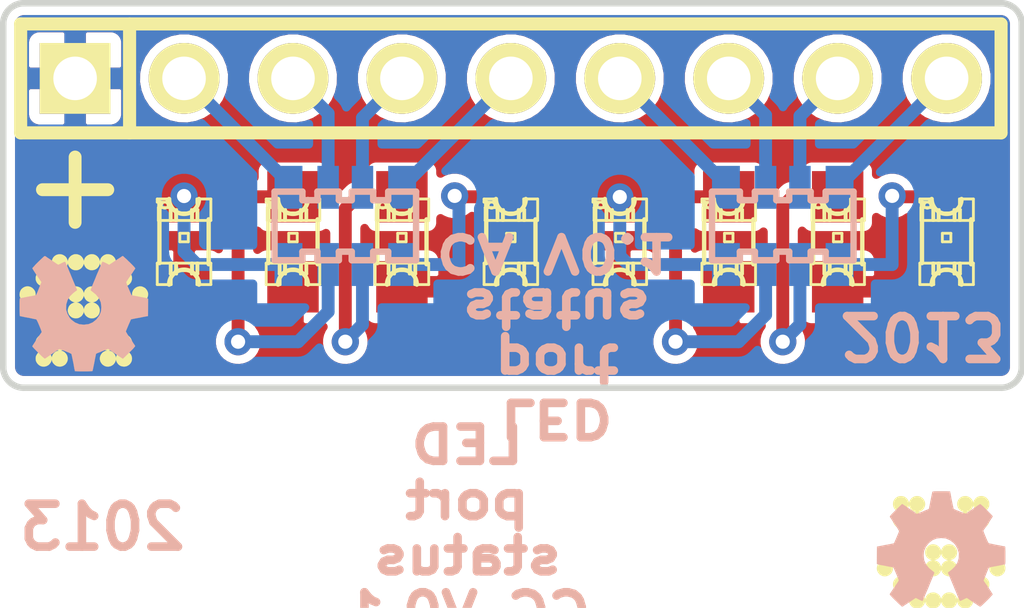
<source format=kicad_pcb>
(kicad_pcb (version 20171130) (host pcbnew "(5.1.12)-1")

  (general
    (thickness 1.6)
    (drawings 39)
    (tracks 67)
    (zones 0)
    (modules 15)
    (nets 18)
  )

  (page A4)
  (title_block
    (title "LED_port-status CC")
    (date "03 Jul 2013")
    (rev 0.1)
    (company "2013 - blog.spitzenpfeil.org")
  )

  (layers
    (0 Front signal)
    (31 Back signal)
    (34 B.Paste user hide)
    (35 F.Paste user)
    (36 B.SilkS user hide)
    (37 F.SilkS user hide)
    (38 B.Mask user hide)
    (39 F.Mask user hide)
    (40 Dwgs.User user hide)
    (42 Eco1.User user hide)
    (44 Edge.Cuts user)
  )

  (setup
    (last_trace_width 0.3)
    (user_trace_width 0.254)
    (user_trace_width 0.254)
    (trace_clearance 0.2)
    (zone_clearance 0.2)
    (zone_45_only no)
    (trace_min 0.254)
    (via_size 0.635)
    (via_drill 0.3302)
    (via_min_size 0.635)
    (via_min_drill 0.3302)
    (uvia_size 0.508)
    (uvia_drill 0.127)
    (uvias_allowed no)
    (uvia_min_size 0.508)
    (uvia_min_drill 0.127)
    (edge_width 0.15)
    (segment_width 2)
    (pcb_text_width 0.3)
    (pcb_text_size 1 1)
    (mod_edge_width 0.15)
    (mod_text_size 0.8 0.8)
    (mod_text_width 0.2)
    (pad_size 0.65 1)
    (pad_drill 0)
    (pad_to_mask_clearance 0)
    (pad_to_paste_clearance_ratio -0.1)
    (aux_axis_origin 0 0)
    (visible_elements 7FFFFFFF)
    (pcbplotparams
      (layerselection 0x00030_ffffffff)
      (usegerberextensions true)
      (usegerberattributes true)
      (usegerberadvancedattributes true)
      (creategerberjobfile true)
      (excludeedgelayer true)
      (linewidth 0.150000)
      (plotframeref false)
      (viasonmask false)
      (mode 1)
      (useauxorigin false)
      (hpglpennumber 1)
      (hpglpenspeed 20)
      (hpglpendiameter 15.000000)
      (psnegative false)
      (psa4output false)
      (plotreference true)
      (plotvalue true)
      (plotinvisibletext false)
      (padsonsilk false)
      (subtractmaskfromsilk true)
      (outputformat 1)
      (mirror false)
      (drillshape 0)
      (scaleselection 1)
      (outputdirectory "gerber_files/"))
  )

  (net 0 "")
  (net 1 N-000001)
  (net 2 N-0000010)
  (net 3 N-0000011)
  (net 4 N-0000012)
  (net 5 N-0000013)
  (net 6 N-0000014)
  (net 7 N-0000015)
  (net 8 N-0000016)
  (net 9 N-0000017)
  (net 10 N-000002)
  (net 11 N-000003)
  (net 12 N-000004)
  (net 13 N-000005)
  (net 14 N-000006)
  (net 15 N-000007)
  (net 16 N-000008)
  (net 17 N-000009)

  (net_class Default "This is the default net class."
    (clearance 0.2)
    (trace_width 0.3)
    (via_dia 0.635)
    (via_drill 0.3302)
    (uvia_dia 0.508)
    (uvia_drill 0.127)
    (add_net N-000001)
    (add_net N-0000010)
    (add_net N-0000011)
    (add_net N-0000012)
    (add_net N-0000013)
    (add_net N-0000014)
    (add_net N-0000015)
    (add_net N-0000016)
    (add_net N-0000017)
    (add_net N-000002)
    (add_net N-000003)
    (add_net N-000004)
    (add_net N-000005)
    (add_net N-000006)
    (add_net N-000007)
    (add_net N-000008)
    (add_net N-000009)
  )

  (module MADW__1206*4_resistor_array (layer Back) (tedit 51D324D7) (tstamp 5120CE32)
    (at 97.7038 79.386)
    (path /5120CCDC)
    (clearance 0.3)
    (fp_text reference RP1 (at 0 2.5) (layer B.SilkS) hide
      (effects (font (size 0.8 0.8) (thickness 0.2)) (justify mirror))
    )
    (fp_text value 1k (at 0 -2.6) (layer B.SilkS) hide
      (effects (font (size 0.8 0.8) (thickness 0.2)) (justify mirror))
    )
    (fp_line (start -1.65 -0.8) (end -1.65 0.8) (layer B.SilkS) (width 0.15))
    (fp_line (start 1.65 0.8) (end 1.65 -0.8) (layer B.SilkS) (width 0.15))
    (fp_line (start -0.65 0.6) (end -0.65 0.8) (layer B.SilkS) (width 0.15))
    (fp_line (start -1 0.6) (end -0.65 0.6) (layer B.SilkS) (width 0.15))
    (fp_line (start -1 0.8) (end -1 0.6) (layer B.SilkS) (width 0.15))
    (fp_line (start 0.15 0.6) (end 0.15 0.8) (layer B.SilkS) (width 0.15))
    (fp_line (start -0.15 0.6) (end 0.15 0.6) (layer B.SilkS) (width 0.15))
    (fp_line (start -0.15 0.8) (end -0.15 0.6) (layer B.SilkS) (width 0.15))
    (fp_line (start 1 0.6) (end 1 0.8) (layer B.SilkS) (width 0.15))
    (fp_line (start 0.65 0.6) (end 1 0.6) (layer B.SilkS) (width 0.15))
    (fp_line (start 0.65 0.8) (end 0.65 0.6) (layer B.SilkS) (width 0.15))
    (fp_line (start -0.65 -0.6) (end -0.65 -0.8) (layer B.SilkS) (width 0.15))
    (fp_line (start -1 -0.6) (end -0.65 -0.6) (layer B.SilkS) (width 0.15))
    (fp_line (start -1 -0.8) (end -1 -0.6) (layer B.SilkS) (width 0.15))
    (fp_line (start 0.15 -0.6) (end 0.15 -0.8) (layer B.SilkS) (width 0.15))
    (fp_line (start -0.15 -0.6) (end 0.15 -0.6) (layer B.SilkS) (width 0.15))
    (fp_line (start -0.15 -0.8) (end -0.15 -0.6) (layer B.SilkS) (width 0.15))
    (fp_line (start 1 -0.6) (end 1 -0.8) (layer B.SilkS) (width 0.15))
    (fp_line (start 0.65 -0.6) (end 1 -0.6) (layer B.SilkS) (width 0.15))
    (fp_line (start 0.65 -0.8) (end 0.65 -0.6) (layer B.SilkS) (width 0.15))
    (fp_line (start -1.65 0.8) (end -1 0.8) (layer B.SilkS) (width 0.15))
    (fp_line (start -0.65 0.8) (end -0.15 0.8) (layer B.SilkS) (width 0.15))
    (fp_line (start 0.15 0.8) (end 0.65 0.8) (layer B.SilkS) (width 0.15))
    (fp_line (start 1 0.8) (end 1.65 0.8) (layer B.SilkS) (width 0.15))
    (fp_line (start -1.65 -0.8) (end -1 -0.8) (layer B.SilkS) (width 0.15))
    (fp_line (start -0.65 -0.8) (end -0.15 -0.8) (layer B.SilkS) (width 0.15))
    (fp_line (start 0.15 -0.8) (end 0.65 -0.8) (layer B.SilkS) (width 0.15))
    (fp_line (start 1 -0.8) (end 1.65 -0.8) (layer B.SilkS) (width 0.15))
    (pad 8 smd rect (at -1.325 0.9) (size 0.65 1) (layers Back B.Paste B.Mask)
      (net 5 N-0000013))
    (pad 7 smd rect (at -0.4 0.9) (size 0.5 1) (layers Back B.Paste B.Mask)
      (net 8 N-0000016))
    (pad 6 smd rect (at 0.4 0.9) (size 0.5 1) (layers Back B.Paste B.Mask)
      (net 6 N-0000014))
    (pad 5 smd rect (at 1.325 0.9) (size 0.65 1) (layers Back B.Paste B.Mask)
      (net 17 N-000009))
    (pad 1 smd rect (at -1.325 -0.9) (size 0.65 1) (layers Back B.Paste B.Mask)
      (net 12 N-000004))
    (pad 2 smd rect (at -0.4 -0.9) (size 0.5 1) (layers Back B.Paste B.Mask)
      (net 11 N-000003))
    (pad 3 smd rect (at 0.4 -0.9) (size 0.5 1) (layers Back B.Paste B.Mask)
      (net 10 N-000002))
    (pad 4 smd rect (at 1.325 -0.9) (size 0.65 1) (layers Back B.Paste B.Mask)
      (net 1 N-000001))
  )

  (module MADW__1206*4_resistor_array (layer Back) (tedit 51D32452) (tstamp 5120D39C)
    (at 87.5038 79.386)
    (path /5120CD13)
    (clearance 0.3)
    (fp_text reference RP2 (at 0 2.5) (layer B.SilkS) hide
      (effects (font (size 0.8 0.8) (thickness 0.2)) (justify mirror))
    )
    (fp_text value 1k (at 0 -2.6) (layer B.SilkS) hide
      (effects (font (size 0.8 0.8) (thickness 0.2)) (justify mirror))
    )
    (fp_line (start -1.65 -0.8) (end -1.65 0.8) (layer B.SilkS) (width 0.15))
    (fp_line (start 1.65 0.8) (end 1.65 -0.8) (layer B.SilkS) (width 0.15))
    (fp_line (start -0.65 0.6) (end -0.65 0.8) (layer B.SilkS) (width 0.15))
    (fp_line (start -1 0.6) (end -0.65 0.6) (layer B.SilkS) (width 0.15))
    (fp_line (start -1 0.8) (end -1 0.6) (layer B.SilkS) (width 0.15))
    (fp_line (start 0.15 0.6) (end 0.15 0.8) (layer B.SilkS) (width 0.15))
    (fp_line (start -0.15 0.6) (end 0.15 0.6) (layer B.SilkS) (width 0.15))
    (fp_line (start -0.15 0.8) (end -0.15 0.6) (layer B.SilkS) (width 0.15))
    (fp_line (start 1 0.6) (end 1 0.8) (layer B.SilkS) (width 0.15))
    (fp_line (start 0.65 0.6) (end 1 0.6) (layer B.SilkS) (width 0.15))
    (fp_line (start 0.65 0.8) (end 0.65 0.6) (layer B.SilkS) (width 0.15))
    (fp_line (start -0.65 -0.6) (end -0.65 -0.8) (layer B.SilkS) (width 0.15))
    (fp_line (start -1 -0.6) (end -0.65 -0.6) (layer B.SilkS) (width 0.15))
    (fp_line (start -1 -0.8) (end -1 -0.6) (layer B.SilkS) (width 0.15))
    (fp_line (start 0.15 -0.6) (end 0.15 -0.8) (layer B.SilkS) (width 0.15))
    (fp_line (start -0.15 -0.6) (end 0.15 -0.6) (layer B.SilkS) (width 0.15))
    (fp_line (start -0.15 -0.8) (end -0.15 -0.6) (layer B.SilkS) (width 0.15))
    (fp_line (start 1 -0.6) (end 1 -0.8) (layer B.SilkS) (width 0.15))
    (fp_line (start 0.65 -0.6) (end 1 -0.6) (layer B.SilkS) (width 0.15))
    (fp_line (start 0.65 -0.8) (end 0.65 -0.6) (layer B.SilkS) (width 0.15))
    (fp_line (start -1.65 0.8) (end -1 0.8) (layer B.SilkS) (width 0.15))
    (fp_line (start -0.65 0.8) (end -0.15 0.8) (layer B.SilkS) (width 0.15))
    (fp_line (start 0.15 0.8) (end 0.65 0.8) (layer B.SilkS) (width 0.15))
    (fp_line (start 1 0.8) (end 1.65 0.8) (layer B.SilkS) (width 0.15))
    (fp_line (start -1.65 -0.8) (end -1 -0.8) (layer B.SilkS) (width 0.15))
    (fp_line (start -0.65 -0.8) (end -0.15 -0.8) (layer B.SilkS) (width 0.15))
    (fp_line (start 0.15 -0.8) (end 0.65 -0.8) (layer B.SilkS) (width 0.15))
    (fp_line (start 1 -0.8) (end 1.65 -0.8) (layer B.SilkS) (width 0.15))
    (pad 8 smd rect (at -1.325 0.9) (size 0.65 1) (layers Back B.Paste B.Mask)
      (net 3 N-0000011))
    (pad 7 smd rect (at -0.4 0.9) (size 0.5 1) (layers Back B.Paste B.Mask)
      (net 7 N-0000015))
    (pad 6 smd rect (at 0.4 0.9) (size 0.5 1) (layers Back B.Paste B.Mask)
      (net 2 N-0000010))
    (pad 5 smd rect (at 1.325 0.9) (size 0.65 1) (layers Back B.Paste B.Mask)
      (net 4 N-0000012))
    (pad 1 smd rect (at -1.325 -0.9) (size 0.65 1) (layers Back B.Paste B.Mask)
      (net 16 N-000008))
    (pad 2 smd rect (at -0.4 -0.9) (size 0.5 1) (layers Back B.Paste B.Mask)
      (net 15 N-000007))
    (pad 3 smd rect (at 0.4 -0.9) (size 0.5 1) (layers Back B.Paste B.Mask)
      (net 14 N-000006))
    (pad 4 smd rect (at 1.325 -0.9) (size 0.65 1) (layers Back B.Paste B.Mask)
      (net 13 N-000005))
  )

  (module SIL-9 (layer Front) (tedit 5119141C) (tstamp 50C627EA)
    (at 91.3638 75.946)
    (descr "Connecteur 9 pins")
    (tags "CONN DEV")
    (path /50C62311)
    (fp_text reference P1 (at -7.62 2.54) (layer F.SilkS) hide
      (effects (font (size 0.8 0.8) (thickness 0.2)))
    )
    (fp_text value CONN_9 (at 2.54 2.54) (layer F.SilkS) hide
      (effects (font (size 0.8 0.8) (thickness 0.2)))
    )
    (fp_line (start -8.89 -1.27) (end -8.89 1.27) (layer F.SilkS) (width 0.3048))
    (fp_line (start 11.43 -1.27) (end -11.43 -1.27) (layer F.SilkS) (width 0.3048))
    (fp_line (start -11.43 1.27) (end -11.43 -1.27) (layer F.SilkS) (width 0.3048))
    (fp_line (start 11.43 1.27) (end -11.43 1.27) (layer F.SilkS) (width 0.3048))
    (fp_line (start 11.43 -1.27) (end 11.43 1.27) (layer F.SilkS) (width 0.3048))
    (pad 1 thru_hole rect (at -10.16 0) (size 1.65 1.65) (drill 1.016) (layers *.Cu *.Mask F.SilkS)
      (net 9 N-0000017))
    (pad 2 thru_hole circle (at -7.62 0) (size 1.65 1.65) (drill 1.016) (layers *.Cu *.Mask F.SilkS)
      (net 16 N-000008))
    (pad 3 thru_hole circle (at -5.08 0) (size 1.65 1.65) (drill 1.016) (layers *.Cu *.Mask F.SilkS)
      (net 15 N-000007))
    (pad 4 thru_hole circle (at -2.54 0) (size 1.65 1.65) (drill 1.016) (layers *.Cu *.Mask F.SilkS)
      (net 14 N-000006))
    (pad 5 thru_hole circle (at 0 0) (size 1.65 1.65) (drill 1.016) (layers *.Cu *.Mask F.SilkS)
      (net 13 N-000005))
    (pad 6 thru_hole circle (at 2.54 0) (size 1.65 1.65) (drill 1.016) (layers *.Cu *.Mask F.SilkS)
      (net 12 N-000004))
    (pad 7 thru_hole circle (at 5.08 0) (size 1.65 1.65) (drill 1.016) (layers *.Cu *.Mask F.SilkS)
      (net 11 N-000003))
    (pad 8 thru_hole circle (at 7.62 0) (size 1.65 1.65) (drill 1.016) (layers *.Cu *.Mask F.SilkS)
      (net 10 N-000002))
    (pad 9 thru_hole circle (at 10.16 0) (size 1.65 1.65) (drill 1.016) (layers *.Cu *.Mask F.SilkS)
      (net 1 N-000001))
  )

  (module LED-0805 (layer Front) (tedit 50C63A7E) (tstamp 50C63839)
    (at 101.5238 79.756 90)
    (descr "LED 0805 smd package")
    (tags "LED 0805 SMD")
    (path /50C62534)
    (attr smd)
    (fp_text reference D1 (at 0 -1.27 90) (layer F.SilkS) hide
      (effects (font (size 0.8 0.8) (thickness 0.2)))
    )
    (fp_text value LED (at 0 1.27 90) (layer F.SilkS) hide
      (effects (font (size 0.8 0.8) (thickness 0.2)))
    )
    (fp_circle (center 0.84836 -0.44958) (end 0.89916 -0.50038) (layer F.SilkS) (width 0.0508))
    (fp_line (start -0.49784 -0.57404) (end 0.92456 -0.57404) (layer F.SilkS) (width 0.1016))
    (fp_line (start 0.52324 0.57404) (end -0.52324 0.57404) (layer F.SilkS) (width 0.1016))
    (fp_line (start 0.92456 -0.62484) (end 0.99822 -0.62484) (layer F.SilkS) (width 0.06604))
    (fp_line (start 0.99822 -0.62484) (end 0.99822 -0.39878) (layer F.SilkS) (width 0.06604))
    (fp_line (start 0.92456 -0.39878) (end 0.99822 -0.39878) (layer F.SilkS) (width 0.06604))
    (fp_line (start 0.92456 -0.62484) (end 0.92456 -0.39878) (layer F.SilkS) (width 0.06604))
    (fp_line (start 0.49784 -0.59944) (end 0.79756 -0.59944) (layer F.SilkS) (width 0.06604))
    (fp_line (start 0.79756 -0.59944) (end 0.79756 -0.29972) (layer F.SilkS) (width 0.06604))
    (fp_line (start 0.49784 -0.29972) (end 0.79756 -0.29972) (layer F.SilkS) (width 0.06604))
    (fp_line (start 0.49784 -0.59944) (end 0.49784 -0.29972) (layer F.SilkS) (width 0.06604))
    (fp_line (start 0 -0.09906) (end 0.19812 -0.09906) (layer F.SilkS) (width 0.06604))
    (fp_line (start 0.19812 -0.09906) (end 0.19812 0.09906) (layer F.SilkS) (width 0.06604))
    (fp_line (start 0 0.09906) (end 0.19812 0.09906) (layer F.SilkS) (width 0.06604))
    (fp_line (start 0 -0.09906) (end 0 0.09906) (layer F.SilkS) (width 0.06604))
    (fp_line (start -0.6731 -0.19812) (end -0.49784 -0.19812) (layer F.SilkS) (width 0.06604))
    (fp_line (start -0.49784 -0.19812) (end -0.49784 0.19812) (layer F.SilkS) (width 0.06604))
    (fp_line (start -0.6731 0.19812) (end -0.49784 0.19812) (layer F.SilkS) (width 0.06604))
    (fp_line (start -0.6731 -0.19812) (end -0.6731 0.19812) (layer F.SilkS) (width 0.06604))
    (fp_line (start -0.7493 -0.32258) (end -0.49784 -0.32258) (layer F.SilkS) (width 0.06604))
    (fp_line (start -0.49784 -0.32258) (end -0.49784 -0.17272) (layer F.SilkS) (width 0.06604))
    (fp_line (start -0.7493 -0.17272) (end -0.49784 -0.17272) (layer F.SilkS) (width 0.06604))
    (fp_line (start -0.7493 -0.32258) (end -0.7493 -0.17272) (layer F.SilkS) (width 0.06604))
    (fp_line (start -0.7493 0.17272) (end -0.49784 0.17272) (layer F.SilkS) (width 0.06604))
    (fp_line (start -0.49784 0.17272) (end -0.49784 0.32258) (layer F.SilkS) (width 0.06604))
    (fp_line (start -0.7493 0.32258) (end -0.49784 0.32258) (layer F.SilkS) (width 0.06604))
    (fp_line (start -0.7493 0.17272) (end -0.7493 0.32258) (layer F.SilkS) (width 0.06604))
    (fp_line (start -0.99822 -0.62484) (end -0.49784 -0.62484) (layer F.SilkS) (width 0.06604))
    (fp_line (start -0.49784 -0.62484) (end -0.49784 -0.29972) (layer F.SilkS) (width 0.06604))
    (fp_line (start -0.99822 -0.29972) (end -0.49784 -0.29972) (layer F.SilkS) (width 0.06604))
    (fp_line (start -0.99822 -0.62484) (end -0.99822 -0.29972) (layer F.SilkS) (width 0.06604))
    (fp_line (start -0.99822 0.29972) (end -0.49784 0.29972) (layer F.SilkS) (width 0.06604))
    (fp_line (start -0.49784 0.29972) (end -0.49784 0.62484) (layer F.SilkS) (width 0.06604))
    (fp_line (start -0.99822 0.62484) (end -0.49784 0.62484) (layer F.SilkS) (width 0.06604))
    (fp_line (start -0.99822 0.29972) (end -0.99822 0.62484) (layer F.SilkS) (width 0.06604))
    (fp_line (start 0.49784 -0.19812) (end 0.6731 -0.19812) (layer F.SilkS) (width 0.06604))
    (fp_line (start 0.6731 -0.19812) (end 0.6731 0.19812) (layer F.SilkS) (width 0.06604))
    (fp_line (start 0.49784 0.19812) (end 0.6731 0.19812) (layer F.SilkS) (width 0.06604))
    (fp_line (start 0.49784 -0.19812) (end 0.49784 0.19812) (layer F.SilkS) (width 0.06604))
    (fp_line (start 0.49784 0.17272) (end 0.7493 0.17272) (layer F.SilkS) (width 0.06604))
    (fp_line (start 0.7493 0.17272) (end 0.7493 0.32258) (layer F.SilkS) (width 0.06604))
    (fp_line (start 0.49784 0.32258) (end 0.7493 0.32258) (layer F.SilkS) (width 0.06604))
    (fp_line (start 0.49784 0.17272) (end 0.49784 0.32258) (layer F.SilkS) (width 0.06604))
    (fp_line (start 0.49784 -0.32258) (end 0.7493 -0.32258) (layer F.SilkS) (width 0.06604))
    (fp_line (start 0.7493 -0.32258) (end 0.7493 -0.17272) (layer F.SilkS) (width 0.06604))
    (fp_line (start 0.49784 -0.17272) (end 0.7493 -0.17272) (layer F.SilkS) (width 0.06604))
    (fp_line (start 0.49784 -0.32258) (end 0.49784 -0.17272) (layer F.SilkS) (width 0.06604))
    (fp_line (start 0.49784 0.29972) (end 0.99822 0.29972) (layer F.SilkS) (width 0.06604))
    (fp_line (start 0.99822 0.29972) (end 0.99822 0.62484) (layer F.SilkS) (width 0.06604))
    (fp_line (start 0.49784 0.62484) (end 0.99822 0.62484) (layer F.SilkS) (width 0.06604))
    (fp_line (start 0.49784 0.29972) (end 0.49784 0.62484) (layer F.SilkS) (width 0.06604))
    (fp_arc (start 0.99822 0) (end 0.99822 0.34798) (angle 180) (layer F.SilkS) (width 0.1016))
    (fp_arc (start -0.99822 0) (end -0.99822 -0.34798) (angle 180) (layer F.SilkS) (width 0.1016))
    (pad 1 smd rect (at -1.04902 0 90) (size 1.19888 1.19888) (layers Front F.Paste F.Mask)
      (net 9 N-0000017))
    (pad 2 smd rect (at 1.04902 0 90) (size 1.19888 1.19888) (layers Front F.Paste F.Mask)
      (net 17 N-000009))
  )

  (module LED-0805 (layer Front) (tedit 50C63AA4) (tstamp 50C6381D)
    (at 86.2838 79.756 90)
    (descr "LED 0805 smd package")
    (tags "LED 0805 SMD")
    (path /50C625A2)
    (attr smd)
    (fp_text reference D7 (at 0 -1.27 90) (layer F.SilkS) hide
      (effects (font (size 0.8 0.8) (thickness 0.2)))
    )
    (fp_text value LED (at 0 1.27 90) (layer F.SilkS) hide
      (effects (font (size 0.8 0.8) (thickness 0.2)))
    )
    (fp_circle (center 0.84836 -0.44958) (end 0.89916 -0.50038) (layer F.SilkS) (width 0.0508))
    (fp_line (start -0.49784 -0.57404) (end 0.92456 -0.57404) (layer F.SilkS) (width 0.1016))
    (fp_line (start 0.52324 0.57404) (end -0.52324 0.57404) (layer F.SilkS) (width 0.1016))
    (fp_line (start 0.92456 -0.62484) (end 0.99822 -0.62484) (layer F.SilkS) (width 0.06604))
    (fp_line (start 0.99822 -0.62484) (end 0.99822 -0.39878) (layer F.SilkS) (width 0.06604))
    (fp_line (start 0.92456 -0.39878) (end 0.99822 -0.39878) (layer F.SilkS) (width 0.06604))
    (fp_line (start 0.92456 -0.62484) (end 0.92456 -0.39878) (layer F.SilkS) (width 0.06604))
    (fp_line (start 0.49784 -0.59944) (end 0.79756 -0.59944) (layer F.SilkS) (width 0.06604))
    (fp_line (start 0.79756 -0.59944) (end 0.79756 -0.29972) (layer F.SilkS) (width 0.06604))
    (fp_line (start 0.49784 -0.29972) (end 0.79756 -0.29972) (layer F.SilkS) (width 0.06604))
    (fp_line (start 0.49784 -0.59944) (end 0.49784 -0.29972) (layer F.SilkS) (width 0.06604))
    (fp_line (start 0 -0.09906) (end 0.19812 -0.09906) (layer F.SilkS) (width 0.06604))
    (fp_line (start 0.19812 -0.09906) (end 0.19812 0.09906) (layer F.SilkS) (width 0.06604))
    (fp_line (start 0 0.09906) (end 0.19812 0.09906) (layer F.SilkS) (width 0.06604))
    (fp_line (start 0 -0.09906) (end 0 0.09906) (layer F.SilkS) (width 0.06604))
    (fp_line (start -0.6731 -0.19812) (end -0.49784 -0.19812) (layer F.SilkS) (width 0.06604))
    (fp_line (start -0.49784 -0.19812) (end -0.49784 0.19812) (layer F.SilkS) (width 0.06604))
    (fp_line (start -0.6731 0.19812) (end -0.49784 0.19812) (layer F.SilkS) (width 0.06604))
    (fp_line (start -0.6731 -0.19812) (end -0.6731 0.19812) (layer F.SilkS) (width 0.06604))
    (fp_line (start -0.7493 -0.32258) (end -0.49784 -0.32258) (layer F.SilkS) (width 0.06604))
    (fp_line (start -0.49784 -0.32258) (end -0.49784 -0.17272) (layer F.SilkS) (width 0.06604))
    (fp_line (start -0.7493 -0.17272) (end -0.49784 -0.17272) (layer F.SilkS) (width 0.06604))
    (fp_line (start -0.7493 -0.32258) (end -0.7493 -0.17272) (layer F.SilkS) (width 0.06604))
    (fp_line (start -0.7493 0.17272) (end -0.49784 0.17272) (layer F.SilkS) (width 0.06604))
    (fp_line (start -0.49784 0.17272) (end -0.49784 0.32258) (layer F.SilkS) (width 0.06604))
    (fp_line (start -0.7493 0.32258) (end -0.49784 0.32258) (layer F.SilkS) (width 0.06604))
    (fp_line (start -0.7493 0.17272) (end -0.7493 0.32258) (layer F.SilkS) (width 0.06604))
    (fp_line (start -0.99822 -0.62484) (end -0.49784 -0.62484) (layer F.SilkS) (width 0.06604))
    (fp_line (start -0.49784 -0.62484) (end -0.49784 -0.29972) (layer F.SilkS) (width 0.06604))
    (fp_line (start -0.99822 -0.29972) (end -0.49784 -0.29972) (layer F.SilkS) (width 0.06604))
    (fp_line (start -0.99822 -0.62484) (end -0.99822 -0.29972) (layer F.SilkS) (width 0.06604))
    (fp_line (start -0.99822 0.29972) (end -0.49784 0.29972) (layer F.SilkS) (width 0.06604))
    (fp_line (start -0.49784 0.29972) (end -0.49784 0.62484) (layer F.SilkS) (width 0.06604))
    (fp_line (start -0.99822 0.62484) (end -0.49784 0.62484) (layer F.SilkS) (width 0.06604))
    (fp_line (start -0.99822 0.29972) (end -0.99822 0.62484) (layer F.SilkS) (width 0.06604))
    (fp_line (start 0.49784 -0.19812) (end 0.6731 -0.19812) (layer F.SilkS) (width 0.06604))
    (fp_line (start 0.6731 -0.19812) (end 0.6731 0.19812) (layer F.SilkS) (width 0.06604))
    (fp_line (start 0.49784 0.19812) (end 0.6731 0.19812) (layer F.SilkS) (width 0.06604))
    (fp_line (start 0.49784 -0.19812) (end 0.49784 0.19812) (layer F.SilkS) (width 0.06604))
    (fp_line (start 0.49784 0.17272) (end 0.7493 0.17272) (layer F.SilkS) (width 0.06604))
    (fp_line (start 0.7493 0.17272) (end 0.7493 0.32258) (layer F.SilkS) (width 0.06604))
    (fp_line (start 0.49784 0.32258) (end 0.7493 0.32258) (layer F.SilkS) (width 0.06604))
    (fp_line (start 0.49784 0.17272) (end 0.49784 0.32258) (layer F.SilkS) (width 0.06604))
    (fp_line (start 0.49784 -0.32258) (end 0.7493 -0.32258) (layer F.SilkS) (width 0.06604))
    (fp_line (start 0.7493 -0.32258) (end 0.7493 -0.17272) (layer F.SilkS) (width 0.06604))
    (fp_line (start 0.49784 -0.17272) (end 0.7493 -0.17272) (layer F.SilkS) (width 0.06604))
    (fp_line (start 0.49784 -0.32258) (end 0.49784 -0.17272) (layer F.SilkS) (width 0.06604))
    (fp_line (start 0.49784 0.29972) (end 0.99822 0.29972) (layer F.SilkS) (width 0.06604))
    (fp_line (start 0.99822 0.29972) (end 0.99822 0.62484) (layer F.SilkS) (width 0.06604))
    (fp_line (start 0.49784 0.62484) (end 0.99822 0.62484) (layer F.SilkS) (width 0.06604))
    (fp_line (start 0.49784 0.29972) (end 0.49784 0.62484) (layer F.SilkS) (width 0.06604))
    (fp_arc (start 0.99822 0) (end 0.99822 0.34798) (angle 180) (layer F.SilkS) (width 0.1016))
    (fp_arc (start -0.99822 0) (end -0.99822 -0.34798) (angle 180) (layer F.SilkS) (width 0.1016))
    (pad 1 smd rect (at -1.04902 0 90) (size 1.19888 1.19888) (layers Front F.Paste F.Mask)
      (net 9 N-0000017))
    (pad 2 smd rect (at 1.04902 0 90) (size 1.19888 1.19888) (layers Front F.Paste F.Mask)
      (net 7 N-0000015))
  )

  (module LED-0805 (layer Front) (tedit 50C63A83) (tstamp 50C63801)
    (at 98.9838 79.756 90)
    (descr "LED 0805 smd package")
    (tags "LED 0805 SMD")
    (path /50C6254D)
    (attr smd)
    (fp_text reference D2 (at 0 -1.27 90) (layer F.SilkS) hide
      (effects (font (size 0.8 0.8) (thickness 0.2)))
    )
    (fp_text value LED (at 0 1.27 90) (layer F.SilkS) hide
      (effects (font (size 0.8 0.8) (thickness 0.2)))
    )
    (fp_circle (center 0.84836 -0.44958) (end 0.89916 -0.50038) (layer F.SilkS) (width 0.0508))
    (fp_line (start -0.49784 -0.57404) (end 0.92456 -0.57404) (layer F.SilkS) (width 0.1016))
    (fp_line (start 0.52324 0.57404) (end -0.52324 0.57404) (layer F.SilkS) (width 0.1016))
    (fp_line (start 0.92456 -0.62484) (end 0.99822 -0.62484) (layer F.SilkS) (width 0.06604))
    (fp_line (start 0.99822 -0.62484) (end 0.99822 -0.39878) (layer F.SilkS) (width 0.06604))
    (fp_line (start 0.92456 -0.39878) (end 0.99822 -0.39878) (layer F.SilkS) (width 0.06604))
    (fp_line (start 0.92456 -0.62484) (end 0.92456 -0.39878) (layer F.SilkS) (width 0.06604))
    (fp_line (start 0.49784 -0.59944) (end 0.79756 -0.59944) (layer F.SilkS) (width 0.06604))
    (fp_line (start 0.79756 -0.59944) (end 0.79756 -0.29972) (layer F.SilkS) (width 0.06604))
    (fp_line (start 0.49784 -0.29972) (end 0.79756 -0.29972) (layer F.SilkS) (width 0.06604))
    (fp_line (start 0.49784 -0.59944) (end 0.49784 -0.29972) (layer F.SilkS) (width 0.06604))
    (fp_line (start 0 -0.09906) (end 0.19812 -0.09906) (layer F.SilkS) (width 0.06604))
    (fp_line (start 0.19812 -0.09906) (end 0.19812 0.09906) (layer F.SilkS) (width 0.06604))
    (fp_line (start 0 0.09906) (end 0.19812 0.09906) (layer F.SilkS) (width 0.06604))
    (fp_line (start 0 -0.09906) (end 0 0.09906) (layer F.SilkS) (width 0.06604))
    (fp_line (start -0.6731 -0.19812) (end -0.49784 -0.19812) (layer F.SilkS) (width 0.06604))
    (fp_line (start -0.49784 -0.19812) (end -0.49784 0.19812) (layer F.SilkS) (width 0.06604))
    (fp_line (start -0.6731 0.19812) (end -0.49784 0.19812) (layer F.SilkS) (width 0.06604))
    (fp_line (start -0.6731 -0.19812) (end -0.6731 0.19812) (layer F.SilkS) (width 0.06604))
    (fp_line (start -0.7493 -0.32258) (end -0.49784 -0.32258) (layer F.SilkS) (width 0.06604))
    (fp_line (start -0.49784 -0.32258) (end -0.49784 -0.17272) (layer F.SilkS) (width 0.06604))
    (fp_line (start -0.7493 -0.17272) (end -0.49784 -0.17272) (layer F.SilkS) (width 0.06604))
    (fp_line (start -0.7493 -0.32258) (end -0.7493 -0.17272) (layer F.SilkS) (width 0.06604))
    (fp_line (start -0.7493 0.17272) (end -0.49784 0.17272) (layer F.SilkS) (width 0.06604))
    (fp_line (start -0.49784 0.17272) (end -0.49784 0.32258) (layer F.SilkS) (width 0.06604))
    (fp_line (start -0.7493 0.32258) (end -0.49784 0.32258) (layer F.SilkS) (width 0.06604))
    (fp_line (start -0.7493 0.17272) (end -0.7493 0.32258) (layer F.SilkS) (width 0.06604))
    (fp_line (start -0.99822 -0.62484) (end -0.49784 -0.62484) (layer F.SilkS) (width 0.06604))
    (fp_line (start -0.49784 -0.62484) (end -0.49784 -0.29972) (layer F.SilkS) (width 0.06604))
    (fp_line (start -0.99822 -0.29972) (end -0.49784 -0.29972) (layer F.SilkS) (width 0.06604))
    (fp_line (start -0.99822 -0.62484) (end -0.99822 -0.29972) (layer F.SilkS) (width 0.06604))
    (fp_line (start -0.99822 0.29972) (end -0.49784 0.29972) (layer F.SilkS) (width 0.06604))
    (fp_line (start -0.49784 0.29972) (end -0.49784 0.62484) (layer F.SilkS) (width 0.06604))
    (fp_line (start -0.99822 0.62484) (end -0.49784 0.62484) (layer F.SilkS) (width 0.06604))
    (fp_line (start -0.99822 0.29972) (end -0.99822 0.62484) (layer F.SilkS) (width 0.06604))
    (fp_line (start 0.49784 -0.19812) (end 0.6731 -0.19812) (layer F.SilkS) (width 0.06604))
    (fp_line (start 0.6731 -0.19812) (end 0.6731 0.19812) (layer F.SilkS) (width 0.06604))
    (fp_line (start 0.49784 0.19812) (end 0.6731 0.19812) (layer F.SilkS) (width 0.06604))
    (fp_line (start 0.49784 -0.19812) (end 0.49784 0.19812) (layer F.SilkS) (width 0.06604))
    (fp_line (start 0.49784 0.17272) (end 0.7493 0.17272) (layer F.SilkS) (width 0.06604))
    (fp_line (start 0.7493 0.17272) (end 0.7493 0.32258) (layer F.SilkS) (width 0.06604))
    (fp_line (start 0.49784 0.32258) (end 0.7493 0.32258) (layer F.SilkS) (width 0.06604))
    (fp_line (start 0.49784 0.17272) (end 0.49784 0.32258) (layer F.SilkS) (width 0.06604))
    (fp_line (start 0.49784 -0.32258) (end 0.7493 -0.32258) (layer F.SilkS) (width 0.06604))
    (fp_line (start 0.7493 -0.32258) (end 0.7493 -0.17272) (layer F.SilkS) (width 0.06604))
    (fp_line (start 0.49784 -0.17272) (end 0.7493 -0.17272) (layer F.SilkS) (width 0.06604))
    (fp_line (start 0.49784 -0.32258) (end 0.49784 -0.17272) (layer F.SilkS) (width 0.06604))
    (fp_line (start 0.49784 0.29972) (end 0.99822 0.29972) (layer F.SilkS) (width 0.06604))
    (fp_line (start 0.99822 0.29972) (end 0.99822 0.62484) (layer F.SilkS) (width 0.06604))
    (fp_line (start 0.49784 0.62484) (end 0.99822 0.62484) (layer F.SilkS) (width 0.06604))
    (fp_line (start 0.49784 0.29972) (end 0.49784 0.62484) (layer F.SilkS) (width 0.06604))
    (fp_arc (start 0.99822 0) (end 0.99822 0.34798) (angle 180) (layer F.SilkS) (width 0.1016))
    (fp_arc (start -0.99822 0) (end -0.99822 -0.34798) (angle 180) (layer F.SilkS) (width 0.1016))
    (pad 1 smd rect (at -1.04902 0 90) (size 1.19888 1.19888) (layers Front F.Paste F.Mask)
      (net 9 N-0000017))
    (pad 2 smd rect (at 1.04902 0 90) (size 1.19888 1.19888) (layers Front F.Paste F.Mask)
      (net 6 N-0000014))
  )

  (module LED-0805 (layer Front) (tedit 50C63A8B) (tstamp 50C637E5)
    (at 96.4438 79.756 90)
    (descr "LED 0805 smd package")
    (tags "LED 0805 SMD")
    (path /50C6255C)
    (attr smd)
    (fp_text reference D3 (at 0 -1.27 90) (layer F.SilkS) hide
      (effects (font (size 0.8 0.8) (thickness 0.2)))
    )
    (fp_text value LED (at 0 1.27 90) (layer F.SilkS) hide
      (effects (font (size 0.8 0.8) (thickness 0.2)))
    )
    (fp_circle (center 0.84836 -0.44958) (end 0.89916 -0.50038) (layer F.SilkS) (width 0.0508))
    (fp_line (start -0.49784 -0.57404) (end 0.92456 -0.57404) (layer F.SilkS) (width 0.1016))
    (fp_line (start 0.52324 0.57404) (end -0.52324 0.57404) (layer F.SilkS) (width 0.1016))
    (fp_line (start 0.92456 -0.62484) (end 0.99822 -0.62484) (layer F.SilkS) (width 0.06604))
    (fp_line (start 0.99822 -0.62484) (end 0.99822 -0.39878) (layer F.SilkS) (width 0.06604))
    (fp_line (start 0.92456 -0.39878) (end 0.99822 -0.39878) (layer F.SilkS) (width 0.06604))
    (fp_line (start 0.92456 -0.62484) (end 0.92456 -0.39878) (layer F.SilkS) (width 0.06604))
    (fp_line (start 0.49784 -0.59944) (end 0.79756 -0.59944) (layer F.SilkS) (width 0.06604))
    (fp_line (start 0.79756 -0.59944) (end 0.79756 -0.29972) (layer F.SilkS) (width 0.06604))
    (fp_line (start 0.49784 -0.29972) (end 0.79756 -0.29972) (layer F.SilkS) (width 0.06604))
    (fp_line (start 0.49784 -0.59944) (end 0.49784 -0.29972) (layer F.SilkS) (width 0.06604))
    (fp_line (start 0 -0.09906) (end 0.19812 -0.09906) (layer F.SilkS) (width 0.06604))
    (fp_line (start 0.19812 -0.09906) (end 0.19812 0.09906) (layer F.SilkS) (width 0.06604))
    (fp_line (start 0 0.09906) (end 0.19812 0.09906) (layer F.SilkS) (width 0.06604))
    (fp_line (start 0 -0.09906) (end 0 0.09906) (layer F.SilkS) (width 0.06604))
    (fp_line (start -0.6731 -0.19812) (end -0.49784 -0.19812) (layer F.SilkS) (width 0.06604))
    (fp_line (start -0.49784 -0.19812) (end -0.49784 0.19812) (layer F.SilkS) (width 0.06604))
    (fp_line (start -0.6731 0.19812) (end -0.49784 0.19812) (layer F.SilkS) (width 0.06604))
    (fp_line (start -0.6731 -0.19812) (end -0.6731 0.19812) (layer F.SilkS) (width 0.06604))
    (fp_line (start -0.7493 -0.32258) (end -0.49784 -0.32258) (layer F.SilkS) (width 0.06604))
    (fp_line (start -0.49784 -0.32258) (end -0.49784 -0.17272) (layer F.SilkS) (width 0.06604))
    (fp_line (start -0.7493 -0.17272) (end -0.49784 -0.17272) (layer F.SilkS) (width 0.06604))
    (fp_line (start -0.7493 -0.32258) (end -0.7493 -0.17272) (layer F.SilkS) (width 0.06604))
    (fp_line (start -0.7493 0.17272) (end -0.49784 0.17272) (layer F.SilkS) (width 0.06604))
    (fp_line (start -0.49784 0.17272) (end -0.49784 0.32258) (layer F.SilkS) (width 0.06604))
    (fp_line (start -0.7493 0.32258) (end -0.49784 0.32258) (layer F.SilkS) (width 0.06604))
    (fp_line (start -0.7493 0.17272) (end -0.7493 0.32258) (layer F.SilkS) (width 0.06604))
    (fp_line (start -0.99822 -0.62484) (end -0.49784 -0.62484) (layer F.SilkS) (width 0.06604))
    (fp_line (start -0.49784 -0.62484) (end -0.49784 -0.29972) (layer F.SilkS) (width 0.06604))
    (fp_line (start -0.99822 -0.29972) (end -0.49784 -0.29972) (layer F.SilkS) (width 0.06604))
    (fp_line (start -0.99822 -0.62484) (end -0.99822 -0.29972) (layer F.SilkS) (width 0.06604))
    (fp_line (start -0.99822 0.29972) (end -0.49784 0.29972) (layer F.SilkS) (width 0.06604))
    (fp_line (start -0.49784 0.29972) (end -0.49784 0.62484) (layer F.SilkS) (width 0.06604))
    (fp_line (start -0.99822 0.62484) (end -0.49784 0.62484) (layer F.SilkS) (width 0.06604))
    (fp_line (start -0.99822 0.29972) (end -0.99822 0.62484) (layer F.SilkS) (width 0.06604))
    (fp_line (start 0.49784 -0.19812) (end 0.6731 -0.19812) (layer F.SilkS) (width 0.06604))
    (fp_line (start 0.6731 -0.19812) (end 0.6731 0.19812) (layer F.SilkS) (width 0.06604))
    (fp_line (start 0.49784 0.19812) (end 0.6731 0.19812) (layer F.SilkS) (width 0.06604))
    (fp_line (start 0.49784 -0.19812) (end 0.49784 0.19812) (layer F.SilkS) (width 0.06604))
    (fp_line (start 0.49784 0.17272) (end 0.7493 0.17272) (layer F.SilkS) (width 0.06604))
    (fp_line (start 0.7493 0.17272) (end 0.7493 0.32258) (layer F.SilkS) (width 0.06604))
    (fp_line (start 0.49784 0.32258) (end 0.7493 0.32258) (layer F.SilkS) (width 0.06604))
    (fp_line (start 0.49784 0.17272) (end 0.49784 0.32258) (layer F.SilkS) (width 0.06604))
    (fp_line (start 0.49784 -0.32258) (end 0.7493 -0.32258) (layer F.SilkS) (width 0.06604))
    (fp_line (start 0.7493 -0.32258) (end 0.7493 -0.17272) (layer F.SilkS) (width 0.06604))
    (fp_line (start 0.49784 -0.17272) (end 0.7493 -0.17272) (layer F.SilkS) (width 0.06604))
    (fp_line (start 0.49784 -0.32258) (end 0.49784 -0.17272) (layer F.SilkS) (width 0.06604))
    (fp_line (start 0.49784 0.29972) (end 0.99822 0.29972) (layer F.SilkS) (width 0.06604))
    (fp_line (start 0.99822 0.29972) (end 0.99822 0.62484) (layer F.SilkS) (width 0.06604))
    (fp_line (start 0.49784 0.62484) (end 0.99822 0.62484) (layer F.SilkS) (width 0.06604))
    (fp_line (start 0.49784 0.29972) (end 0.49784 0.62484) (layer F.SilkS) (width 0.06604))
    (fp_arc (start 0.99822 0) (end 0.99822 0.34798) (angle 180) (layer F.SilkS) (width 0.1016))
    (fp_arc (start -0.99822 0) (end -0.99822 -0.34798) (angle 180) (layer F.SilkS) (width 0.1016))
    (pad 1 smd rect (at -1.04902 0 90) (size 1.19888 1.19888) (layers Front F.Paste F.Mask)
      (net 9 N-0000017))
    (pad 2 smd rect (at 1.04902 0 90) (size 1.19888 1.19888) (layers Front F.Paste F.Mask)
      (net 8 N-0000016))
  )

  (module LED-0805 (layer Front) (tedit 50C63A91) (tstamp 50C637C9)
    (at 93.9038 79.756 90)
    (descr "LED 0805 smd package")
    (tags "LED 0805 SMD")
    (path /50C6256B)
    (attr smd)
    (fp_text reference D4 (at 0 -1.27 90) (layer F.SilkS) hide
      (effects (font (size 0.8 0.8) (thickness 0.2)))
    )
    (fp_text value LED (at 0 1.27 90) (layer F.SilkS) hide
      (effects (font (size 0.8 0.8) (thickness 0.2)))
    )
    (fp_circle (center 0.84836 -0.44958) (end 0.89916 -0.50038) (layer F.SilkS) (width 0.0508))
    (fp_line (start -0.49784 -0.57404) (end 0.92456 -0.57404) (layer F.SilkS) (width 0.1016))
    (fp_line (start 0.52324 0.57404) (end -0.52324 0.57404) (layer F.SilkS) (width 0.1016))
    (fp_line (start 0.92456 -0.62484) (end 0.99822 -0.62484) (layer F.SilkS) (width 0.06604))
    (fp_line (start 0.99822 -0.62484) (end 0.99822 -0.39878) (layer F.SilkS) (width 0.06604))
    (fp_line (start 0.92456 -0.39878) (end 0.99822 -0.39878) (layer F.SilkS) (width 0.06604))
    (fp_line (start 0.92456 -0.62484) (end 0.92456 -0.39878) (layer F.SilkS) (width 0.06604))
    (fp_line (start 0.49784 -0.59944) (end 0.79756 -0.59944) (layer F.SilkS) (width 0.06604))
    (fp_line (start 0.79756 -0.59944) (end 0.79756 -0.29972) (layer F.SilkS) (width 0.06604))
    (fp_line (start 0.49784 -0.29972) (end 0.79756 -0.29972) (layer F.SilkS) (width 0.06604))
    (fp_line (start 0.49784 -0.59944) (end 0.49784 -0.29972) (layer F.SilkS) (width 0.06604))
    (fp_line (start 0 -0.09906) (end 0.19812 -0.09906) (layer F.SilkS) (width 0.06604))
    (fp_line (start 0.19812 -0.09906) (end 0.19812 0.09906) (layer F.SilkS) (width 0.06604))
    (fp_line (start 0 0.09906) (end 0.19812 0.09906) (layer F.SilkS) (width 0.06604))
    (fp_line (start 0 -0.09906) (end 0 0.09906) (layer F.SilkS) (width 0.06604))
    (fp_line (start -0.6731 -0.19812) (end -0.49784 -0.19812) (layer F.SilkS) (width 0.06604))
    (fp_line (start -0.49784 -0.19812) (end -0.49784 0.19812) (layer F.SilkS) (width 0.06604))
    (fp_line (start -0.6731 0.19812) (end -0.49784 0.19812) (layer F.SilkS) (width 0.06604))
    (fp_line (start -0.6731 -0.19812) (end -0.6731 0.19812) (layer F.SilkS) (width 0.06604))
    (fp_line (start -0.7493 -0.32258) (end -0.49784 -0.32258) (layer F.SilkS) (width 0.06604))
    (fp_line (start -0.49784 -0.32258) (end -0.49784 -0.17272) (layer F.SilkS) (width 0.06604))
    (fp_line (start -0.7493 -0.17272) (end -0.49784 -0.17272) (layer F.SilkS) (width 0.06604))
    (fp_line (start -0.7493 -0.32258) (end -0.7493 -0.17272) (layer F.SilkS) (width 0.06604))
    (fp_line (start -0.7493 0.17272) (end -0.49784 0.17272) (layer F.SilkS) (width 0.06604))
    (fp_line (start -0.49784 0.17272) (end -0.49784 0.32258) (layer F.SilkS) (width 0.06604))
    (fp_line (start -0.7493 0.32258) (end -0.49784 0.32258) (layer F.SilkS) (width 0.06604))
    (fp_line (start -0.7493 0.17272) (end -0.7493 0.32258) (layer F.SilkS) (width 0.06604))
    (fp_line (start -0.99822 -0.62484) (end -0.49784 -0.62484) (layer F.SilkS) (width 0.06604))
    (fp_line (start -0.49784 -0.62484) (end -0.49784 -0.29972) (layer F.SilkS) (width 0.06604))
    (fp_line (start -0.99822 -0.29972) (end -0.49784 -0.29972) (layer F.SilkS) (width 0.06604))
    (fp_line (start -0.99822 -0.62484) (end -0.99822 -0.29972) (layer F.SilkS) (width 0.06604))
    (fp_line (start -0.99822 0.29972) (end -0.49784 0.29972) (layer F.SilkS) (width 0.06604))
    (fp_line (start -0.49784 0.29972) (end -0.49784 0.62484) (layer F.SilkS) (width 0.06604))
    (fp_line (start -0.99822 0.62484) (end -0.49784 0.62484) (layer F.SilkS) (width 0.06604))
    (fp_line (start -0.99822 0.29972) (end -0.99822 0.62484) (layer F.SilkS) (width 0.06604))
    (fp_line (start 0.49784 -0.19812) (end 0.6731 -0.19812) (layer F.SilkS) (width 0.06604))
    (fp_line (start 0.6731 -0.19812) (end 0.6731 0.19812) (layer F.SilkS) (width 0.06604))
    (fp_line (start 0.49784 0.19812) (end 0.6731 0.19812) (layer F.SilkS) (width 0.06604))
    (fp_line (start 0.49784 -0.19812) (end 0.49784 0.19812) (layer F.SilkS) (width 0.06604))
    (fp_line (start 0.49784 0.17272) (end 0.7493 0.17272) (layer F.SilkS) (width 0.06604))
    (fp_line (start 0.7493 0.17272) (end 0.7493 0.32258) (layer F.SilkS) (width 0.06604))
    (fp_line (start 0.49784 0.32258) (end 0.7493 0.32258) (layer F.SilkS) (width 0.06604))
    (fp_line (start 0.49784 0.17272) (end 0.49784 0.32258) (layer F.SilkS) (width 0.06604))
    (fp_line (start 0.49784 -0.32258) (end 0.7493 -0.32258) (layer F.SilkS) (width 0.06604))
    (fp_line (start 0.7493 -0.32258) (end 0.7493 -0.17272) (layer F.SilkS) (width 0.06604))
    (fp_line (start 0.49784 -0.17272) (end 0.7493 -0.17272) (layer F.SilkS) (width 0.06604))
    (fp_line (start 0.49784 -0.32258) (end 0.49784 -0.17272) (layer F.SilkS) (width 0.06604))
    (fp_line (start 0.49784 0.29972) (end 0.99822 0.29972) (layer F.SilkS) (width 0.06604))
    (fp_line (start 0.99822 0.29972) (end 0.99822 0.62484) (layer F.SilkS) (width 0.06604))
    (fp_line (start 0.49784 0.62484) (end 0.99822 0.62484) (layer F.SilkS) (width 0.06604))
    (fp_line (start 0.49784 0.29972) (end 0.49784 0.62484) (layer F.SilkS) (width 0.06604))
    (fp_arc (start 0.99822 0) (end 0.99822 0.34798) (angle 180) (layer F.SilkS) (width 0.1016))
    (fp_arc (start -0.99822 0) (end -0.99822 -0.34798) (angle 180) (layer F.SilkS) (width 0.1016))
    (pad 1 smd rect (at -1.04902 0 90) (size 1.19888 1.19888) (layers Front F.Paste F.Mask)
      (net 9 N-0000017))
    (pad 2 smd rect (at 1.04902 0 90) (size 1.19888 1.19888) (layers Front F.Paste F.Mask)
      (net 5 N-0000013))
  )

  (module LED-0805 (layer Front) (tedit 50C63A97) (tstamp 50C637AD)
    (at 91.3638 79.756 90)
    (descr "LED 0805 smd package")
    (tags "LED 0805 SMD")
    (path /50C6257A)
    (attr smd)
    (fp_text reference D5 (at 0 -1.27 90) (layer F.SilkS) hide
      (effects (font (size 0.8 0.8) (thickness 0.2)))
    )
    (fp_text value LED (at 0 1.27 90) (layer F.SilkS) hide
      (effects (font (size 0.8 0.8) (thickness 0.2)))
    )
    (fp_circle (center 0.84836 -0.44958) (end 0.89916 -0.50038) (layer F.SilkS) (width 0.0508))
    (fp_line (start -0.49784 -0.57404) (end 0.92456 -0.57404) (layer F.SilkS) (width 0.1016))
    (fp_line (start 0.52324 0.57404) (end -0.52324 0.57404) (layer F.SilkS) (width 0.1016))
    (fp_line (start 0.92456 -0.62484) (end 0.99822 -0.62484) (layer F.SilkS) (width 0.06604))
    (fp_line (start 0.99822 -0.62484) (end 0.99822 -0.39878) (layer F.SilkS) (width 0.06604))
    (fp_line (start 0.92456 -0.39878) (end 0.99822 -0.39878) (layer F.SilkS) (width 0.06604))
    (fp_line (start 0.92456 -0.62484) (end 0.92456 -0.39878) (layer F.SilkS) (width 0.06604))
    (fp_line (start 0.49784 -0.59944) (end 0.79756 -0.59944) (layer F.SilkS) (width 0.06604))
    (fp_line (start 0.79756 -0.59944) (end 0.79756 -0.29972) (layer F.SilkS) (width 0.06604))
    (fp_line (start 0.49784 -0.29972) (end 0.79756 -0.29972) (layer F.SilkS) (width 0.06604))
    (fp_line (start 0.49784 -0.59944) (end 0.49784 -0.29972) (layer F.SilkS) (width 0.06604))
    (fp_line (start 0 -0.09906) (end 0.19812 -0.09906) (layer F.SilkS) (width 0.06604))
    (fp_line (start 0.19812 -0.09906) (end 0.19812 0.09906) (layer F.SilkS) (width 0.06604))
    (fp_line (start 0 0.09906) (end 0.19812 0.09906) (layer F.SilkS) (width 0.06604))
    (fp_line (start 0 -0.09906) (end 0 0.09906) (layer F.SilkS) (width 0.06604))
    (fp_line (start -0.6731 -0.19812) (end -0.49784 -0.19812) (layer F.SilkS) (width 0.06604))
    (fp_line (start -0.49784 -0.19812) (end -0.49784 0.19812) (layer F.SilkS) (width 0.06604))
    (fp_line (start -0.6731 0.19812) (end -0.49784 0.19812) (layer F.SilkS) (width 0.06604))
    (fp_line (start -0.6731 -0.19812) (end -0.6731 0.19812) (layer F.SilkS) (width 0.06604))
    (fp_line (start -0.7493 -0.32258) (end -0.49784 -0.32258) (layer F.SilkS) (width 0.06604))
    (fp_line (start -0.49784 -0.32258) (end -0.49784 -0.17272) (layer F.SilkS) (width 0.06604))
    (fp_line (start -0.7493 -0.17272) (end -0.49784 -0.17272) (layer F.SilkS) (width 0.06604))
    (fp_line (start -0.7493 -0.32258) (end -0.7493 -0.17272) (layer F.SilkS) (width 0.06604))
    (fp_line (start -0.7493 0.17272) (end -0.49784 0.17272) (layer F.SilkS) (width 0.06604))
    (fp_line (start -0.49784 0.17272) (end -0.49784 0.32258) (layer F.SilkS) (width 0.06604))
    (fp_line (start -0.7493 0.32258) (end -0.49784 0.32258) (layer F.SilkS) (width 0.06604))
    (fp_line (start -0.7493 0.17272) (end -0.7493 0.32258) (layer F.SilkS) (width 0.06604))
    (fp_line (start -0.99822 -0.62484) (end -0.49784 -0.62484) (layer F.SilkS) (width 0.06604))
    (fp_line (start -0.49784 -0.62484) (end -0.49784 -0.29972) (layer F.SilkS) (width 0.06604))
    (fp_line (start -0.99822 -0.29972) (end -0.49784 -0.29972) (layer F.SilkS) (width 0.06604))
    (fp_line (start -0.99822 -0.62484) (end -0.99822 -0.29972) (layer F.SilkS) (width 0.06604))
    (fp_line (start -0.99822 0.29972) (end -0.49784 0.29972) (layer F.SilkS) (width 0.06604))
    (fp_line (start -0.49784 0.29972) (end -0.49784 0.62484) (layer F.SilkS) (width 0.06604))
    (fp_line (start -0.99822 0.62484) (end -0.49784 0.62484) (layer F.SilkS) (width 0.06604))
    (fp_line (start -0.99822 0.29972) (end -0.99822 0.62484) (layer F.SilkS) (width 0.06604))
    (fp_line (start 0.49784 -0.19812) (end 0.6731 -0.19812) (layer F.SilkS) (width 0.06604))
    (fp_line (start 0.6731 -0.19812) (end 0.6731 0.19812) (layer F.SilkS) (width 0.06604))
    (fp_line (start 0.49784 0.19812) (end 0.6731 0.19812) (layer F.SilkS) (width 0.06604))
    (fp_line (start 0.49784 -0.19812) (end 0.49784 0.19812) (layer F.SilkS) (width 0.06604))
    (fp_line (start 0.49784 0.17272) (end 0.7493 0.17272) (layer F.SilkS) (width 0.06604))
    (fp_line (start 0.7493 0.17272) (end 0.7493 0.32258) (layer F.SilkS) (width 0.06604))
    (fp_line (start 0.49784 0.32258) (end 0.7493 0.32258) (layer F.SilkS) (width 0.06604))
    (fp_line (start 0.49784 0.17272) (end 0.49784 0.32258) (layer F.SilkS) (width 0.06604))
    (fp_line (start 0.49784 -0.32258) (end 0.7493 -0.32258) (layer F.SilkS) (width 0.06604))
    (fp_line (start 0.7493 -0.32258) (end 0.7493 -0.17272) (layer F.SilkS) (width 0.06604))
    (fp_line (start 0.49784 -0.17272) (end 0.7493 -0.17272) (layer F.SilkS) (width 0.06604))
    (fp_line (start 0.49784 -0.32258) (end 0.49784 -0.17272) (layer F.SilkS) (width 0.06604))
    (fp_line (start 0.49784 0.29972) (end 0.99822 0.29972) (layer F.SilkS) (width 0.06604))
    (fp_line (start 0.99822 0.29972) (end 0.99822 0.62484) (layer F.SilkS) (width 0.06604))
    (fp_line (start 0.49784 0.62484) (end 0.99822 0.62484) (layer F.SilkS) (width 0.06604))
    (fp_line (start 0.49784 0.29972) (end 0.49784 0.62484) (layer F.SilkS) (width 0.06604))
    (fp_arc (start 0.99822 0) (end 0.99822 0.34798) (angle 180) (layer F.SilkS) (width 0.1016))
    (fp_arc (start -0.99822 0) (end -0.99822 -0.34798) (angle 180) (layer F.SilkS) (width 0.1016))
    (pad 1 smd rect (at -1.04902 0 90) (size 1.19888 1.19888) (layers Front F.Paste F.Mask)
      (net 9 N-0000017))
    (pad 2 smd rect (at 1.04902 0 90) (size 1.19888 1.19888) (layers Front F.Paste F.Mask)
      (net 4 N-0000012))
  )

  (module LED-0805 (layer Front) (tedit 50C63A9E) (tstamp 50C63791)
    (at 88.8238 79.756 90)
    (descr "LED 0805 smd package")
    (tags "LED 0805 SMD")
    (path /50C62589)
    (attr smd)
    (fp_text reference D6 (at 0 -1.27 90) (layer F.SilkS) hide
      (effects (font (size 0.8 0.8) (thickness 0.2)))
    )
    (fp_text value LED (at 0 1.27 90) (layer F.SilkS) hide
      (effects (font (size 0.8 0.8) (thickness 0.2)))
    )
    (fp_circle (center 0.84836 -0.44958) (end 0.89916 -0.50038) (layer F.SilkS) (width 0.0508))
    (fp_line (start -0.49784 -0.57404) (end 0.92456 -0.57404) (layer F.SilkS) (width 0.1016))
    (fp_line (start 0.52324 0.57404) (end -0.52324 0.57404) (layer F.SilkS) (width 0.1016))
    (fp_line (start 0.92456 -0.62484) (end 0.99822 -0.62484) (layer F.SilkS) (width 0.06604))
    (fp_line (start 0.99822 -0.62484) (end 0.99822 -0.39878) (layer F.SilkS) (width 0.06604))
    (fp_line (start 0.92456 -0.39878) (end 0.99822 -0.39878) (layer F.SilkS) (width 0.06604))
    (fp_line (start 0.92456 -0.62484) (end 0.92456 -0.39878) (layer F.SilkS) (width 0.06604))
    (fp_line (start 0.49784 -0.59944) (end 0.79756 -0.59944) (layer F.SilkS) (width 0.06604))
    (fp_line (start 0.79756 -0.59944) (end 0.79756 -0.29972) (layer F.SilkS) (width 0.06604))
    (fp_line (start 0.49784 -0.29972) (end 0.79756 -0.29972) (layer F.SilkS) (width 0.06604))
    (fp_line (start 0.49784 -0.59944) (end 0.49784 -0.29972) (layer F.SilkS) (width 0.06604))
    (fp_line (start 0 -0.09906) (end 0.19812 -0.09906) (layer F.SilkS) (width 0.06604))
    (fp_line (start 0.19812 -0.09906) (end 0.19812 0.09906) (layer F.SilkS) (width 0.06604))
    (fp_line (start 0 0.09906) (end 0.19812 0.09906) (layer F.SilkS) (width 0.06604))
    (fp_line (start 0 -0.09906) (end 0 0.09906) (layer F.SilkS) (width 0.06604))
    (fp_line (start -0.6731 -0.19812) (end -0.49784 -0.19812) (layer F.SilkS) (width 0.06604))
    (fp_line (start -0.49784 -0.19812) (end -0.49784 0.19812) (layer F.SilkS) (width 0.06604))
    (fp_line (start -0.6731 0.19812) (end -0.49784 0.19812) (layer F.SilkS) (width 0.06604))
    (fp_line (start -0.6731 -0.19812) (end -0.6731 0.19812) (layer F.SilkS) (width 0.06604))
    (fp_line (start -0.7493 -0.32258) (end -0.49784 -0.32258) (layer F.SilkS) (width 0.06604))
    (fp_line (start -0.49784 -0.32258) (end -0.49784 -0.17272) (layer F.SilkS) (width 0.06604))
    (fp_line (start -0.7493 -0.17272) (end -0.49784 -0.17272) (layer F.SilkS) (width 0.06604))
    (fp_line (start -0.7493 -0.32258) (end -0.7493 -0.17272) (layer F.SilkS) (width 0.06604))
    (fp_line (start -0.7493 0.17272) (end -0.49784 0.17272) (layer F.SilkS) (width 0.06604))
    (fp_line (start -0.49784 0.17272) (end -0.49784 0.32258) (layer F.SilkS) (width 0.06604))
    (fp_line (start -0.7493 0.32258) (end -0.49784 0.32258) (layer F.SilkS) (width 0.06604))
    (fp_line (start -0.7493 0.17272) (end -0.7493 0.32258) (layer F.SilkS) (width 0.06604))
    (fp_line (start -0.99822 -0.62484) (end -0.49784 -0.62484) (layer F.SilkS) (width 0.06604))
    (fp_line (start -0.49784 -0.62484) (end -0.49784 -0.29972) (layer F.SilkS) (width 0.06604))
    (fp_line (start -0.99822 -0.29972) (end -0.49784 -0.29972) (layer F.SilkS) (width 0.06604))
    (fp_line (start -0.99822 -0.62484) (end -0.99822 -0.29972) (layer F.SilkS) (width 0.06604))
    (fp_line (start -0.99822 0.29972) (end -0.49784 0.29972) (layer F.SilkS) (width 0.06604))
    (fp_line (start -0.49784 0.29972) (end -0.49784 0.62484) (layer F.SilkS) (width 0.06604))
    (fp_line (start -0.99822 0.62484) (end -0.49784 0.62484) (layer F.SilkS) (width 0.06604))
    (fp_line (start -0.99822 0.29972) (end -0.99822 0.62484) (layer F.SilkS) (width 0.06604))
    (fp_line (start 0.49784 -0.19812) (end 0.6731 -0.19812) (layer F.SilkS) (width 0.06604))
    (fp_line (start 0.6731 -0.19812) (end 0.6731 0.19812) (layer F.SilkS) (width 0.06604))
    (fp_line (start 0.49784 0.19812) (end 0.6731 0.19812) (layer F.SilkS) (width 0.06604))
    (fp_line (start 0.49784 -0.19812) (end 0.49784 0.19812) (layer F.SilkS) (width 0.06604))
    (fp_line (start 0.49784 0.17272) (end 0.7493 0.17272) (layer F.SilkS) (width 0.06604))
    (fp_line (start 0.7493 0.17272) (end 0.7493 0.32258) (layer F.SilkS) (width 0.06604))
    (fp_line (start 0.49784 0.32258) (end 0.7493 0.32258) (layer F.SilkS) (width 0.06604))
    (fp_line (start 0.49784 0.17272) (end 0.49784 0.32258) (layer F.SilkS) (width 0.06604))
    (fp_line (start 0.49784 -0.32258) (end 0.7493 -0.32258) (layer F.SilkS) (width 0.06604))
    (fp_line (start 0.7493 -0.32258) (end 0.7493 -0.17272) (layer F.SilkS) (width 0.06604))
    (fp_line (start 0.49784 -0.17272) (end 0.7493 -0.17272) (layer F.SilkS) (width 0.06604))
    (fp_line (start 0.49784 -0.32258) (end 0.49784 -0.17272) (layer F.SilkS) (width 0.06604))
    (fp_line (start 0.49784 0.29972) (end 0.99822 0.29972) (layer F.SilkS) (width 0.06604))
    (fp_line (start 0.99822 0.29972) (end 0.99822 0.62484) (layer F.SilkS) (width 0.06604))
    (fp_line (start 0.49784 0.62484) (end 0.99822 0.62484) (layer F.SilkS) (width 0.06604))
    (fp_line (start 0.49784 0.29972) (end 0.49784 0.62484) (layer F.SilkS) (width 0.06604))
    (fp_arc (start 0.99822 0) (end 0.99822 0.34798) (angle 180) (layer F.SilkS) (width 0.1016))
    (fp_arc (start -0.99822 0) (end -0.99822 -0.34798) (angle 180) (layer F.SilkS) (width 0.1016))
    (pad 1 smd rect (at -1.04902 0 90) (size 1.19888 1.19888) (layers Front F.Paste F.Mask)
      (net 9 N-0000017))
    (pad 2 smd rect (at 1.04902 0 90) (size 1.19888 1.19888) (layers Front F.Paste F.Mask)
      (net 2 N-0000010))
  )

  (module LED-0805 (layer Front) (tedit 51D3230F) (tstamp 50C63775)
    (at 83.7438 79.756 90)
    (descr "LED 0805 smd package")
    (tags "LED 0805 SMD")
    (path /50C625B1)
    (attr smd)
    (fp_text reference D8 (at 0 -1.27 90) (layer F.SilkS) hide
      (effects (font (size 0.8 0.8) (thickness 0.2)))
    )
    (fp_text value LED (at 0 1.27 90) (layer F.SilkS) hide
      (effects (font (size 0.8 0.8) (thickness 0.2)))
    )
    (fp_circle (center 0.84836 -0.44958) (end 0.89916 -0.50038) (layer F.SilkS) (width 0.0508))
    (fp_line (start -0.49784 -0.57404) (end 0.92456 -0.57404) (layer F.SilkS) (width 0.1016))
    (fp_line (start 0.52324 0.57404) (end -0.52324 0.57404) (layer F.SilkS) (width 0.1016))
    (fp_line (start 0.92456 -0.62484) (end 0.99822 -0.62484) (layer F.SilkS) (width 0.06604))
    (fp_line (start 0.99822 -0.62484) (end 0.99822 -0.39878) (layer F.SilkS) (width 0.06604))
    (fp_line (start 0.92456 -0.39878) (end 0.99822 -0.39878) (layer F.SilkS) (width 0.06604))
    (fp_line (start 0.92456 -0.62484) (end 0.92456 -0.39878) (layer F.SilkS) (width 0.06604))
    (fp_line (start 0.49784 -0.59944) (end 0.79756 -0.59944) (layer F.SilkS) (width 0.06604))
    (fp_line (start 0.79756 -0.59944) (end 0.79756 -0.29972) (layer F.SilkS) (width 0.06604))
    (fp_line (start 0.49784 -0.29972) (end 0.79756 -0.29972) (layer F.SilkS) (width 0.06604))
    (fp_line (start 0.49784 -0.59944) (end 0.49784 -0.29972) (layer F.SilkS) (width 0.06604))
    (fp_line (start 0 -0.09906) (end 0.19812 -0.09906) (layer F.SilkS) (width 0.06604))
    (fp_line (start 0.19812 -0.09906) (end 0.19812 0.09906) (layer F.SilkS) (width 0.06604))
    (fp_line (start 0 0.09906) (end 0.19812 0.09906) (layer F.SilkS) (width 0.06604))
    (fp_line (start 0 -0.09906) (end 0 0.09906) (layer F.SilkS) (width 0.06604))
    (fp_line (start -0.6731 -0.19812) (end -0.49784 -0.19812) (layer F.SilkS) (width 0.06604))
    (fp_line (start -0.49784 -0.19812) (end -0.49784 0.19812) (layer F.SilkS) (width 0.06604))
    (fp_line (start -0.6731 0.19812) (end -0.49784 0.19812) (layer F.SilkS) (width 0.06604))
    (fp_line (start -0.6731 -0.19812) (end -0.6731 0.19812) (layer F.SilkS) (width 0.06604))
    (fp_line (start -0.7493 -0.32258) (end -0.49784 -0.32258) (layer F.SilkS) (width 0.06604))
    (fp_line (start -0.49784 -0.32258) (end -0.49784 -0.17272) (layer F.SilkS) (width 0.06604))
    (fp_line (start -0.7493 -0.17272) (end -0.49784 -0.17272) (layer F.SilkS) (width 0.06604))
    (fp_line (start -0.7493 -0.32258) (end -0.7493 -0.17272) (layer F.SilkS) (width 0.06604))
    (fp_line (start -0.7493 0.17272) (end -0.49784 0.17272) (layer F.SilkS) (width 0.06604))
    (fp_line (start -0.49784 0.17272) (end -0.49784 0.32258) (layer F.SilkS) (width 0.06604))
    (fp_line (start -0.7493 0.32258) (end -0.49784 0.32258) (layer F.SilkS) (width 0.06604))
    (fp_line (start -0.7493 0.17272) (end -0.7493 0.32258) (layer F.SilkS) (width 0.06604))
    (fp_line (start -0.99822 -0.62484) (end -0.49784 -0.62484) (layer F.SilkS) (width 0.06604))
    (fp_line (start -0.49784 -0.62484) (end -0.49784 -0.29972) (layer F.SilkS) (width 0.06604))
    (fp_line (start -0.99822 -0.29972) (end -0.49784 -0.29972) (layer F.SilkS) (width 0.06604))
    (fp_line (start -0.99822 -0.62484) (end -0.99822 -0.29972) (layer F.SilkS) (width 0.06604))
    (fp_line (start -0.99822 0.29972) (end -0.49784 0.29972) (layer F.SilkS) (width 0.06604))
    (fp_line (start -0.49784 0.29972) (end -0.49784 0.62484) (layer F.SilkS) (width 0.06604))
    (fp_line (start -0.99822 0.62484) (end -0.49784 0.62484) (layer F.SilkS) (width 0.06604))
    (fp_line (start -0.99822 0.29972) (end -0.99822 0.62484) (layer F.SilkS) (width 0.06604))
    (fp_line (start 0.49784 -0.19812) (end 0.6731 -0.19812) (layer F.SilkS) (width 0.06604))
    (fp_line (start 0.6731 -0.19812) (end 0.6731 0.19812) (layer F.SilkS) (width 0.06604))
    (fp_line (start 0.49784 0.19812) (end 0.6731 0.19812) (layer F.SilkS) (width 0.06604))
    (fp_line (start 0.49784 -0.19812) (end 0.49784 0.19812) (layer F.SilkS) (width 0.06604))
    (fp_line (start 0.49784 0.17272) (end 0.7493 0.17272) (layer F.SilkS) (width 0.06604))
    (fp_line (start 0.7493 0.17272) (end 0.7493 0.32258) (layer F.SilkS) (width 0.06604))
    (fp_line (start 0.49784 0.32258) (end 0.7493 0.32258) (layer F.SilkS) (width 0.06604))
    (fp_line (start 0.49784 0.17272) (end 0.49784 0.32258) (layer F.SilkS) (width 0.06604))
    (fp_line (start 0.49784 -0.32258) (end 0.7493 -0.32258) (layer F.SilkS) (width 0.06604))
    (fp_line (start 0.7493 -0.32258) (end 0.7493 -0.17272) (layer F.SilkS) (width 0.06604))
    (fp_line (start 0.49784 -0.17272) (end 0.7493 -0.17272) (layer F.SilkS) (width 0.06604))
    (fp_line (start 0.49784 -0.32258) (end 0.49784 -0.17272) (layer F.SilkS) (width 0.06604))
    (fp_line (start 0.49784 0.29972) (end 0.99822 0.29972) (layer F.SilkS) (width 0.06604))
    (fp_line (start 0.99822 0.29972) (end 0.99822 0.62484) (layer F.SilkS) (width 0.06604))
    (fp_line (start 0.49784 0.62484) (end 0.99822 0.62484) (layer F.SilkS) (width 0.06604))
    (fp_line (start 0.49784 0.29972) (end 0.49784 0.62484) (layer F.SilkS) (width 0.06604))
    (fp_arc (start 0.99822 0) (end 0.99822 0.34798) (angle 180) (layer F.SilkS) (width 0.1016))
    (fp_arc (start -0.99822 0) (end -0.99822 -0.34798) (angle 180) (layer F.SilkS) (width 0.1016))
    (pad 1 smd rect (at -1.04902 0 90) (size 1.19888 1.19888) (layers Front F.Paste F.Mask)
      (net 9 N-0000017))
    (pad 2 smd rect (at 1.04902 0 90) (size 1.19888 1.19888) (layers Front F.Paste F.Mask)
      (net 3 N-0000011))
  )

  (module OSHW-logo_silkscreen_3mm (layer Back) (tedit 51D36E02) (tstamp 51D377F3)
    (at 81.407 81.4324 180)
    (fp_text reference G2 (at 0 -1.59004 180) (layer B.SilkS) hide
      (effects (font (size 0.13462 0.13462) (thickness 0.0254)) (justify mirror))
    )
    (fp_text value OSHW-logo_silkscreen_3mm (at 0 1.59004 180) (layer B.SilkS) hide
      (effects (font (size 0.13462 0.13462) (thickness 0.0254)) (justify mirror))
    )
    (fp_poly (pts (xy -0.90932 1.3462) (xy -0.89154 1.33858) (xy -0.85852 1.31572) (xy -0.80772 1.2827)
      (xy -0.7493 1.2446) (xy -0.68834 1.20396) (xy -0.64008 1.17094) (xy -0.60452 1.14808)
      (xy -0.59182 1.14046) (xy -0.5842 1.143) (xy -0.55626 1.15824) (xy -0.51562 1.17856)
      (xy -0.49022 1.19126) (xy -0.45212 1.2065) (xy -0.43434 1.21158) (xy -0.4318 1.2065)
      (xy -0.41656 1.17602) (xy -0.39624 1.12776) (xy -0.3683 1.06172) (xy -0.33528 0.98552)
      (xy -0.29972 0.90424) (xy -0.2667 0.82042) (xy -0.23368 0.74168) (xy -0.2032 0.66802)
      (xy -0.18034 0.6096) (xy -0.1651 0.56896) (xy -0.15748 0.55118) (xy -0.16002 0.54864)
      (xy -0.1778 0.53086) (xy -0.21082 0.50546) (xy -0.28194 0.44704) (xy -0.35306 0.36068)
      (xy -0.39624 0.26162) (xy -0.40894 0.14986) (xy -0.39878 0.04826) (xy -0.35814 -0.04826)
      (xy -0.28956 -0.13716) (xy -0.20574 -0.2032) (xy -0.10922 -0.24384) (xy 0 -0.25654)
      (xy 0.10414 -0.24638) (xy 0.2032 -0.20574) (xy 0.2921 -0.1397) (xy 0.3302 -0.09652)
      (xy 0.381 -0.00508) (xy 0.41148 0.0889) (xy 0.41402 0.11176) (xy 0.40894 0.21844)
      (xy 0.37846 0.32004) (xy 0.32258 0.40894) (xy 0.24638 0.4826) (xy 0.23622 0.49022)
      (xy 0.20066 0.51816) (xy 0.17526 0.53594) (xy 0.15748 0.55118) (xy 0.2921 0.87376)
      (xy 0.31242 0.92456) (xy 0.35052 1.01346) (xy 0.381 1.08966) (xy 0.40894 1.15062)
      (xy 0.42672 1.19126) (xy 0.43434 1.2065) (xy 0.44704 1.20904) (xy 0.4699 1.20142)
      (xy 0.51562 1.17856) (xy 0.5461 1.16332) (xy 0.57912 1.14808) (xy 0.59436 1.14046)
      (xy 0.6096 1.14808) (xy 0.64262 1.1684) (xy 0.68834 1.20142) (xy 0.74676 1.23952)
      (xy 0.80264 1.27762) (xy 0.85344 1.31064) (xy 0.889 1.33604) (xy 0.90678 1.34366)
      (xy 0.90932 1.34366) (xy 0.9271 1.33604) (xy 0.95504 1.31064) (xy 0.99822 1.27)
      (xy 1.06172 1.20904) (xy 1.07188 1.19888) (xy 1.12268 1.14808) (xy 1.16332 1.10236)
      (xy 1.19126 1.07188) (xy 1.20142 1.05918) (xy 1.19126 1.0414) (xy 1.1684 1.0033)
      (xy 1.13538 0.9525) (xy 1.09474 0.89154) (xy 0.98806 0.7366) (xy 1.04648 0.59182)
      (xy 1.06426 0.5461) (xy 1.08712 0.49022) (xy 1.1049 0.45212) (xy 1.11252 0.43434)
      (xy 1.1303 0.42926) (xy 1.1684 0.4191) (xy 1.22682 0.40894) (xy 1.29794 0.39624)
      (xy 1.36398 0.38354) (xy 1.4224 0.37084) (xy 1.46558 0.36322) (xy 1.4859 0.36068)
      (xy 1.49098 0.3556) (xy 1.49352 0.34798) (xy 1.49606 0.32766) (xy 1.4986 0.28956)
      (xy 1.4986 0.23368) (xy 1.4986 0.14986) (xy 1.4986 0.14224) (xy 1.4986 0.0635)
      (xy 1.49606 0) (xy 1.49352 -0.0381) (xy 1.49098 -0.05588) (xy 1.4732 -0.06096)
      (xy 1.43002 -0.06858) (xy 1.3716 -0.08128) (xy 1.30048 -0.09398) (xy 1.2954 -0.09398)
      (xy 1.22428 -0.10922) (xy 1.16586 -0.12192) (xy 1.12268 -0.12954) (xy 1.1049 -0.13716)
      (xy 1.10236 -0.14224) (xy 1.08712 -0.17018) (xy 1.0668 -0.21336) (xy 1.04394 -0.2667)
      (xy 1.02108 -0.32258) (xy 1.00076 -0.37338) (xy 0.98806 -0.40894) (xy 0.98298 -0.42672)
      (xy 0.99314 -0.4445) (xy 1.01854 -0.48006) (xy 1.0541 -0.53086) (xy 1.09474 -0.59182)
      (xy 1.09728 -0.5969) (xy 1.13792 -0.65786) (xy 1.17094 -0.70866) (xy 1.1938 -0.74422)
      (xy 1.20142 -0.75946) (xy 1.20142 -0.762) (xy 1.18872 -0.77978) (xy 1.15824 -0.8128)
      (xy 1.11252 -0.85852) (xy 1.06172 -0.91186) (xy 1.04394 -0.9271) (xy 0.98552 -0.98552)
      (xy 0.94488 -1.02108) (xy 0.91948 -1.0414) (xy 0.90932 -1.04648) (xy 0.90678 -1.04648)
      (xy 0.889 -1.03632) (xy 0.8509 -1.01092) (xy 0.8001 -0.97536) (xy 0.73914 -0.93472)
      (xy 0.7366 -0.93218) (xy 0.67564 -0.89154) (xy 0.62484 -0.85598) (xy 0.58928 -0.83312)
      (xy 0.57404 -0.8255) (xy 0.5715 -0.8255) (xy 0.54864 -0.83058) (xy 0.50546 -0.84582)
      (xy 0.45212 -0.86614) (xy 0.39624 -0.889) (xy 0.34544 -0.90932) (xy 0.30988 -0.9271)
      (xy 0.2921 -0.93726) (xy 0.28956 -0.93726) (xy 0.28448 -0.96012) (xy 0.27432 -1.00584)
      (xy 0.26162 -1.0668) (xy 0.24638 -1.14046) (xy 0.24384 -1.15062) (xy 0.23114 -1.22428)
      (xy 0.22098 -1.2827) (xy 0.21082 -1.32334) (xy 0.20828 -1.34112) (xy 0.19812 -1.34112)
      (xy 0.16256 -1.34366) (xy 0.10922 -1.3462) (xy 0.04318 -1.3462) (xy -0.02286 -1.3462)
      (xy -0.0889 -1.3462) (xy -0.14478 -1.34366) (xy -0.18542 -1.34112) (xy -0.2032 -1.33604)
      (xy -0.20828 -1.31318) (xy -0.21844 -1.27) (xy -0.23114 -1.2065) (xy -0.24638 -1.13284)
      (xy -0.24892 -1.12014) (xy -0.26162 -1.04902) (xy -0.27432 -0.9906) (xy -0.28194 -0.94996)
      (xy -0.28702 -0.93472) (xy -0.2921 -0.93218) (xy -0.32258 -0.91694) (xy -0.37084 -0.89916)
      (xy -0.42926 -0.87376) (xy -0.56642 -0.81788) (xy -0.73406 -0.93472) (xy -0.7493 -0.94488)
      (xy -0.81026 -0.98552) (xy -0.86106 -1.01854) (xy -0.89662 -1.0414) (xy -0.90932 -1.04902)
      (xy -0.91186 -1.04902) (xy -0.9271 -1.03378) (xy -0.96012 -1.0033) (xy -1.00584 -0.95758)
      (xy -1.05918 -0.90678) (xy -1.09982 -0.86614) (xy -1.14554 -0.82042) (xy -1.17348 -0.7874)
      (xy -1.19126 -0.76708) (xy -1.19634 -0.75438) (xy -1.1938 -0.74676) (xy -1.18364 -0.72898)
      (xy -1.15824 -0.69342) (xy -1.12522 -0.64008) (xy -1.08458 -0.58166) (xy -1.04902 -0.53086)
      (xy -1.01346 -0.47498) (xy -0.9906 -0.43434) (xy -0.98044 -0.41656) (xy -0.98298 -0.4064)
      (xy -0.99568 -0.37338) (xy -1.016 -0.32512) (xy -1.0414 -0.26416) (xy -1.09982 -0.13208)
      (xy -1.18618 -0.1143) (xy -1.23952 -0.10414) (xy -1.31318 -0.09144) (xy -1.3843 -0.0762)
      (xy -1.49606 -0.05588) (xy -1.4986 0.34798) (xy -1.48082 0.3556) (xy -1.46558 0.36068)
      (xy -1.42494 0.37084) (xy -1.36652 0.381) (xy -1.29794 0.3937) (xy -1.23698 0.4064)
      (xy -1.17856 0.41656) (xy -1.13538 0.42418) (xy -1.1176 0.42926) (xy -1.11252 0.43434)
      (xy -1.09728 0.46482) (xy -1.07696 0.51054) (xy -1.0541 0.56388) (xy -1.0287 0.6223)
      (xy -1.00838 0.6731) (xy -0.99314 0.71374) (xy -0.98806 0.73406) (xy -0.99568 0.7493)
      (xy -1.01854 0.78486) (xy -1.05156 0.83566) (xy -1.0922 0.89408) (xy -1.13284 0.9525)
      (xy -1.16586 1.0033) (xy -1.19126 1.03886) (xy -1.19888 1.05664) (xy -1.1938 1.0668)
      (xy -1.17094 1.09474) (xy -1.12776 1.14046) (xy -1.06172 1.2065) (xy -1.04902 1.21666)
      (xy -0.99822 1.26746) (xy -0.9525 1.3081) (xy -0.92202 1.33604) (xy -0.90932 1.3462)) (layer B.SilkS) (width 0.00254))
  )

  (module LED_smile_silkscreen_3mm (layer Front) (tedit 51D36E29) (tstamp 51D37876)
    (at 81.407 81.3562 180)
    (fp_text reference G1 (at 0 1.7272 180) (layer F.SilkS) hide
      (effects (font (size 0.127 0.127) (thickness 0.00762)))
    )
    (fp_text value LED_smile_silkscreen_3mm (at 0 -1.7272 180) (layer F.SilkS) hide
      (effects (font (size 0.0381 0.0381) (thickness 0.00762)))
    )
    (fp_poly (pts (xy 0.5715 -0.56134) (xy 0.60706 -0.56642) (xy 0.64262 -0.57912) (xy 0.67564 -0.59944)
      (xy 0.70104 -0.62484) (xy 0.7239 -0.65532) (xy 0.73914 -0.69088) (xy 0.74422 -0.70358)
      (xy 0.74676 -0.71374) (xy 0.74676 -0.71628) (xy 0.7493 -0.7239) (xy 0.7493 -0.7747)
      (xy 0.74676 -0.77978) (xy 0.74422 -0.79248) (xy 0.7366 -0.81534) (xy 0.72136 -0.84836)
      (xy 0.6985 -0.87884) (xy 0.66802 -0.9017) (xy 0.635 -0.92202) (xy 0.59944 -0.93218)
      (xy 0.58166 -0.93726) (xy 0.59436 -0.9398) (xy 0.62484 -0.94742) (xy 0.65532 -0.96012)
      (xy 0.66548 -0.96774) (xy 0.6858 -0.98552) (xy 0.70358 -1.0033) (xy 0.71882 -1.02108)
      (xy 0.72644 -1.03632) (xy 0.73914 -1.06172) (xy 0.74422 -1.08204) (xy 0.74676 -1.0922)
      (xy 0.7493 -1.09728) (xy 0.7493 -1.09474) (xy 0.75184 -1.08458) (xy 0.75946 -1.05918)
      (xy 0.77724 -1.02362) (xy 0.80264 -0.99314) (xy 0.83058 -0.97028) (xy 0.8636 -0.94996)
      (xy 0.90424 -0.9398) (xy 0.91694 -0.93726) (xy 0.89916 -0.93218) (xy 0.88138 -0.9271)
      (xy 0.84582 -0.91186) (xy 0.8128 -0.889) (xy 0.7874 -0.86106) (xy 0.77724 -0.8509)
      (xy 0.76962 -0.83312) (xy 0.75946 -0.8128) (xy 0.75438 -0.8001) (xy 0.75184 -0.78486)
      (xy 0.7493 -0.77724) (xy 0.7493 -0.7747) (xy 0.7493 -0.7239) (xy 0.7493 -0.72136)
      (xy 0.75184 -0.7112) (xy 0.75438 -0.6985) (xy 0.76708 -0.67056) (xy 0.77978 -0.64516)
      (xy 0.79248 -0.62992) (xy 0.82042 -0.60198) (xy 0.85344 -0.58166) (xy 0.89154 -0.56642)
      (xy 0.90678 -0.56388) (xy 0.93218 -0.56134) (xy 0.96012 -0.56388) (xy 0.98298 -0.56642)
      (xy 0.98552 -0.56642) (xy 1.02362 -0.58166) (xy 1.05664 -0.60452) (xy 1.08204 -0.63246)
      (xy 1.1049 -0.66548) (xy 1.1176 -0.70358) (xy 1.12268 -0.71882) (xy 1.12268 -0.74676)
      (xy 1.12268 -0.77216) (xy 1.1176 -0.79502) (xy 1.11252 -0.81534) (xy 1.09982 -0.84074)
      (xy 1.08458 -0.86614) (xy 1.0668 -0.88392) (xy 1.04394 -0.9017) (xy 1.01854 -0.91694)
      (xy 1.01092 -0.92202) (xy 0.99314 -0.9271) (xy 0.97536 -0.93218) (xy 0.96266 -0.93472)
      (xy 0.96012 -0.93472) (xy 0.9652 -0.93726) (xy 0.97536 -0.9398) (xy 0.99822 -0.94742)
      (xy 1.02108 -0.95758) (xy 1.0414 -0.96774) (xy 1.04648 -0.97282) (xy 1.07188 -0.99314)
      (xy 1.0922 -1.02108) (xy 1.10744 -1.04902) (xy 1.11506 -1.06172) (xy 1.12268 -1.09982)
      (xy 1.12268 -1.13792) (xy 1.1176 -1.17602) (xy 1.11506 -1.18364) (xy 1.09728 -1.2192)
      (xy 1.07442 -1.24968) (xy 1.04648 -1.27508) (xy 1.01346 -1.2954) (xy 0.97536 -1.3081)
      (xy 0.97028 -1.3081) (xy 0.94488 -1.31064) (xy 0.91694 -1.31064) (xy 0.89408 -1.30556)
      (xy 0.88646 -1.30556) (xy 0.8509 -1.29032) (xy 0.81788 -1.27) (xy 0.78994 -1.23952)
      (xy 0.76708 -1.2065) (xy 0.762 -1.19634) (xy 0.75692 -1.17856) (xy 0.75184 -1.16332)
      (xy 0.75184 -1.15062) (xy 0.75184 -1.14808) (xy 0.7493 -1.14808) (xy 0.74676 -1.15316)
      (xy 0.74422 -1.16332) (xy 0.73914 -1.18872) (xy 0.72136 -1.22174) (xy 0.6985 -1.24968)
      (xy 0.67056 -1.27508) (xy 0.63754 -1.2954) (xy 0.60452 -1.30556) (xy 0.56642 -1.31064)
      (xy 0.52832 -1.3081) (xy 0.49276 -1.29794) (xy 0.47244 -1.28778) (xy 0.43942 -1.26746)
      (xy 0.41402 -1.23952) (xy 0.3937 -1.2065) (xy 0.37846 -1.1684) (xy 0.37846 -1.16078)
      (xy 0.37338 -1.1303) (xy 0.37592 -1.10236) (xy 0.38354 -1.0668) (xy 0.39878 -1.03124)
      (xy 0.42164 -1.00076) (xy 0.44958 -0.97282) (xy 0.4826 -0.9525) (xy 0.5207 -0.9398)
      (xy 0.52832 -0.93726) (xy 0.53594 -0.93472) (xy 0.52578 -0.93472) (xy 0.50292 -0.9271)
      (xy 0.48006 -0.91694) (xy 0.4572 -0.90424) (xy 0.43688 -0.889) (xy 0.41148 -0.86106)
      (xy 0.39116 -0.8255) (xy 0.38862 -0.82042) (xy 0.37592 -0.78486) (xy 0.37338 -0.74676)
      (xy 0.37846 -0.70612) (xy 0.39116 -0.67056) (xy 0.39878 -0.65278) (xy 0.41148 -0.63754)
      (xy 0.42672 -0.61976) (xy 0.42672 -0.61722) (xy 0.4572 -0.59182) (xy 0.49276 -0.57404)
      (xy 0.52832 -0.56388) (xy 0.5334 -0.56388) (xy 0.5715 -0.56134)) (layer F.SilkS) (width 0.00254))
    (fp_poly (pts (xy -0.55626 -0.56134) (xy -0.51816 -0.56642) (xy -0.4826 -0.57912) (xy -0.46482 -0.58674)
      (xy -0.44958 -0.59944) (xy -0.4318 -0.61468) (xy -0.41148 -0.635) (xy -0.39116 -0.66802)
      (xy -0.37846 -0.70358) (xy -0.37592 -0.71374) (xy -0.37338 -0.73914) (xy -0.37338 -0.76454)
      (xy -0.37846 -0.7874) (xy -0.38862 -0.82042) (xy -0.40386 -0.85344) (xy -0.42672 -0.88138)
      (xy -0.4318 -0.88392) (xy -0.44958 -0.89916) (xy -0.4699 -0.91186) (xy -0.48768 -0.92202)
      (xy -0.4953 -0.92456) (xy -0.51054 -0.92964) (xy -0.52578 -0.93218) (xy -0.53594 -0.93472)
      (xy -0.54356 -0.93472) (xy -0.53594 -0.93726) (xy -0.52578 -0.9398) (xy -0.51562 -0.94234)
      (xy -0.50038 -0.94488) (xy -0.47244 -0.96012) (xy -0.4445 -0.97536) (xy -0.42418 -0.99568)
      (xy -0.4191 -1.00076) (xy -0.39624 -1.03378) (xy -0.381 -1.06934) (xy -0.37338 -1.1049)
      (xy -0.37338 -1.143) (xy -0.37592 -1.15316) (xy -0.38608 -1.19126) (xy -0.40386 -1.22428)
      (xy -0.42926 -1.2573) (xy -0.45212 -1.27508) (xy -0.48514 -1.2954) (xy -0.5207 -1.3081)
      (xy -0.52832 -1.3081) (xy -0.55372 -1.31064) (xy -0.57912 -1.31064) (xy -0.60452 -1.30556)
      (xy -0.62484 -1.30048) (xy -0.6604 -1.2827) (xy -0.69088 -1.25984) (xy -0.71374 -1.2319)
      (xy -0.73406 -1.19888) (xy -0.74422 -1.16332) (xy -0.74676 -1.15824) (xy -0.7493 -1.15062)
      (xy -0.7493 -1.14554) (xy -0.75184 -1.15062) (xy -0.75184 -1.15824) (xy -0.75438 -1.17348)
      (xy -0.762 -1.19126) (xy -0.76708 -1.2065) (xy -0.7747 -1.21666) (xy -0.79756 -1.24968)
      (xy -0.8255 -1.27508) (xy -0.85852 -1.2954) (xy -0.89408 -1.30556) (xy -0.93472 -1.31064)
      (xy -0.9652 -1.3081) (xy -1.00076 -1.30048) (xy -1.03378 -1.2827) (xy -1.0541 -1.27)
      (xy -1.08204 -1.24206) (xy -1.10236 -1.21158) (xy -1.1176 -1.17602) (xy -1.12268 -1.14046)
      (xy -1.12268 -1.10236) (xy -1.11506 -1.0668) (xy -1.09982 -1.03124) (xy -1.07696 -1.00076)
      (xy -1.04902 -0.97282) (xy -1.01346 -0.9525) (xy -0.97536 -0.9398) (xy -0.95504 -0.93472)
      (xy -0.96774 -0.93472) (xy -0.97536 -0.93218) (xy -1.00584 -0.92456) (xy -1.03378 -0.90932)
      (xy -1.06172 -0.889) (xy -1.08458 -0.86614) (xy -1.09728 -0.84582) (xy -1.10998 -0.82042)
      (xy -1.1176 -0.79502) (xy -1.12268 -0.7747) (xy -1.12268 -0.75184) (xy -1.12268 -0.72644)
      (xy -1.12014 -0.70866) (xy -1.11252 -0.6858) (xy -1.09474 -0.65024) (xy -1.07188 -0.61976)
      (xy -1.0414 -0.59436) (xy -1.00838 -0.57404) (xy -0.96774 -0.56388) (xy -0.95758 -0.56134)
      (xy -0.93472 -0.56134) (xy -0.91186 -0.56388) (xy -0.889 -0.56642) (xy -0.87376 -0.5715)
      (xy -0.8382 -0.58928) (xy -0.80772 -0.61214) (xy -0.78232 -0.64008) (xy -0.76454 -0.6731)
      (xy -0.75184 -0.7112) (xy -0.75184 -0.71374) (xy -0.7493 -0.7239) (xy -0.7493 -0.72136)
      (xy -0.7493 -0.7747) (xy -0.75184 -0.78232) (xy -0.75184 -0.78486) (xy -0.75946 -0.81026)
      (xy -0.76962 -0.83566) (xy -0.78486 -0.86106) (xy -0.79756 -0.87376) (xy -0.8255 -0.9017)
      (xy -0.86106 -0.91948) (xy -0.89916 -0.93218) (xy -0.91694 -0.93726) (xy -0.90424 -0.9398)
      (xy -0.89154 -0.94234) (xy -0.88138 -0.94488) (xy -0.87376 -0.94742) (xy -0.8382 -0.96266)
      (xy -0.80772 -0.98806) (xy -0.78232 -1.016) (xy -0.76454 -1.04902) (xy -0.75184 -1.08458)
      (xy -0.75184 -1.0922) (xy -0.7493 -1.09728) (xy -0.74676 -1.09474) (xy -0.74422 -1.08458)
      (xy -0.74422 -1.08204) (xy -0.73914 -1.06172) (xy -0.72898 -1.0414) (xy -0.71882 -1.02108)
      (xy -0.70866 -1.00838) (xy -0.69088 -0.9906) (xy -0.6731 -0.97282) (xy -0.65532 -0.96012)
      (xy -0.65278 -0.96012) (xy -0.62484 -0.94742) (xy -0.59436 -0.9398) (xy -0.58166 -0.93726)
      (xy -0.5969 -0.93218) (xy -0.62992 -0.92456) (xy -0.66294 -0.90678) (xy -0.69342 -0.88392)
      (xy -0.71628 -0.85598) (xy -0.72136 -0.84582) (xy -0.73152 -0.82804) (xy -0.73914 -0.80772)
      (xy -0.74422 -0.78994) (xy -0.74676 -0.77724) (xy -0.7493 -0.7747) (xy -0.7493 -0.72136)
      (xy -0.74676 -0.72136) (xy -0.74676 -0.71374) (xy -0.74422 -0.70358) (xy -0.73914 -0.69088)
      (xy -0.73152 -0.6731) (xy -0.71374 -0.64008) (xy -0.68834 -0.61214) (xy -0.6604 -0.58928)
      (xy -0.62738 -0.57404) (xy -0.59182 -0.56388) (xy -0.55626 -0.56134)) (layer F.SilkS) (width 0.00254))
    (fp_poly (pts (xy 1.29794 0.56134) (xy 1.32842 0.56134) (xy 1.35636 0.55626) (xy 1.37414 0.55118)
      (xy 1.4097 0.5334) (xy 1.44018 0.51054) (xy 1.46558 0.4826) (xy 1.48336 0.44958)
      (xy 1.49352 0.41402) (xy 1.4986 0.37338) (xy 1.4986 0.35814) (xy 1.49098 0.32004)
      (xy 1.47574 0.28448) (xy 1.45288 0.24892) (xy 1.44526 0.24384) (xy 1.41986 0.22098)
      (xy 1.38938 0.2032) (xy 1.35636 0.1905) (xy 1.35382 0.1905) (xy 1.32588 0.18796)
      (xy 1.2954 0.18796) (xy 1.26746 0.1905) (xy 1.2573 0.19304) (xy 1.22174 0.20828)
      (xy 1.19126 0.23114) (xy 1.16586 0.25654) (xy 1.14554 0.28702) (xy 1.1303 0.32004)
      (xy 1.12522 0.35814) (xy 1.12522 0.39624) (xy 1.13284 0.43434) (xy 1.14554 0.46228)
      (xy 1.1684 0.49276) (xy 1.19634 0.5207) (xy 1.22682 0.54102) (xy 1.26492 0.55626)
      (xy 1.26746 0.55626) (xy 1.29794 0.56134)) (layer F.SilkS) (width 0.00254))
    (fp_poly (pts (xy 0.18288 0.56134) (xy 0.21844 0.5588) (xy 0.254 0.54864) (xy 0.27686 0.53848)
      (xy 0.30734 0.51562) (xy 0.33528 0.48768) (xy 0.3556 0.45466) (xy 0.3683 0.4191)
      (xy 0.37084 0.41148) (xy 0.37338 0.381) (xy 0.37338 0.35306) (xy 0.36576 0.32004)
      (xy 0.35052 0.28194) (xy 0.32766 0.25146) (xy 0.29972 0.22606) (xy 0.2667 0.20574)
      (xy 0.2286 0.1905) (xy 0.20574 0.18542) (xy 0.21844 0.18288) (xy 0.22098 0.18288)
      (xy 0.24638 0.17526) (xy 0.27432 0.16256) (xy 0.30226 0.14732) (xy 0.3048 0.14224)
      (xy 0.33274 0.11684) (xy 0.35306 0.08382) (xy 0.36576 0.04826) (xy 0.37338 0.0127)
      (xy 0.37338 -0.02286) (xy 0.36322 -0.05842) (xy 0.34798 -0.09398) (xy 0.34798 -0.09652)
      (xy 0.32258 -0.127) (xy 0.29464 -0.1524) (xy 0.26416 -0.17018) (xy 0.2286 -0.18034)
      (xy 0.19304 -0.18542) (xy 0.15748 -0.18288) (xy 0.12192 -0.17526) (xy 0.0889 -0.15748)
      (xy 0.05588 -0.13462) (xy 0.04064 -0.11684) (xy 0.02286 -0.0889) (xy 0.00762 -0.06096)
      (xy 0.00254 -0.03302) (xy 0 -0.0254) (xy 0 -0.02286) (xy 0 -0.0254)
      (xy -0.00254 -0.03302) (xy -0.00762 -0.05842) (xy -0.02032 -0.08382) (xy -0.03556 -0.10922)
      (xy -0.04572 -0.12192) (xy -0.07366 -0.14732) (xy -0.10668 -0.16764) (xy -0.14224 -0.18034)
      (xy -0.18034 -0.18542) (xy -0.21844 -0.18288) (xy -0.2413 -0.1778) (xy -0.27686 -0.16256)
      (xy -0.30734 -0.14224) (xy -0.33528 -0.1143) (xy -0.3556 -0.08128) (xy -0.3683 -0.04318)
      (xy -0.37084 -0.0254) (xy -0.37338 0.0127) (xy -0.36576 0.04826) (xy -0.35306 0.08382)
      (xy -0.33274 0.11684) (xy -0.3048 0.14224) (xy -0.27178 0.1651) (xy -0.25654 0.17272)
      (xy -0.23876 0.1778) (xy -0.22352 0.18288) (xy -0.21082 0.18542) (xy -0.21844 0.18796)
      (xy -0.23622 0.19304) (xy -0.26162 0.2032) (xy -0.28448 0.21336) (xy -0.29464 0.22098)
      (xy -0.32004 0.24384) (xy -0.3429 0.26924) (xy -0.35814 0.29718) (xy -0.3683 0.3302)
      (xy -0.37338 0.36322) (xy -0.37338 0.39624) (xy -0.37084 0.40132) (xy -0.36068 0.44196)
      (xy -0.3429 0.47498) (xy -0.3175 0.50546) (xy -0.29718 0.52578) (xy -0.26416 0.5461)
      (xy -0.22606 0.55626) (xy -0.21336 0.5588) (xy -0.19304 0.56134) (xy -0.17018 0.5588)
      (xy -0.14986 0.5588) (xy -0.13462 0.55372) (xy -0.12192 0.55118) (xy -0.08636 0.5334)
      (xy -0.05588 0.508) (xy -0.03048 0.47752) (xy -0.02032 0.46228) (xy -0.01016 0.43688)
      (xy -0.00254 0.41148) (xy 0 0.40132) (xy 0 0.39878) (xy 0 0.34798)
      (xy 0 0.34544) (xy -0.00254 0.33528) (xy -0.00254 0.33274) (xy -0.01524 0.29972)
      (xy -0.03302 0.2667) (xy -0.05588 0.23876) (xy -0.08382 0.2159) (xy -0.11684 0.20066)
      (xy -0.11938 0.19812) (xy -0.13462 0.19304) (xy -0.14986 0.1905) (xy -0.16764 0.18542)
      (xy -0.1524 0.18288) (xy -0.12954 0.1778) (xy -0.09652 0.16256) (xy -0.06604 0.14224)
      (xy -0.0381 0.1143) (xy -0.01778 0.08382) (xy -0.0127 0.06858) (xy -0.00508 0.04826)
      (xy -0.00254 0.03302) (xy 0 0.0254) (xy 0 0.02286) (xy 0 0.0254)
      (xy 0.00254 0.03302) (xy 0.00508 0.04572) (xy 0.01016 0.06604) (xy 0.01778 0.08382)
      (xy 0.03048 0.10414) (xy 0.05588 0.13208) (xy 0.08382 0.15494) (xy 0.11684 0.17272)
      (xy 0.1524 0.18288) (xy 0.16764 0.18542) (xy 0.1524 0.1905) (xy 0.14986 0.1905)
      (xy 0.13208 0.19304) (xy 0.11684 0.20066) (xy 0.1143 0.20066) (xy 0.08128 0.21844)
      (xy 0.05334 0.2413) (xy 0.03048 0.26924) (xy 0.0127 0.30226) (xy 0.00254 0.33528)
      (xy 0 0.34544) (xy 0 0.34798) (xy 0 0.39878) (xy 0 0.40386)
      (xy 0.00254 0.41148) (xy 0.01016 0.43688) (xy 0.0254 0.4699) (xy 0.04826 0.50038)
      (xy 0.0762 0.52578) (xy 0.10922 0.54356) (xy 0.14478 0.55626) (xy 0.18288 0.56134)) (layer F.SilkS) (width 0.00254))
    (fp_poly (pts (xy -1.3208 0.56134) (xy -1.2954 0.56134) (xy -1.27254 0.55626) (xy -1.2446 0.54864)
      (xy -1.21158 0.53086) (xy -1.17856 0.50546) (xy -1.15824 0.4826) (xy -1.14046 0.44958)
      (xy -1.12776 0.41402) (xy -1.12522 0.39878) (xy -1.12522 0.37592) (xy -1.12522 0.35306)
      (xy -1.12776 0.33528) (xy -1.1303 0.32258) (xy -1.14554 0.28702) (xy -1.16586 0.254)
      (xy -1.1938 0.22606) (xy -1.22936 0.20574) (xy -1.24206 0.20066) (xy -1.26492 0.1905)
      (xy -1.29032 0.18796) (xy -1.31826 0.18796) (xy -1.33604 0.18796) (xy -1.35636 0.1905)
      (xy -1.37414 0.19558) (xy -1.39446 0.20574) (xy -1.40716 0.21336) (xy -1.43764 0.23622)
      (xy -1.46304 0.26416) (xy -1.48336 0.29972) (xy -1.49606 0.33782) (xy -1.49606 0.34544)
      (xy -1.4986 0.3683) (xy -1.4986 0.39116) (xy -1.49606 0.41148) (xy -1.49352 0.42418)
      (xy -1.47828 0.45974) (xy -1.45542 0.49276) (xy -1.43002 0.5207) (xy -1.39446 0.54102)
      (xy -1.3589 0.55626) (xy -1.3462 0.5588) (xy -1.3208 0.56134)) (layer F.SilkS) (width 0.00254))
    (fp_poly (pts (xy 0.9398 0.93726) (xy 0.9779 0.93218) (xy 1.016 0.91948) (xy 1.05156 0.89662)
      (xy 1.05918 0.89154) (xy 1.08458 0.8636) (xy 1.1049 0.83058) (xy 1.1176 0.79502)
      (xy 1.12268 0.7747) (xy 1.12268 0.75184) (xy 1.12268 0.72644) (xy 1.12014 0.70866)
      (xy 1.1176 0.6985) (xy 1.10236 0.6604) (xy 1.08204 0.62992) (xy 1.0541 0.60198)
      (xy 1.02108 0.58166) (xy 0.98552 0.56896) (xy 0.94742 0.56134) (xy 0.93218 0.56134)
      (xy 0.89408 0.56642) (xy 0.85852 0.57658) (xy 0.82804 0.5969) (xy 0.8001 0.61976)
      (xy 0.77724 0.65024) (xy 0.762 0.68326) (xy 0.75184 0.71882) (xy 0.7493 0.75692)
      (xy 0.75184 0.77978) (xy 0.75692 0.8001) (xy 0.76454 0.82296) (xy 0.77978 0.8509)
      (xy 0.80264 0.88138) (xy 0.83312 0.90424) (xy 0.86614 0.92202) (xy 0.9017 0.93218)
      (xy 0.9398 0.93726)) (layer F.SilkS) (width 0.00254))
    (fp_poly (pts (xy -0.94742 0.93726) (xy -0.92456 0.93472) (xy -0.90424 0.93472) (xy -0.87884 0.9271)
      (xy -0.84328 0.91186) (xy -0.8128 0.889) (xy -0.7874 0.86106) (xy -0.76708 0.82804)
      (xy -0.75438 0.79248) (xy -0.7493 0.75438) (xy -0.75184 0.71628) (xy -0.762 0.68072)
      (xy -0.77724 0.6477) (xy -0.80264 0.61722) (xy -0.83312 0.59182) (xy -0.84074 0.58674)
      (xy -0.87884 0.5715) (xy -0.9144 0.56134) (xy -0.95504 0.56134) (xy -0.99314 0.56896)
      (xy -1.02362 0.58166) (xy -1.05664 0.60452) (xy -1.08204 0.63246) (xy -1.1049 0.66548)
      (xy -1.1176 0.70358) (xy -1.12268 0.72136) (xy -1.12268 0.74676) (xy -1.12268 0.76962)
      (xy -1.12014 0.78994) (xy -1.1176 0.79756) (xy -1.10236 0.83566) (xy -1.08204 0.86868)
      (xy -1.05156 0.89662) (xy -1.01854 0.91694) (xy -1.0033 0.92456) (xy -0.98044 0.93218)
      (xy -0.96012 0.93472) (xy -0.94742 0.93726)) (layer F.SilkS) (width 0.00254))
    (fp_poly (pts (xy 0.56642 1.31064) (xy 0.60452 1.30556) (xy 0.63754 1.2954) (xy 0.65278 1.28778)
      (xy 0.6858 1.26492) (xy 0.7112 1.23698) (xy 0.72898 1.2065) (xy 0.74168 1.17094)
      (xy 0.7493 1.13538) (xy 0.74676 1.09728) (xy 0.73914 1.06172) (xy 0.72136 1.02616)
      (xy 0.7112 1.01092) (xy 0.69596 0.99314) (xy 0.67818 0.9779) (xy 0.66294 0.9652)
      (xy 0.65786 0.96266) (xy 0.62484 0.94742) (xy 0.59182 0.9398) (xy 0.55372 0.93726)
      (xy 0.54102 0.93726) (xy 0.5207 0.9398) (xy 0.50292 0.94488) (xy 0.4826 0.95504)
      (xy 0.45974 0.9652) (xy 0.42926 0.9906) (xy 0.4064 1.02108) (xy 0.38608 1.0541)
      (xy 0.381 1.06934) (xy 0.37592 1.08966) (xy 0.37338 1.10236) (xy 0.37338 1.1049)
      (xy 0.37338 1.09728) (xy 0.36576 1.07188) (xy 0.35814 1.04902) (xy 0.34544 1.02616)
      (xy 0.32512 0.99822) (xy 0.29718 0.97282) (xy 0.26416 0.9525) (xy 0.22606 0.9398)
      (xy 0.18796 0.93726) (xy 0.1778 0.93726) (xy 0.14732 0.9398) (xy 0.11938 0.94742)
      (xy 0.1143 0.94996) (xy 0.08128 0.96774) (xy 0.05334 0.9906) (xy 0.03048 1.02108)
      (xy 0.0127 1.05156) (xy 0.00254 1.08458) (xy 0.00254 1.08712) (xy 0 1.09474)
      (xy 0 1.09982) (xy 0 1.09474) (xy -0.00254 1.08458) (xy -0.00254 1.08204)
      (xy -0.01524 1.04902) (xy -0.03302 1.016) (xy -0.05588 0.98806) (xy -0.07874 0.97028)
      (xy -0.11176 0.9525) (xy -0.14732 0.9398) (xy -0.18796 0.93726) (xy -0.2159 0.9398)
      (xy -0.25146 0.94742) (xy -0.28702 0.9652) (xy -0.3175 0.98806) (xy -0.34036 1.01854)
      (xy -0.34544 1.02362) (xy -0.35306 1.03632) (xy -0.35814 1.04902) (xy -0.36068 1.05664)
      (xy -0.3683 1.07442) (xy -0.37084 1.08966) (xy -0.37338 1.10236) (xy -0.37338 1.1049)
      (xy -0.37592 1.09728) (xy -0.37846 1.07696) (xy -0.38862 1.05156) (xy -0.39878 1.0287)
      (xy -0.42164 0.99822) (xy -0.45212 0.97282) (xy -0.48514 0.9525) (xy -0.5207 0.9398)
      (xy -0.5588 0.93726) (xy -0.59436 0.9398) (xy -0.63246 0.94996) (xy -0.66548 0.96774)
      (xy -0.69596 0.99314) (xy -0.7112 1.01092) (xy -0.7239 1.03124) (xy -0.7366 1.0541)
      (xy -0.74168 1.07442) (xy -0.7493 1.11252) (xy -0.74676 1.14808) (xy -0.73914 1.18364)
      (xy -0.7239 1.21666) (xy -0.70358 1.2446) (xy -0.67818 1.27) (xy -0.6477 1.29032)
      (xy -0.61468 1.30302) (xy -0.57658 1.31064) (xy -0.5715 1.31064) (xy -0.5334 1.31064)
      (xy -0.49784 1.30048) (xy -0.46482 1.28524) (xy -0.45212 1.27508) (xy -0.42672 1.25476)
      (xy -0.40386 1.22682) (xy -0.38862 1.19888) (xy -0.38608 1.18872) (xy -0.381 1.17348)
      (xy -0.37592 1.1557) (xy -0.37338 1.143) (xy -0.37338 1.13538) (xy -0.37338 1.143)
      (xy -0.37338 1.15062) (xy -0.3683 1.16586) (xy -0.36322 1.18618) (xy -0.35814 1.20142)
      (xy -0.34798 1.2192) (xy -0.32512 1.24968) (xy -0.29718 1.27508) (xy -0.26416 1.2954)
      (xy -0.22606 1.3081) (xy -0.22098 1.3081) (xy -0.19558 1.31064) (xy -0.16764 1.31064)
      (xy -0.14224 1.30556) (xy -0.11684 1.29794) (xy -0.08382 1.28016) (xy -0.0508 1.25476)
      (xy -0.0508 1.25222) (xy -0.02794 1.22682) (xy -0.0127 1.1938) (xy -0.00254 1.16332)
      (xy -0.00254 1.16078) (xy 0 1.15316) (xy 0 1.14808) (xy 0 1.15062)
      (xy 0.00254 1.15824) (xy 0.00254 1.16078) (xy 0.00762 1.1811) (xy 0.01524 1.20142)
      (xy 0.02794 1.22174) (xy 0.04318 1.2446) (xy 0.07112 1.27254) (xy 0.10414 1.29286)
      (xy 0.14224 1.30556) (xy 0.14732 1.3081) (xy 0.17272 1.31064) (xy 0.20066 1.31064)
      (xy 0.22606 1.3081) (xy 0.24638 1.30048) (xy 0.28194 1.28524) (xy 0.31242 1.26238)
      (xy 0.33782 1.23444) (xy 0.35814 1.20142) (xy 0.36068 1.19126) (xy 0.3683 1.17348)
      (xy 0.37084 1.1557) (xy 0.37338 1.143) (xy 0.37592 1.15062) (xy 0.381 1.17348)
      (xy 0.39116 1.19888) (xy 0.40132 1.22174) (xy 0.4064 1.22936) (xy 0.42926 1.2573)
      (xy 0.45974 1.28016) (xy 0.49276 1.29794) (xy 0.52832 1.3081) (xy 0.56642 1.31064)) (layer F.SilkS) (width 0.00254))
  )

  (module OSHW-logo_silkscreen_3mm (layer Back) (tedit 51D36E02) (tstamp 51D377F3)
    (at 101.3968 86.9188)
    (fp_text reference G2 (at 0 -1.59004) (layer B.SilkS) hide
      (effects (font (size 0.13462 0.13462) (thickness 0.0254)) (justify mirror))
    )
    (fp_text value OSHW-logo_silkscreen_3mm (at 0 1.59004) (layer B.SilkS) hide
      (effects (font (size 0.13462 0.13462) (thickness 0.0254)) (justify mirror))
    )
    (fp_poly (pts (xy -0.90932 1.3462) (xy -0.89154 1.33858) (xy -0.85852 1.31572) (xy -0.80772 1.2827)
      (xy -0.7493 1.2446) (xy -0.68834 1.20396) (xy -0.64008 1.17094) (xy -0.60452 1.14808)
      (xy -0.59182 1.14046) (xy -0.5842 1.143) (xy -0.55626 1.15824) (xy -0.51562 1.17856)
      (xy -0.49022 1.19126) (xy -0.45212 1.2065) (xy -0.43434 1.21158) (xy -0.4318 1.2065)
      (xy -0.41656 1.17602) (xy -0.39624 1.12776) (xy -0.3683 1.06172) (xy -0.33528 0.98552)
      (xy -0.29972 0.90424) (xy -0.2667 0.82042) (xy -0.23368 0.74168) (xy -0.2032 0.66802)
      (xy -0.18034 0.6096) (xy -0.1651 0.56896) (xy -0.15748 0.55118) (xy -0.16002 0.54864)
      (xy -0.1778 0.53086) (xy -0.21082 0.50546) (xy -0.28194 0.44704) (xy -0.35306 0.36068)
      (xy -0.39624 0.26162) (xy -0.40894 0.14986) (xy -0.39878 0.04826) (xy -0.35814 -0.04826)
      (xy -0.28956 -0.13716) (xy -0.20574 -0.2032) (xy -0.10922 -0.24384) (xy 0 -0.25654)
      (xy 0.10414 -0.24638) (xy 0.2032 -0.20574) (xy 0.2921 -0.1397) (xy 0.3302 -0.09652)
      (xy 0.381 -0.00508) (xy 0.41148 0.0889) (xy 0.41402 0.11176) (xy 0.40894 0.21844)
      (xy 0.37846 0.32004) (xy 0.32258 0.40894) (xy 0.24638 0.4826) (xy 0.23622 0.49022)
      (xy 0.20066 0.51816) (xy 0.17526 0.53594) (xy 0.15748 0.55118) (xy 0.2921 0.87376)
      (xy 0.31242 0.92456) (xy 0.35052 1.01346) (xy 0.381 1.08966) (xy 0.40894 1.15062)
      (xy 0.42672 1.19126) (xy 0.43434 1.2065) (xy 0.44704 1.20904) (xy 0.4699 1.20142)
      (xy 0.51562 1.17856) (xy 0.5461 1.16332) (xy 0.57912 1.14808) (xy 0.59436 1.14046)
      (xy 0.6096 1.14808) (xy 0.64262 1.1684) (xy 0.68834 1.20142) (xy 0.74676 1.23952)
      (xy 0.80264 1.27762) (xy 0.85344 1.31064) (xy 0.889 1.33604) (xy 0.90678 1.34366)
      (xy 0.90932 1.34366) (xy 0.9271 1.33604) (xy 0.95504 1.31064) (xy 0.99822 1.27)
      (xy 1.06172 1.20904) (xy 1.07188 1.19888) (xy 1.12268 1.14808) (xy 1.16332 1.10236)
      (xy 1.19126 1.07188) (xy 1.20142 1.05918) (xy 1.19126 1.0414) (xy 1.1684 1.0033)
      (xy 1.13538 0.9525) (xy 1.09474 0.89154) (xy 0.98806 0.7366) (xy 1.04648 0.59182)
      (xy 1.06426 0.5461) (xy 1.08712 0.49022) (xy 1.1049 0.45212) (xy 1.11252 0.43434)
      (xy 1.1303 0.42926) (xy 1.1684 0.4191) (xy 1.22682 0.40894) (xy 1.29794 0.39624)
      (xy 1.36398 0.38354) (xy 1.4224 0.37084) (xy 1.46558 0.36322) (xy 1.4859 0.36068)
      (xy 1.49098 0.3556) (xy 1.49352 0.34798) (xy 1.49606 0.32766) (xy 1.4986 0.28956)
      (xy 1.4986 0.23368) (xy 1.4986 0.14986) (xy 1.4986 0.14224) (xy 1.4986 0.0635)
      (xy 1.49606 0) (xy 1.49352 -0.0381) (xy 1.49098 -0.05588) (xy 1.4732 -0.06096)
      (xy 1.43002 -0.06858) (xy 1.3716 -0.08128) (xy 1.30048 -0.09398) (xy 1.2954 -0.09398)
      (xy 1.22428 -0.10922) (xy 1.16586 -0.12192) (xy 1.12268 -0.12954) (xy 1.1049 -0.13716)
      (xy 1.10236 -0.14224) (xy 1.08712 -0.17018) (xy 1.0668 -0.21336) (xy 1.04394 -0.2667)
      (xy 1.02108 -0.32258) (xy 1.00076 -0.37338) (xy 0.98806 -0.40894) (xy 0.98298 -0.42672)
      (xy 0.99314 -0.4445) (xy 1.01854 -0.48006) (xy 1.0541 -0.53086) (xy 1.09474 -0.59182)
      (xy 1.09728 -0.5969) (xy 1.13792 -0.65786) (xy 1.17094 -0.70866) (xy 1.1938 -0.74422)
      (xy 1.20142 -0.75946) (xy 1.20142 -0.762) (xy 1.18872 -0.77978) (xy 1.15824 -0.8128)
      (xy 1.11252 -0.85852) (xy 1.06172 -0.91186) (xy 1.04394 -0.9271) (xy 0.98552 -0.98552)
      (xy 0.94488 -1.02108) (xy 0.91948 -1.0414) (xy 0.90932 -1.04648) (xy 0.90678 -1.04648)
      (xy 0.889 -1.03632) (xy 0.8509 -1.01092) (xy 0.8001 -0.97536) (xy 0.73914 -0.93472)
      (xy 0.7366 -0.93218) (xy 0.67564 -0.89154) (xy 0.62484 -0.85598) (xy 0.58928 -0.83312)
      (xy 0.57404 -0.8255) (xy 0.5715 -0.8255) (xy 0.54864 -0.83058) (xy 0.50546 -0.84582)
      (xy 0.45212 -0.86614) (xy 0.39624 -0.889) (xy 0.34544 -0.90932) (xy 0.30988 -0.9271)
      (xy 0.2921 -0.93726) (xy 0.28956 -0.93726) (xy 0.28448 -0.96012) (xy 0.27432 -1.00584)
      (xy 0.26162 -1.0668) (xy 0.24638 -1.14046) (xy 0.24384 -1.15062) (xy 0.23114 -1.22428)
      (xy 0.22098 -1.2827) (xy 0.21082 -1.32334) (xy 0.20828 -1.34112) (xy 0.19812 -1.34112)
      (xy 0.16256 -1.34366) (xy 0.10922 -1.3462) (xy 0.04318 -1.3462) (xy -0.02286 -1.3462)
      (xy -0.0889 -1.3462) (xy -0.14478 -1.34366) (xy -0.18542 -1.34112) (xy -0.2032 -1.33604)
      (xy -0.20828 -1.31318) (xy -0.21844 -1.27) (xy -0.23114 -1.2065) (xy -0.24638 -1.13284)
      (xy -0.24892 -1.12014) (xy -0.26162 -1.04902) (xy -0.27432 -0.9906) (xy -0.28194 -0.94996)
      (xy -0.28702 -0.93472) (xy -0.2921 -0.93218) (xy -0.32258 -0.91694) (xy -0.37084 -0.89916)
      (xy -0.42926 -0.87376) (xy -0.56642 -0.81788) (xy -0.73406 -0.93472) (xy -0.7493 -0.94488)
      (xy -0.81026 -0.98552) (xy -0.86106 -1.01854) (xy -0.89662 -1.0414) (xy -0.90932 -1.04902)
      (xy -0.91186 -1.04902) (xy -0.9271 -1.03378) (xy -0.96012 -1.0033) (xy -1.00584 -0.95758)
      (xy -1.05918 -0.90678) (xy -1.09982 -0.86614) (xy -1.14554 -0.82042) (xy -1.17348 -0.7874)
      (xy -1.19126 -0.76708) (xy -1.19634 -0.75438) (xy -1.1938 -0.74676) (xy -1.18364 -0.72898)
      (xy -1.15824 -0.69342) (xy -1.12522 -0.64008) (xy -1.08458 -0.58166) (xy -1.04902 -0.53086)
      (xy -1.01346 -0.47498) (xy -0.9906 -0.43434) (xy -0.98044 -0.41656) (xy -0.98298 -0.4064)
      (xy -0.99568 -0.37338) (xy -1.016 -0.32512) (xy -1.0414 -0.26416) (xy -1.09982 -0.13208)
      (xy -1.18618 -0.1143) (xy -1.23952 -0.10414) (xy -1.31318 -0.09144) (xy -1.3843 -0.0762)
      (xy -1.49606 -0.05588) (xy -1.4986 0.34798) (xy -1.48082 0.3556) (xy -1.46558 0.36068)
      (xy -1.42494 0.37084) (xy -1.36652 0.381) (xy -1.29794 0.3937) (xy -1.23698 0.4064)
      (xy -1.17856 0.41656) (xy -1.13538 0.42418) (xy -1.1176 0.42926) (xy -1.11252 0.43434)
      (xy -1.09728 0.46482) (xy -1.07696 0.51054) (xy -1.0541 0.56388) (xy -1.0287 0.6223)
      (xy -1.00838 0.6731) (xy -0.99314 0.71374) (xy -0.98806 0.73406) (xy -0.99568 0.7493)
      (xy -1.01854 0.78486) (xy -1.05156 0.83566) (xy -1.0922 0.89408) (xy -1.13284 0.9525)
      (xy -1.16586 1.0033) (xy -1.19126 1.03886) (xy -1.19888 1.05664) (xy -1.1938 1.0668)
      (xy -1.17094 1.09474) (xy -1.12776 1.14046) (xy -1.06172 1.2065) (xy -1.04902 1.21666)
      (xy -0.99822 1.26746) (xy -0.9525 1.3081) (xy -0.92202 1.33604) (xy -0.90932 1.3462)) (layer B.SilkS) (width 0.00254))
  )

  (module LED_smile_silkscreen_3mm (layer Front) (tedit 51D36E29) (tstamp 51D37876)
    (at 101.3968 86.995)
    (fp_text reference G1 (at 0 1.7272) (layer F.SilkS) hide
      (effects (font (size 0.127 0.127) (thickness 0.00762)))
    )
    (fp_text value LED_smile_silkscreen_3mm (at 0 -1.7272) (layer F.SilkS) hide
      (effects (font (size 0.0381 0.0381) (thickness 0.00762)))
    )
    (fp_poly (pts (xy 0.5715 -0.56134) (xy 0.60706 -0.56642) (xy 0.64262 -0.57912) (xy 0.67564 -0.59944)
      (xy 0.70104 -0.62484) (xy 0.7239 -0.65532) (xy 0.73914 -0.69088) (xy 0.74422 -0.70358)
      (xy 0.74676 -0.71374) (xy 0.74676 -0.71628) (xy 0.7493 -0.7239) (xy 0.7493 -0.7747)
      (xy 0.74676 -0.77978) (xy 0.74422 -0.79248) (xy 0.7366 -0.81534) (xy 0.72136 -0.84836)
      (xy 0.6985 -0.87884) (xy 0.66802 -0.9017) (xy 0.635 -0.92202) (xy 0.59944 -0.93218)
      (xy 0.58166 -0.93726) (xy 0.59436 -0.9398) (xy 0.62484 -0.94742) (xy 0.65532 -0.96012)
      (xy 0.66548 -0.96774) (xy 0.6858 -0.98552) (xy 0.70358 -1.0033) (xy 0.71882 -1.02108)
      (xy 0.72644 -1.03632) (xy 0.73914 -1.06172) (xy 0.74422 -1.08204) (xy 0.74676 -1.0922)
      (xy 0.7493 -1.09728) (xy 0.7493 -1.09474) (xy 0.75184 -1.08458) (xy 0.75946 -1.05918)
      (xy 0.77724 -1.02362) (xy 0.80264 -0.99314) (xy 0.83058 -0.97028) (xy 0.8636 -0.94996)
      (xy 0.90424 -0.9398) (xy 0.91694 -0.93726) (xy 0.89916 -0.93218) (xy 0.88138 -0.9271)
      (xy 0.84582 -0.91186) (xy 0.8128 -0.889) (xy 0.7874 -0.86106) (xy 0.77724 -0.8509)
      (xy 0.76962 -0.83312) (xy 0.75946 -0.8128) (xy 0.75438 -0.8001) (xy 0.75184 -0.78486)
      (xy 0.7493 -0.77724) (xy 0.7493 -0.7747) (xy 0.7493 -0.7239) (xy 0.7493 -0.72136)
      (xy 0.75184 -0.7112) (xy 0.75438 -0.6985) (xy 0.76708 -0.67056) (xy 0.77978 -0.64516)
      (xy 0.79248 -0.62992) (xy 0.82042 -0.60198) (xy 0.85344 -0.58166) (xy 0.89154 -0.56642)
      (xy 0.90678 -0.56388) (xy 0.93218 -0.56134) (xy 0.96012 -0.56388) (xy 0.98298 -0.56642)
      (xy 0.98552 -0.56642) (xy 1.02362 -0.58166) (xy 1.05664 -0.60452) (xy 1.08204 -0.63246)
      (xy 1.1049 -0.66548) (xy 1.1176 -0.70358) (xy 1.12268 -0.71882) (xy 1.12268 -0.74676)
      (xy 1.12268 -0.77216) (xy 1.1176 -0.79502) (xy 1.11252 -0.81534) (xy 1.09982 -0.84074)
      (xy 1.08458 -0.86614) (xy 1.0668 -0.88392) (xy 1.04394 -0.9017) (xy 1.01854 -0.91694)
      (xy 1.01092 -0.92202) (xy 0.99314 -0.9271) (xy 0.97536 -0.93218) (xy 0.96266 -0.93472)
      (xy 0.96012 -0.93472) (xy 0.9652 -0.93726) (xy 0.97536 -0.9398) (xy 0.99822 -0.94742)
      (xy 1.02108 -0.95758) (xy 1.0414 -0.96774) (xy 1.04648 -0.97282) (xy 1.07188 -0.99314)
      (xy 1.0922 -1.02108) (xy 1.10744 -1.04902) (xy 1.11506 -1.06172) (xy 1.12268 -1.09982)
      (xy 1.12268 -1.13792) (xy 1.1176 -1.17602) (xy 1.11506 -1.18364) (xy 1.09728 -1.2192)
      (xy 1.07442 -1.24968) (xy 1.04648 -1.27508) (xy 1.01346 -1.2954) (xy 0.97536 -1.3081)
      (xy 0.97028 -1.3081) (xy 0.94488 -1.31064) (xy 0.91694 -1.31064) (xy 0.89408 -1.30556)
      (xy 0.88646 -1.30556) (xy 0.8509 -1.29032) (xy 0.81788 -1.27) (xy 0.78994 -1.23952)
      (xy 0.76708 -1.2065) (xy 0.762 -1.19634) (xy 0.75692 -1.17856) (xy 0.75184 -1.16332)
      (xy 0.75184 -1.15062) (xy 0.75184 -1.14808) (xy 0.7493 -1.14808) (xy 0.74676 -1.15316)
      (xy 0.74422 -1.16332) (xy 0.73914 -1.18872) (xy 0.72136 -1.22174) (xy 0.6985 -1.24968)
      (xy 0.67056 -1.27508) (xy 0.63754 -1.2954) (xy 0.60452 -1.30556) (xy 0.56642 -1.31064)
      (xy 0.52832 -1.3081) (xy 0.49276 -1.29794) (xy 0.47244 -1.28778) (xy 0.43942 -1.26746)
      (xy 0.41402 -1.23952) (xy 0.3937 -1.2065) (xy 0.37846 -1.1684) (xy 0.37846 -1.16078)
      (xy 0.37338 -1.1303) (xy 0.37592 -1.10236) (xy 0.38354 -1.0668) (xy 0.39878 -1.03124)
      (xy 0.42164 -1.00076) (xy 0.44958 -0.97282) (xy 0.4826 -0.9525) (xy 0.5207 -0.9398)
      (xy 0.52832 -0.93726) (xy 0.53594 -0.93472) (xy 0.52578 -0.93472) (xy 0.50292 -0.9271)
      (xy 0.48006 -0.91694) (xy 0.4572 -0.90424) (xy 0.43688 -0.889) (xy 0.41148 -0.86106)
      (xy 0.39116 -0.8255) (xy 0.38862 -0.82042) (xy 0.37592 -0.78486) (xy 0.37338 -0.74676)
      (xy 0.37846 -0.70612) (xy 0.39116 -0.67056) (xy 0.39878 -0.65278) (xy 0.41148 -0.63754)
      (xy 0.42672 -0.61976) (xy 0.42672 -0.61722) (xy 0.4572 -0.59182) (xy 0.49276 -0.57404)
      (xy 0.52832 -0.56388) (xy 0.5334 -0.56388) (xy 0.5715 -0.56134)) (layer F.SilkS) (width 0.00254))
    (fp_poly (pts (xy -0.55626 -0.56134) (xy -0.51816 -0.56642) (xy -0.4826 -0.57912) (xy -0.46482 -0.58674)
      (xy -0.44958 -0.59944) (xy -0.4318 -0.61468) (xy -0.41148 -0.635) (xy -0.39116 -0.66802)
      (xy -0.37846 -0.70358) (xy -0.37592 -0.71374) (xy -0.37338 -0.73914) (xy -0.37338 -0.76454)
      (xy -0.37846 -0.7874) (xy -0.38862 -0.82042) (xy -0.40386 -0.85344) (xy -0.42672 -0.88138)
      (xy -0.4318 -0.88392) (xy -0.44958 -0.89916) (xy -0.4699 -0.91186) (xy -0.48768 -0.92202)
      (xy -0.4953 -0.92456) (xy -0.51054 -0.92964) (xy -0.52578 -0.93218) (xy -0.53594 -0.93472)
      (xy -0.54356 -0.93472) (xy -0.53594 -0.93726) (xy -0.52578 -0.9398) (xy -0.51562 -0.94234)
      (xy -0.50038 -0.94488) (xy -0.47244 -0.96012) (xy -0.4445 -0.97536) (xy -0.42418 -0.99568)
      (xy -0.4191 -1.00076) (xy -0.39624 -1.03378) (xy -0.381 -1.06934) (xy -0.37338 -1.1049)
      (xy -0.37338 -1.143) (xy -0.37592 -1.15316) (xy -0.38608 -1.19126) (xy -0.40386 -1.22428)
      (xy -0.42926 -1.2573) (xy -0.45212 -1.27508) (xy -0.48514 -1.2954) (xy -0.5207 -1.3081)
      (xy -0.52832 -1.3081) (xy -0.55372 -1.31064) (xy -0.57912 -1.31064) (xy -0.60452 -1.30556)
      (xy -0.62484 -1.30048) (xy -0.6604 -1.2827) (xy -0.69088 -1.25984) (xy -0.71374 -1.2319)
      (xy -0.73406 -1.19888) (xy -0.74422 -1.16332) (xy -0.74676 -1.15824) (xy -0.7493 -1.15062)
      (xy -0.7493 -1.14554) (xy -0.75184 -1.15062) (xy -0.75184 -1.15824) (xy -0.75438 -1.17348)
      (xy -0.762 -1.19126) (xy -0.76708 -1.2065) (xy -0.7747 -1.21666) (xy -0.79756 -1.24968)
      (xy -0.8255 -1.27508) (xy -0.85852 -1.2954) (xy -0.89408 -1.30556) (xy -0.93472 -1.31064)
      (xy -0.9652 -1.3081) (xy -1.00076 -1.30048) (xy -1.03378 -1.2827) (xy -1.0541 -1.27)
      (xy -1.08204 -1.24206) (xy -1.10236 -1.21158) (xy -1.1176 -1.17602) (xy -1.12268 -1.14046)
      (xy -1.12268 -1.10236) (xy -1.11506 -1.0668) (xy -1.09982 -1.03124) (xy -1.07696 -1.00076)
      (xy -1.04902 -0.97282) (xy -1.01346 -0.9525) (xy -0.97536 -0.9398) (xy -0.95504 -0.93472)
      (xy -0.96774 -0.93472) (xy -0.97536 -0.93218) (xy -1.00584 -0.92456) (xy -1.03378 -0.90932)
      (xy -1.06172 -0.889) (xy -1.08458 -0.86614) (xy -1.09728 -0.84582) (xy -1.10998 -0.82042)
      (xy -1.1176 -0.79502) (xy -1.12268 -0.7747) (xy -1.12268 -0.75184) (xy -1.12268 -0.72644)
      (xy -1.12014 -0.70866) (xy -1.11252 -0.6858) (xy -1.09474 -0.65024) (xy -1.07188 -0.61976)
      (xy -1.0414 -0.59436) (xy -1.00838 -0.57404) (xy -0.96774 -0.56388) (xy -0.95758 -0.56134)
      (xy -0.93472 -0.56134) (xy -0.91186 -0.56388) (xy -0.889 -0.56642) (xy -0.87376 -0.5715)
      (xy -0.8382 -0.58928) (xy -0.80772 -0.61214) (xy -0.78232 -0.64008) (xy -0.76454 -0.6731)
      (xy -0.75184 -0.7112) (xy -0.75184 -0.71374) (xy -0.7493 -0.7239) (xy -0.7493 -0.72136)
      (xy -0.7493 -0.7747) (xy -0.75184 -0.78232) (xy -0.75184 -0.78486) (xy -0.75946 -0.81026)
      (xy -0.76962 -0.83566) (xy -0.78486 -0.86106) (xy -0.79756 -0.87376) (xy -0.8255 -0.9017)
      (xy -0.86106 -0.91948) (xy -0.89916 -0.93218) (xy -0.91694 -0.93726) (xy -0.90424 -0.9398)
      (xy -0.89154 -0.94234) (xy -0.88138 -0.94488) (xy -0.87376 -0.94742) (xy -0.8382 -0.96266)
      (xy -0.80772 -0.98806) (xy -0.78232 -1.016) (xy -0.76454 -1.04902) (xy -0.75184 -1.08458)
      (xy -0.75184 -1.0922) (xy -0.7493 -1.09728) (xy -0.74676 -1.09474) (xy -0.74422 -1.08458)
      (xy -0.74422 -1.08204) (xy -0.73914 -1.06172) (xy -0.72898 -1.0414) (xy -0.71882 -1.02108)
      (xy -0.70866 -1.00838) (xy -0.69088 -0.9906) (xy -0.6731 -0.97282) (xy -0.65532 -0.96012)
      (xy -0.65278 -0.96012) (xy -0.62484 -0.94742) (xy -0.59436 -0.9398) (xy -0.58166 -0.93726)
      (xy -0.5969 -0.93218) (xy -0.62992 -0.92456) (xy -0.66294 -0.90678) (xy -0.69342 -0.88392)
      (xy -0.71628 -0.85598) (xy -0.72136 -0.84582) (xy -0.73152 -0.82804) (xy -0.73914 -0.80772)
      (xy -0.74422 -0.78994) (xy -0.74676 -0.77724) (xy -0.7493 -0.7747) (xy -0.7493 -0.72136)
      (xy -0.74676 -0.72136) (xy -0.74676 -0.71374) (xy -0.74422 -0.70358) (xy -0.73914 -0.69088)
      (xy -0.73152 -0.6731) (xy -0.71374 -0.64008) (xy -0.68834 -0.61214) (xy -0.6604 -0.58928)
      (xy -0.62738 -0.57404) (xy -0.59182 -0.56388) (xy -0.55626 -0.56134)) (layer F.SilkS) (width 0.00254))
    (fp_poly (pts (xy 1.29794 0.56134) (xy 1.32842 0.56134) (xy 1.35636 0.55626) (xy 1.37414 0.55118)
      (xy 1.4097 0.5334) (xy 1.44018 0.51054) (xy 1.46558 0.4826) (xy 1.48336 0.44958)
      (xy 1.49352 0.41402) (xy 1.4986 0.37338) (xy 1.4986 0.35814) (xy 1.49098 0.32004)
      (xy 1.47574 0.28448) (xy 1.45288 0.24892) (xy 1.44526 0.24384) (xy 1.41986 0.22098)
      (xy 1.38938 0.2032) (xy 1.35636 0.1905) (xy 1.35382 0.1905) (xy 1.32588 0.18796)
      (xy 1.2954 0.18796) (xy 1.26746 0.1905) (xy 1.2573 0.19304) (xy 1.22174 0.20828)
      (xy 1.19126 0.23114) (xy 1.16586 0.25654) (xy 1.14554 0.28702) (xy 1.1303 0.32004)
      (xy 1.12522 0.35814) (xy 1.12522 0.39624) (xy 1.13284 0.43434) (xy 1.14554 0.46228)
      (xy 1.1684 0.49276) (xy 1.19634 0.5207) (xy 1.22682 0.54102) (xy 1.26492 0.55626)
      (xy 1.26746 0.55626) (xy 1.29794 0.56134)) (layer F.SilkS) (width 0.00254))
    (fp_poly (pts (xy 0.18288 0.56134) (xy 0.21844 0.5588) (xy 0.254 0.54864) (xy 0.27686 0.53848)
      (xy 0.30734 0.51562) (xy 0.33528 0.48768) (xy 0.3556 0.45466) (xy 0.3683 0.4191)
      (xy 0.37084 0.41148) (xy 0.37338 0.381) (xy 0.37338 0.35306) (xy 0.36576 0.32004)
      (xy 0.35052 0.28194) (xy 0.32766 0.25146) (xy 0.29972 0.22606) (xy 0.2667 0.20574)
      (xy 0.2286 0.1905) (xy 0.20574 0.18542) (xy 0.21844 0.18288) (xy 0.22098 0.18288)
      (xy 0.24638 0.17526) (xy 0.27432 0.16256) (xy 0.30226 0.14732) (xy 0.3048 0.14224)
      (xy 0.33274 0.11684) (xy 0.35306 0.08382) (xy 0.36576 0.04826) (xy 0.37338 0.0127)
      (xy 0.37338 -0.02286) (xy 0.36322 -0.05842) (xy 0.34798 -0.09398) (xy 0.34798 -0.09652)
      (xy 0.32258 -0.127) (xy 0.29464 -0.1524) (xy 0.26416 -0.17018) (xy 0.2286 -0.18034)
      (xy 0.19304 -0.18542) (xy 0.15748 -0.18288) (xy 0.12192 -0.17526) (xy 0.0889 -0.15748)
      (xy 0.05588 -0.13462) (xy 0.04064 -0.11684) (xy 0.02286 -0.0889) (xy 0.00762 -0.06096)
      (xy 0.00254 -0.03302) (xy 0 -0.0254) (xy 0 -0.02286) (xy 0 -0.0254)
      (xy -0.00254 -0.03302) (xy -0.00762 -0.05842) (xy -0.02032 -0.08382) (xy -0.03556 -0.10922)
      (xy -0.04572 -0.12192) (xy -0.07366 -0.14732) (xy -0.10668 -0.16764) (xy -0.14224 -0.18034)
      (xy -0.18034 -0.18542) (xy -0.21844 -0.18288) (xy -0.2413 -0.1778) (xy -0.27686 -0.16256)
      (xy -0.30734 -0.14224) (xy -0.33528 -0.1143) (xy -0.3556 -0.08128) (xy -0.3683 -0.04318)
      (xy -0.37084 -0.0254) (xy -0.37338 0.0127) (xy -0.36576 0.04826) (xy -0.35306 0.08382)
      (xy -0.33274 0.11684) (xy -0.3048 0.14224) (xy -0.27178 0.1651) (xy -0.25654 0.17272)
      (xy -0.23876 0.1778) (xy -0.22352 0.18288) (xy -0.21082 0.18542) (xy -0.21844 0.18796)
      (xy -0.23622 0.19304) (xy -0.26162 0.2032) (xy -0.28448 0.21336) (xy -0.29464 0.22098)
      (xy -0.32004 0.24384) (xy -0.3429 0.26924) (xy -0.35814 0.29718) (xy -0.3683 0.3302)
      (xy -0.37338 0.36322) (xy -0.37338 0.39624) (xy -0.37084 0.40132) (xy -0.36068 0.44196)
      (xy -0.3429 0.47498) (xy -0.3175 0.50546) (xy -0.29718 0.52578) (xy -0.26416 0.5461)
      (xy -0.22606 0.55626) (xy -0.21336 0.5588) (xy -0.19304 0.56134) (xy -0.17018 0.5588)
      (xy -0.14986 0.5588) (xy -0.13462 0.55372) (xy -0.12192 0.55118) (xy -0.08636 0.5334)
      (xy -0.05588 0.508) (xy -0.03048 0.47752) (xy -0.02032 0.46228) (xy -0.01016 0.43688)
      (xy -0.00254 0.41148) (xy 0 0.40132) (xy 0 0.39878) (xy 0 0.34798)
      (xy 0 0.34544) (xy -0.00254 0.33528) (xy -0.00254 0.33274) (xy -0.01524 0.29972)
      (xy -0.03302 0.2667) (xy -0.05588 0.23876) (xy -0.08382 0.2159) (xy -0.11684 0.20066)
      (xy -0.11938 0.19812) (xy -0.13462 0.19304) (xy -0.14986 0.1905) (xy -0.16764 0.18542)
      (xy -0.1524 0.18288) (xy -0.12954 0.1778) (xy -0.09652 0.16256) (xy -0.06604 0.14224)
      (xy -0.0381 0.1143) (xy -0.01778 0.08382) (xy -0.0127 0.06858) (xy -0.00508 0.04826)
      (xy -0.00254 0.03302) (xy 0 0.0254) (xy 0 0.02286) (xy 0 0.0254)
      (xy 0.00254 0.03302) (xy 0.00508 0.04572) (xy 0.01016 0.06604) (xy 0.01778 0.08382)
      (xy 0.03048 0.10414) (xy 0.05588 0.13208) (xy 0.08382 0.15494) (xy 0.11684 0.17272)
      (xy 0.1524 0.18288) (xy 0.16764 0.18542) (xy 0.1524 0.1905) (xy 0.14986 0.1905)
      (xy 0.13208 0.19304) (xy 0.11684 0.20066) (xy 0.1143 0.20066) (xy 0.08128 0.21844)
      (xy 0.05334 0.2413) (xy 0.03048 0.26924) (xy 0.0127 0.30226) (xy 0.00254 0.33528)
      (xy 0 0.34544) (xy 0 0.34798) (xy 0 0.39878) (xy 0 0.40386)
      (xy 0.00254 0.41148) (xy 0.01016 0.43688) (xy 0.0254 0.4699) (xy 0.04826 0.50038)
      (xy 0.0762 0.52578) (xy 0.10922 0.54356) (xy 0.14478 0.55626) (xy 0.18288 0.56134)) (layer F.SilkS) (width 0.00254))
    (fp_poly (pts (xy -1.3208 0.56134) (xy -1.2954 0.56134) (xy -1.27254 0.55626) (xy -1.2446 0.54864)
      (xy -1.21158 0.53086) (xy -1.17856 0.50546) (xy -1.15824 0.4826) (xy -1.14046 0.44958)
      (xy -1.12776 0.41402) (xy -1.12522 0.39878) (xy -1.12522 0.37592) (xy -1.12522 0.35306)
      (xy -1.12776 0.33528) (xy -1.1303 0.32258) (xy -1.14554 0.28702) (xy -1.16586 0.254)
      (xy -1.1938 0.22606) (xy -1.22936 0.20574) (xy -1.24206 0.20066) (xy -1.26492 0.1905)
      (xy -1.29032 0.18796) (xy -1.31826 0.18796) (xy -1.33604 0.18796) (xy -1.35636 0.1905)
      (xy -1.37414 0.19558) (xy -1.39446 0.20574) (xy -1.40716 0.21336) (xy -1.43764 0.23622)
      (xy -1.46304 0.26416) (xy -1.48336 0.29972) (xy -1.49606 0.33782) (xy -1.49606 0.34544)
      (xy -1.4986 0.3683) (xy -1.4986 0.39116) (xy -1.49606 0.41148) (xy -1.49352 0.42418)
      (xy -1.47828 0.45974) (xy -1.45542 0.49276) (xy -1.43002 0.5207) (xy -1.39446 0.54102)
      (xy -1.3589 0.55626) (xy -1.3462 0.5588) (xy -1.3208 0.56134)) (layer F.SilkS) (width 0.00254))
    (fp_poly (pts (xy 0.9398 0.93726) (xy 0.9779 0.93218) (xy 1.016 0.91948) (xy 1.05156 0.89662)
      (xy 1.05918 0.89154) (xy 1.08458 0.8636) (xy 1.1049 0.83058) (xy 1.1176 0.79502)
      (xy 1.12268 0.7747) (xy 1.12268 0.75184) (xy 1.12268 0.72644) (xy 1.12014 0.70866)
      (xy 1.1176 0.6985) (xy 1.10236 0.6604) (xy 1.08204 0.62992) (xy 1.0541 0.60198)
      (xy 1.02108 0.58166) (xy 0.98552 0.56896) (xy 0.94742 0.56134) (xy 0.93218 0.56134)
      (xy 0.89408 0.56642) (xy 0.85852 0.57658) (xy 0.82804 0.5969) (xy 0.8001 0.61976)
      (xy 0.77724 0.65024) (xy 0.762 0.68326) (xy 0.75184 0.71882) (xy 0.7493 0.75692)
      (xy 0.75184 0.77978) (xy 0.75692 0.8001) (xy 0.76454 0.82296) (xy 0.77978 0.8509)
      (xy 0.80264 0.88138) (xy 0.83312 0.90424) (xy 0.86614 0.92202) (xy 0.9017 0.93218)
      (xy 0.9398 0.93726)) (layer F.SilkS) (width 0.00254))
    (fp_poly (pts (xy -0.94742 0.93726) (xy -0.92456 0.93472) (xy -0.90424 0.93472) (xy -0.87884 0.9271)
      (xy -0.84328 0.91186) (xy -0.8128 0.889) (xy -0.7874 0.86106) (xy -0.76708 0.82804)
      (xy -0.75438 0.79248) (xy -0.7493 0.75438) (xy -0.75184 0.71628) (xy -0.762 0.68072)
      (xy -0.77724 0.6477) (xy -0.80264 0.61722) (xy -0.83312 0.59182) (xy -0.84074 0.58674)
      (xy -0.87884 0.5715) (xy -0.9144 0.56134) (xy -0.95504 0.56134) (xy -0.99314 0.56896)
      (xy -1.02362 0.58166) (xy -1.05664 0.60452) (xy -1.08204 0.63246) (xy -1.1049 0.66548)
      (xy -1.1176 0.70358) (xy -1.12268 0.72136) (xy -1.12268 0.74676) (xy -1.12268 0.76962)
      (xy -1.12014 0.78994) (xy -1.1176 0.79756) (xy -1.10236 0.83566) (xy -1.08204 0.86868)
      (xy -1.05156 0.89662) (xy -1.01854 0.91694) (xy -1.0033 0.92456) (xy -0.98044 0.93218)
      (xy -0.96012 0.93472) (xy -0.94742 0.93726)) (layer F.SilkS) (width 0.00254))
    (fp_poly (pts (xy 0.56642 1.31064) (xy 0.60452 1.30556) (xy 0.63754 1.2954) (xy 0.65278 1.28778)
      (xy 0.6858 1.26492) (xy 0.7112 1.23698) (xy 0.72898 1.2065) (xy 0.74168 1.17094)
      (xy 0.7493 1.13538) (xy 0.74676 1.09728) (xy 0.73914 1.06172) (xy 0.72136 1.02616)
      (xy 0.7112 1.01092) (xy 0.69596 0.99314) (xy 0.67818 0.9779) (xy 0.66294 0.9652)
      (xy 0.65786 0.96266) (xy 0.62484 0.94742) (xy 0.59182 0.9398) (xy 0.55372 0.93726)
      (xy 0.54102 0.93726) (xy 0.5207 0.9398) (xy 0.50292 0.94488) (xy 0.4826 0.95504)
      (xy 0.45974 0.9652) (xy 0.42926 0.9906) (xy 0.4064 1.02108) (xy 0.38608 1.0541)
      (xy 0.381 1.06934) (xy 0.37592 1.08966) (xy 0.37338 1.10236) (xy 0.37338 1.1049)
      (xy 0.37338 1.09728) (xy 0.36576 1.07188) (xy 0.35814 1.04902) (xy 0.34544 1.02616)
      (xy 0.32512 0.99822) (xy 0.29718 0.97282) (xy 0.26416 0.9525) (xy 0.22606 0.9398)
      (xy 0.18796 0.93726) (xy 0.1778 0.93726) (xy 0.14732 0.9398) (xy 0.11938 0.94742)
      (xy 0.1143 0.94996) (xy 0.08128 0.96774) (xy 0.05334 0.9906) (xy 0.03048 1.02108)
      (xy 0.0127 1.05156) (xy 0.00254 1.08458) (xy 0.00254 1.08712) (xy 0 1.09474)
      (xy 0 1.09982) (xy 0 1.09474) (xy -0.00254 1.08458) (xy -0.00254 1.08204)
      (xy -0.01524 1.04902) (xy -0.03302 1.016) (xy -0.05588 0.98806) (xy -0.07874 0.97028)
      (xy -0.11176 0.9525) (xy -0.14732 0.9398) (xy -0.18796 0.93726) (xy -0.2159 0.9398)
      (xy -0.25146 0.94742) (xy -0.28702 0.9652) (xy -0.3175 0.98806) (xy -0.34036 1.01854)
      (xy -0.34544 1.02362) (xy -0.35306 1.03632) (xy -0.35814 1.04902) (xy -0.36068 1.05664)
      (xy -0.3683 1.07442) (xy -0.37084 1.08966) (xy -0.37338 1.10236) (xy -0.37338 1.1049)
      (xy -0.37592 1.09728) (xy -0.37846 1.07696) (xy -0.38862 1.05156) (xy -0.39878 1.0287)
      (xy -0.42164 0.99822) (xy -0.45212 0.97282) (xy -0.48514 0.9525) (xy -0.5207 0.9398)
      (xy -0.5588 0.93726) (xy -0.59436 0.9398) (xy -0.63246 0.94996) (xy -0.66548 0.96774)
      (xy -0.69596 0.99314) (xy -0.7112 1.01092) (xy -0.7239 1.03124) (xy -0.7366 1.0541)
      (xy -0.74168 1.07442) (xy -0.7493 1.11252) (xy -0.74676 1.14808) (xy -0.73914 1.18364)
      (xy -0.7239 1.21666) (xy -0.70358 1.2446) (xy -0.67818 1.27) (xy -0.6477 1.29032)
      (xy -0.61468 1.30302) (xy -0.57658 1.31064) (xy -0.5715 1.31064) (xy -0.5334 1.31064)
      (xy -0.49784 1.30048) (xy -0.46482 1.28524) (xy -0.45212 1.27508) (xy -0.42672 1.25476)
      (xy -0.40386 1.22682) (xy -0.38862 1.19888) (xy -0.38608 1.18872) (xy -0.381 1.17348)
      (xy -0.37592 1.1557) (xy -0.37338 1.143) (xy -0.37338 1.13538) (xy -0.37338 1.143)
      (xy -0.37338 1.15062) (xy -0.3683 1.16586) (xy -0.36322 1.18618) (xy -0.35814 1.20142)
      (xy -0.34798 1.2192) (xy -0.32512 1.24968) (xy -0.29718 1.27508) (xy -0.26416 1.2954)
      (xy -0.22606 1.3081) (xy -0.22098 1.3081) (xy -0.19558 1.31064) (xy -0.16764 1.31064)
      (xy -0.14224 1.30556) (xy -0.11684 1.29794) (xy -0.08382 1.28016) (xy -0.0508 1.25476)
      (xy -0.0508 1.25222) (xy -0.02794 1.22682) (xy -0.0127 1.1938) (xy -0.00254 1.16332)
      (xy -0.00254 1.16078) (xy 0 1.15316) (xy 0 1.14808) (xy 0 1.15062)
      (xy 0.00254 1.15824) (xy 0.00254 1.16078) (xy 0.00762 1.1811) (xy 0.01524 1.20142)
      (xy 0.02794 1.22174) (xy 0.04318 1.2446) (xy 0.07112 1.27254) (xy 0.10414 1.29286)
      (xy 0.14224 1.30556) (xy 0.14732 1.3081) (xy 0.17272 1.31064) (xy 0.20066 1.31064)
      (xy 0.22606 1.3081) (xy 0.24638 1.30048) (xy 0.28194 1.28524) (xy 0.31242 1.26238)
      (xy 0.33782 1.23444) (xy 0.35814 1.20142) (xy 0.36068 1.19126) (xy 0.3683 1.17348)
      (xy 0.37084 1.1557) (xy 0.37338 1.143) (xy 0.37592 1.15062) (xy 0.381 1.17348)
      (xy 0.39116 1.19888) (xy 0.40132 1.22174) (xy 0.4064 1.22936) (xy 0.42926 1.2573)
      (xy 0.45974 1.28016) (xy 0.49276 1.29794) (xy 0.52832 1.3081) (xy 0.56642 1.31064)) (layer F.SilkS) (width 0.00254))
  )

  (gr_line (start 80.01 73.1774) (end 102.7938 73.1774) (angle 90) (layer Eco1.User) (width 2))
  (gr_arc (start 80.01 74.676) (end 78.5114 74.676) (angle 90) (layer Eco1.User) (width 2))
  (gr_line (start 78.5114 82.677) (end 78.5114 74.676) (angle 90) (layer Eco1.User) (width 2))
  (gr_arc (start 80.01 85.6742) (end 78.5114 85.6996) (angle 90) (layer Eco1.User) (width 2))
  (gr_line (start 78.5114 93.6752) (end 78.5114 85.6742) (angle 90) (layer Eco1.User) (width 2))
  (gr_arc (start 80.01 93.6752) (end 80.01 95.1738) (angle 90) (layer Eco1.User) (width 2))
  (gr_line (start 80.01 95.1738) (end 102.7938 95.1738) (angle 90) (layer Eco1.User) (width 2))
  (gr_line (start 104.2924 93.6752) (end 104.2924 85.6742) (angle 90) (layer Eco1.User) (width 2))
  (gr_arc (start 102.7938 93.6752) (end 104.2924 93.6752) (angle 90) (layer Eco1.User) (width 2))
  (gr_arc (start 102.7938 85.6742) (end 102.7938 84.1756) (angle 90) (layer Eco1.User) (width 2))
  (gr_line (start 80.01 84.1756) (end 81.3308 84.1756) (angle 90) (layer Eco1.User) (width 2))
  (gr_arc (start 80.01 82.677) (end 80.01 84.1756) (angle 90) (layer Eco1.User) (width 2))
  (gr_line (start 97.4344 84.1756) (end 85.344 84.1756) (angle 90) (layer Eco1.User) (width 2))
  (gr_line (start 102.7938 84.1756) (end 101.473 84.1756) (angle 90) (layer Eco1.User) (width 2))
  (gr_line (start 104.2924 74.676) (end 104.2924 82.677) (angle 90) (layer Eco1.User) (width 2))
  (gr_arc (start 102.7938 74.676) (end 102.7938 73.1774) (angle 90) (layer Eco1.User) (width 2))
  (gr_arc (start 102.7938 82.677) (end 104.2924 82.677) (angle 90) (layer Eco1.User) (width 2))
  (gr_line (start 80.01 74.1934) (end 102.7938 74.1934) (angle 90) (layer Edge.Cuts) (width 0.15))
  (gr_line (start 79.5274 74.676) (end 79.5274 82.677) (angle 90) (layer Edge.Cuts) (width 0.15))
  (gr_arc (start 80.01 74.676) (end 79.5274 74.676) (angle 90) (layer Edge.Cuts) (width 0.15))
  (gr_circle (center 80.01 74.676) (end 79.9846 74.676) (layer Dwgs.User) (width 0.02))
  (gr_circle (center 80.01 82.677) (end 79.9846 82.677) (layer Dwgs.User) (width 0.02))
  (gr_circle (center 102.7938 74.676) (end 102.7684 74.676) (layer Dwgs.User) (width 0.02))
  (gr_circle (center 102.7938 82.677) (end 102.7684 82.677) (layer Dwgs.User) (width 0.02))
  (gr_text + (at 81.2038 78.6892 180) (layer F.SilkS)
    (effects (font (size 2 2) (thickness 0.3)))
  )
  (gr_text 2013 (at 100.965 81.9404 180) (layer B.SilkS)
    (effects (font (size 1 1) (thickness 0.2)) (justify mirror))
  )
  (gr_line (start 103.2764 82.677) (end 103.2764 74.676) (angle 90) (layer Edge.Cuts) (width 0.15))
  (gr_line (start 102.7938 83.1596) (end 80.01 83.1596) (angle 90) (layer Edge.Cuts) (width 0.15))
  (gr_arc (start 80.01 82.677) (end 80.01 83.1596) (angle 90) (layer Edge.Cuts) (width 0.15))
  (gr_arc (start 102.7938 82.677) (end 103.2764 82.677) (angle 90) (layer Edge.Cuts) (width 0.15))
  (gr_arc (start 102.7938 74.676) (end 102.7938 74.1934) (angle 90) (layer Edge.Cuts) (width 0.15))
  (gr_text "LED\nport\nstatus\nCA V0.1" (at 92.4306 81.9404 180) (layer B.SilkS)
    (effects (font (size 0.8 0.95) (thickness 0.2)) (justify mirror))
  )
  (gr_circle (center 102.7938 93.6752) (end 102.8192 93.6752) (layer Dwgs.User) (width 0.02))
  (gr_circle (center 102.7938 85.6742) (end 102.8192 85.6742) (layer Dwgs.User) (width 0.02))
  (gr_circle (center 80.01 93.6752) (end 80.0354 93.6752) (layer Dwgs.User) (width 0.02))
  (gr_circle (center 80.01 85.6742) (end 80.0354 85.6742) (layer Dwgs.User) (width 0.02))
  (gr_text - (at 101.6 89.662) (layer F.SilkS)
    (effects (font (size 2 2) (thickness 0.3)))
  )
  (gr_text 2013 (at 81.8388 86.4108) (layer B.SilkS)
    (effects (font (size 1 1) (thickness 0.2)) (justify mirror))
  )
  (gr_text "LED\nport\nstatus\nCC V0.1" (at 90.3478 86.4362) (layer B.SilkS)
    (effects (font (size 0.8 0.95) (thickness 0.2)) (justify mirror))
  )

  (segment (start 99.0288 78.486) (end 99.0288 78.441) (width 0.3) (layer Back) (net 1) (status 30))
  (segment (start 99.0288 78.441) (end 101.5238 75.946) (width 0.3) (layer Back) (net 1) (tstamp 5120DD6E) (status 30))
  (segment (start 87.9038 80.286) (end 87.9038 81.686) (width 0.3) (layer Back) (net 2) (status 10))
  (segment (start 87.78282 78.70698) (end 88.8238 78.70698) (width 0.3) (layer Front) (net 2) (tstamp 51D3672A) (status 20))
  (segment (start 87.5038 78.986) (end 87.78282 78.70698) (width 0.3) (layer Front) (net 2) (tstamp 51D36723))
  (segment (start 87.5038 82.086) (end 87.5038 78.986) (width 0.3) (layer Front) (net 2) (tstamp 51D36722))
  (via (at 87.5038 82.086) (size 0.635) (layers Front Back) (net 2))
  (segment (start 87.9038 81.686) (end 87.5038 82.086) (width 0.3) (layer Back) (net 2) (tstamp 51D36715))
  (segment (start 86.1788 80.286) (end 84.0452 80.286) (width 0.3) (layer Back) (net 3) (status 10))
  (segment (start 83.7438 78.6892) (end 83.7438 78.70698) (width 0.3) (layer Front) (net 3) (tstamp 51CCD15E) (status 30))
  (via (at 83.7438 78.6892) (size 0.635) (layers Front Back) (net 3) (status 30))
  (segment (start 83.7438 79.9846) (end 83.7438 78.6892) (width 0.3) (layer Back) (net 3) (tstamp 51CCD15A))
  (segment (start 84.0452 80.286) (end 83.7438 79.9846) (width 0.3) (layer Back) (net 3) (tstamp 51CCD157))
  (segment (start 88.8288 80.286) (end 90.1538 80.286) (width 0.3) (layer Back) (net 4) (status 10))
  (segment (start 91.3638 78.70698) (end 90.07478 78.70698) (width 0.3) (layer Front) (net 4) (status 10))
  (segment (start 90.1538 78.786) (end 90.1538 80.286) (width 0.3) (layer Back) (net 4) (tstamp 5120DB1B))
  (segment (start 90.0538 78.686) (end 90.1538 78.786) (width 0.3) (layer Back) (net 4) (tstamp 5120DB1A))
  (via (at 90.0538 78.686) (size 0.635) (layers Front Back) (net 4))
  (segment (start 90.07478 78.70698) (end 90.0538 78.686) (width 0.3) (layer Front) (net 4) (tstamp 5120DB17))
  (segment (start 93.9038 78.711) (end 93.9038 80.086) (width 0.3) (layer Back) (net 5))
  (segment (start 96.3788 80.286) (end 94.1038 80.286) (width 0.3) (layer Back) (net 5) (status 10))
  (via (at 93.9038 78.711) (size 0.635) (layers Front Back) (net 5) (status 30))
  (segment (start 93.9038 78.711) (end 93.93282 78.68198) (width 0.3) (layer Front) (net 5) (tstamp 5120DECD) (status 30))
  (segment (start 93.93282 78.68198) (end 93.9538 78.68198) (width 0.3) (layer Front) (net 5) (tstamp 5120DECE) (status 30))
  (segment (start 94.1038 80.286) (end 93.9038 80.086) (width 0.3) (layer Back) (net 5) (tstamp 5120E615))
  (segment (start 98.1038 80.286) (end 98.1038 81.686) (width 0.3) (layer Back) (net 6) (status 10))
  (segment (start 97.92282 78.70698) (end 97.7038 78.926) (width 0.3) (layer Front) (net 6) (tstamp 51D36492))
  (segment (start 97.7038 78.926) (end 97.7038 82.086) (width 0.3) (layer Front) (net 6) (tstamp 51D36493))
  (via (at 97.7038 82.086) (size 0.635) (layers Front Back) (net 6))
  (segment (start 97.92282 78.70698) (end 98.9838 78.70698) (width 0.3) (layer Front) (net 6) (status 20))
  (segment (start 98.1038 81.686) (end 97.7038 82.086) (width 0.3) (layer Back) (net 6) (tstamp 51D366CF))
  (segment (start 87.1038 80.286) (end 87.1038 81.386) (width 0.3) (layer Back) (net 7) (status 10))
  (segment (start 85.38282 78.70698) (end 86.2838 78.70698) (width 0.3) (layer Front) (net 7) (tstamp 51D36742) (status 20))
  (segment (start 85.0038 79.086) (end 85.38282 78.70698) (width 0.3) (layer Front) (net 7) (tstamp 51D3673D))
  (segment (start 85.0038 82.086) (end 85.0038 79.086) (width 0.3) (layer Front) (net 7) (tstamp 51D3673C))
  (via (at 85.0038 82.086) (size 0.635) (layers Front Back) (net 7))
  (segment (start 86.4038 82.086) (end 85.0038 82.086) (width 0.3) (layer Back) (net 7) (tstamp 51D36737))
  (segment (start 87.1038 81.386) (end 86.4038 82.086) (width 0.3) (layer Back) (net 7) (tstamp 51D36733))
  (segment (start 95.2038 79.006) (end 95.50282 78.70698) (width 0.3) (layer Front) (net 8))
  (segment (start 96.6738 82.086) (end 95.2038 82.086) (width 0.3) (layer Back) (net 8) (tstamp 51D366D5))
  (via (at 95.2038 82.086) (size 0.635) (layers Front Back) (net 8))
  (segment (start 95.2038 82.086) (end 95.2038 79.006) (width 0.3) (layer Front) (net 8) (tstamp 51D366E6))
  (segment (start 96.4438 78.70698) (end 95.50282 78.70698) (width 0.3) (layer Front) (net 8) (status 10))
  (segment (start 97.3038 81.456) (end 97.3038 80.286) (width 0.3) (layer Back) (net 8) (tstamp 51D3649F) (status 20))
  (segment (start 97.3038 81.456) (end 96.6738 82.086) (width 0.3) (layer Back) (net 8))
  (segment (start 83.7438 80.80502) (end 82.10282 80.80502) (width 0.3) (layer Front) (net 9) (status 10))
  (segment (start 81.2038 79.906) (end 81.2038 75.946) (width 0.3) (layer Front) (net 9) (tstamp 51D36488) (status 20))
  (segment (start 82.10282 80.80502) (end 81.2038 79.906) (width 0.3) (layer Front) (net 9) (tstamp 51D36487))
  (segment (start 98.1038 78.486) (end 98.1038 76.826) (width 0.3) (layer Back) (net 10) (status 10))
  (segment (start 98.1038 76.826) (end 98.9838 75.946) (width 0.3) (layer Back) (net 10) (tstamp 5120DD6B) (status 20))
  (segment (start 97.3038 78.486) (end 97.3038 76.806) (width 0.3) (layer Back) (net 11) (status 10))
  (segment (start 97.3038 76.806) (end 96.4438 75.946) (width 0.3) (layer Back) (net 11) (tstamp 5120DD68) (status 20))
  (segment (start 96.3788 78.486) (end 96.3788 78.421) (width 0.3) (layer Back) (net 12) (status 30))
  (segment (start 96.3788 78.421) (end 93.9038 75.946) (width 0.3) (layer Back) (net 12) (tstamp 5120DD65) (status 30))
  (segment (start 88.8288 78.486) (end 88.8288 78.481) (width 0.3) (layer Back) (net 13) (status 30))
  (segment (start 88.8288 78.481) (end 91.3638 75.946) (width 0.3) (layer Back) (net 13) (tstamp 5120DD5C) (status 30))
  (segment (start 87.9038 78.486) (end 87.9038 76.866) (width 0.3) (layer Back) (net 14) (status 10))
  (segment (start 87.9038 76.866) (end 88.8238 75.946) (width 0.3) (layer Back) (net 14) (tstamp 5120DD5F) (status 20))
  (segment (start 87.1038 78.486) (end 87.1038 76.766) (width 0.3) (layer Back) (net 15) (status 10))
  (segment (start 87.1038 76.766) (end 86.2838 75.946) (width 0.3) (layer Back) (net 15) (tstamp 5120DD62) (status 20))
  (segment (start 86.1788 78.486) (end 86.1788 78.381) (width 0.3) (layer Back) (net 16) (status 30))
  (segment (start 86.1788 78.381) (end 83.7438 75.946) (width 0.3) (layer Back) (net 16) (tstamp 5120DD59) (status 30))
  (segment (start 99.0288 80.286) (end 100.2538 80.286) (width 0.3) (layer Back) (net 17) (status 10))
  (segment (start 100.2538 80.286) (end 100.2538 78.686) (width 0.3) (layer Back) (net 17) (tstamp 5120DD93))
  (segment (start 101.5238 78.70698) (end 100.27478 78.70698) (width 0.3) (layer Front) (net 17) (status 10))
  (via (at 100.2538 78.686) (size 0.635) (layers Front Back) (net 17))
  (segment (start 100.27478 78.70698) (end 100.2538 78.686) (width 0.3) (layer Front) (net 17) (tstamp 5120DAFA))

  (zone (net 9) (net_name N-0000017) (layer Front) (tstamp 51D365FF) (hatch edge 0.508)
    (connect_pads (clearance 0.2))
    (min_thickness 0.2)
    (fill (arc_segments 32) (thermal_gap 0.25) (thermal_bridge_width 0.499999) (smoothing fillet) (radius 0.5))
    (polygon
      (pts
        (xy 103.2038 83.086) (xy 79.6038 83.086) (xy 79.6038 74.286) (xy 103.2038 74.286)
      )
    )
    (filled_polygon
      (pts
        (xy 102.9014 82.658661) (xy 102.897587 82.697549) (xy 102.891618 82.717319) (xy 102.881925 82.735549) (xy 102.868876 82.751548)
        (xy 102.852962 82.764714) (xy 102.834798 82.774535) (xy 102.815076 82.78064) (xy 102.7774 82.7846) (xy 102.648848 82.7846)
        (xy 102.648848 75.835688) (xy 102.605995 75.619266) (xy 102.521922 75.415289) (xy 102.399831 75.231527) (xy 102.244371 75.074979)
        (xy 102.061466 74.951607) (xy 101.858081 74.866112) (xy 101.641963 74.82175) (xy 101.421345 74.820209) (xy 101.204629 74.86155)
        (xy 101.00007 74.944197) (xy 100.81546 75.065003) (xy 100.65783 75.219365) (xy 100.533185 75.401405) (xy 100.446272 75.604188)
        (xy 100.400402 75.819991) (xy 100.397322 76.040593) (xy 100.437148 76.257592) (xy 100.518365 76.462723) (xy 100.637879 76.648172)
        (xy 100.791137 76.806876) (xy 100.972302 76.932789) (xy 101.174474 77.021115) (xy 101.389951 77.068491) (xy 101.610526 77.073111)
        (xy 101.827799 77.0348) (xy 102.033491 76.955017) (xy 102.21977 76.836801) (xy 102.37954 76.684655) (xy 102.506714 76.504373)
        (xy 102.59645 76.302823) (xy 102.645329 76.087682) (xy 102.648848 75.835688) (xy 102.648848 82.7846) (xy 102.47324 82.7846)
        (xy 102.47324 81.438932) (xy 102.47324 81.042519) (xy 102.47324 80.567521) (xy 102.47324 80.171108) (xy 102.45979 80.103489)
        (xy 102.433406 80.039793) (xy 102.42324 80.024578) (xy 102.42324 79.335968) (xy 102.42324 79.276873) (xy 102.42324 78.077993)
        (xy 102.411711 78.020034) (xy 102.389097 77.965437) (xy 102.356265 77.916301) (xy 102.314479 77.874515) (xy 102.265344 77.841684)
        (xy 102.210747 77.819069) (xy 102.152788 77.80754) (xy 102.093693 77.80754) (xy 100.894813 77.80754) (xy 100.836854 77.819069)
        (xy 100.782257 77.841683) (xy 100.733121 77.874515) (xy 100.691335 77.916301) (xy 100.658504 77.965436) (xy 100.635889 78.020033)
        (xy 100.62436 78.077992) (xy 100.62436 78.137087) (xy 100.62436 78.191074) (xy 100.548919 78.140189) (xy 100.437283 78.093261)
        (xy 100.318659 78.068911) (xy 100.197564 78.068066) (xy 100.108848 78.084989) (xy 100.108848 75.835688) (xy 100.065995 75.619266)
        (xy 99.981922 75.415289) (xy 99.859831 75.231527) (xy 99.704371 75.074979) (xy 99.521466 74.951607) (xy 99.318081 74.866112)
        (xy 99.101963 74.82175) (xy 98.881345 74.820209) (xy 98.664629 74.86155) (xy 98.46007 74.944197) (xy 98.27546 75.065003)
        (xy 98.11783 75.219365) (xy 97.993185 75.401405) (xy 97.906272 75.604188) (xy 97.860402 75.819991) (xy 97.857322 76.040593)
        (xy 97.897148 76.257592) (xy 97.978365 76.462723) (xy 98.097879 76.648172) (xy 98.251137 76.806876) (xy 98.432302 76.932789)
        (xy 98.634474 77.021115) (xy 98.849951 77.068491) (xy 99.070526 77.073111) (xy 99.287799 77.0348) (xy 99.493491 76.955017)
        (xy 99.67977 76.836801) (xy 99.83954 76.684655) (xy 99.966714 76.504373) (xy 100.05645 76.302823) (xy 100.105329 76.087682)
        (xy 100.108848 75.835688) (xy 100.108848 78.084989) (xy 100.078611 78.090757) (xy 99.96633 78.136121) (xy 99.88324 78.190493)
        (xy 99.88324 78.077993) (xy 99.871711 78.020034) (xy 99.849097 77.965437) (xy 99.816265 77.916301) (xy 99.774479 77.874515)
        (xy 99.725344 77.841684) (xy 99.670747 77.819069) (xy 99.612788 77.80754) (xy 99.553693 77.80754) (xy 98.354813 77.80754)
        (xy 98.296854 77.819069) (xy 98.242257 77.841683) (xy 98.193121 77.874515) (xy 98.151335 77.916301) (xy 98.118504 77.965436)
        (xy 98.095889 78.020033) (xy 98.08436 78.077992) (xy 98.08436 78.137087) (xy 98.08436 78.25698) (xy 97.92282 78.25698)
        (xy 97.88148 78.261033) (xy 97.840042 78.264659) (xy 97.837769 78.265319) (xy 97.835415 78.26555) (xy 97.795629 78.277561)
        (xy 97.755704 78.289161) (xy 97.753602 78.29025) (xy 97.751338 78.290934) (xy 97.714587 78.310474) (xy 97.677733 78.329579)
        (xy 97.675888 78.331051) (xy 97.673794 78.332165) (xy 97.641543 78.358467) (xy 97.609096 78.38437) (xy 97.605801 78.387618)
        (xy 97.605735 78.387673) (xy 97.605683 78.387735) (xy 97.604622 78.388782) (xy 97.568848 78.424556) (xy 97.568848 75.835688)
        (xy 97.525995 75.619266) (xy 97.441922 75.415289) (xy 97.319831 75.231527) (xy 97.164371 75.074979) (xy 96.981466 74.951607)
        (xy 96.778081 74.866112) (xy 96.561963 74.82175) (xy 96.341345 74.820209) (xy 96.124629 74.86155) (xy 95.92007 74.944197)
        (xy 95.73546 75.065003) (xy 95.57783 75.219365) (xy 95.453185 75.401405) (xy 95.366272 75.604188) (xy 95.320402 75.819991)
        (xy 95.317322 76.040593) (xy 95.357148 76.257592) (xy 95.438365 76.462723) (xy 95.557879 76.648172) (xy 95.711137 76.806876)
        (xy 95.892302 76.932789) (xy 96.094474 77.021115) (xy 96.309951 77.068491) (xy 96.530526 77.073111) (xy 96.747799 77.0348)
        (xy 96.953491 76.955017) (xy 97.13977 76.836801) (xy 97.29954 76.684655) (xy 97.426714 76.504373) (xy 97.51645 76.302823)
        (xy 97.565329 76.087682) (xy 97.568848 75.835688) (xy 97.568848 78.424556) (xy 97.385602 78.607802) (xy 97.359232 78.639904)
        (xy 97.34324 78.658964) (xy 97.34324 78.077993) (xy 97.331711 78.020034) (xy 97.309097 77.965437) (xy 97.276265 77.916301)
        (xy 97.234479 77.874515) (xy 97.185344 77.841684) (xy 97.130747 77.819069) (xy 97.072788 77.80754) (xy 97.013693 77.80754)
        (xy 95.814813 77.80754) (xy 95.756854 77.819069) (xy 95.702257 77.841683) (xy 95.653121 77.874515) (xy 95.611335 77.916301)
        (xy 95.578504 77.965436) (xy 95.555889 78.020033) (xy 95.54436 78.077992) (xy 95.54436 78.137087) (xy 95.54436 78.25698)
        (xy 95.50282 78.25698) (xy 95.46148 78.261033) (xy 95.420042 78.264659) (xy 95.417769 78.265319) (xy 95.415415 78.26555)
        (xy 95.375629 78.277561) (xy 95.335704 78.289161) (xy 95.333602 78.29025) (xy 95.331338 78.290934) (xy 95.294607 78.310463)
        (xy 95.257732 78.329579) (xy 95.255885 78.331052) (xy 95.253794 78.332165) (xy 95.221565 78.35845) (xy 95.189096 78.38437)
        (xy 95.185801 78.387618) (xy 95.185735 78.387673) (xy 95.185683 78.387735) (xy 95.184622 78.388782) (xy 95.028848 78.544556)
        (xy 95.028848 75.835688) (xy 94.985995 75.619266) (xy 94.901922 75.415289) (xy 94.779831 75.231527) (xy 94.624371 75.074979)
        (xy 94.441466 74.951607) (xy 94.238081 74.866112) (xy 94.021963 74.82175) (xy 93.801345 74.820209) (xy 93.584629 74.86155)
        (xy 93.38007 74.944197) (xy 93.19546 75.065003) (xy 93.03783 75.219365) (xy 92.913185 75.401405) (xy 92.826272 75.604188)
        (xy 92.780402 75.819991) (xy 92.777322 76.040593) (xy 92.817148 76.257592) (xy 92.898365 76.462723) (xy 93.017879 76.648172)
        (xy 93.171137 76.806876) (xy 93.352302 76.932789) (xy 93.554474 77.021115) (xy 93.769951 77.068491) (xy 93.990526 77.073111)
        (xy 94.207799 77.0348) (xy 94.413491 76.955017) (xy 94.59977 76.836801) (xy 94.75954 76.684655) (xy 94.886714 76.504373)
        (xy 94.97645 76.302823) (xy 95.025329 76.087682) (xy 95.028848 75.835688) (xy 95.028848 78.544556) (xy 94.885602 78.687802)
        (xy 94.859232 78.719904) (xy 94.832499 78.751765) (xy 94.831359 78.753838) (xy 94.829857 78.755667) (xy 94.810206 78.792314)
        (xy 94.80324 78.804986) (xy 94.80324 78.077993) (xy 94.791711 78.020034) (xy 94.769097 77.965437) (xy 94.736265 77.916301)
        (xy 94.694479 77.874515) (xy 94.645344 77.841684) (xy 94.590747 77.819069) (xy 94.532788 77.80754) (xy 94.473693 77.80754)
        (xy 93.274813 77.80754) (xy 93.216854 77.819069) (xy 93.162257 77.841683) (xy 93.113121 77.874515) (xy 93.071335 77.916301)
        (xy 93.038504 77.965436) (xy 93.015889 78.020033) (xy 93.00436 78.077992) (xy 93.00436 78.137087) (xy 93.00436 79.335967)
        (xy 93.015889 79.393926) (xy 93.038503 79.448523) (xy 93.071335 79.497659) (xy 93.113121 79.539445) (xy 93.162256 79.572276)
        (xy 93.216853 79.594891) (xy 93.274812 79.60642) (xy 93.333907 79.60642) (xy 94.532787 79.60642) (xy 94.590746 79.594891)
        (xy 94.645343 79.572277) (xy 94.694479 79.539445) (xy 94.736265 79.497659) (xy 94.7538 79.471416) (xy 94.7538 79.961165)
        (xy 94.726352 79.933717) (xy 94.669027 79.895414) (xy 94.605331 79.86903) (xy 94.537712 79.85558) (xy 94.468768 79.85558)
        (xy 94.141299 79.85558) (xy 94.053799 79.94308) (xy 94.053799 80.655021) (xy 94.073799 80.655021) (xy 94.073799 80.955019)
        (xy 94.053799 80.955019) (xy 94.053799 81.66696) (xy 94.141299 81.75446) (xy 94.468768 81.75446) (xy 94.537712 81.75446)
        (xy 94.605331 81.74101) (xy 94.669027 81.714626) (xy 94.726352 81.676323) (xy 94.7538 81.648875) (xy 94.7538 81.662361)
        (xy 94.728479 81.687158) (xy 94.660062 81.787078) (xy 94.612357 81.898383) (xy 94.587179 82.016835) (xy 94.585488 82.137921)
        (xy 94.607349 82.25703) (xy 94.651928 82.369624) (xy 94.717528 82.471415) (xy 94.801649 82.558525) (xy 94.901089 82.627638)
        (xy 95.012059 82.676119) (xy 95.130332 82.702123) (xy 95.251403 82.704659) (xy 95.370662 82.683631) (xy 95.483564 82.639839)
        (xy 95.585811 82.574951) (xy 95.673506 82.49144) (xy 95.743311 82.392485) (xy 95.792566 82.281856) (xy 95.819395 82.163768)
        (xy 95.821327 82.025451) (xy 95.797805 81.906659) (xy 95.751658 81.794699) (xy 95.706008 81.72599) (xy 95.742269 81.74101)
        (xy 95.809888 81.75446) (xy 95.878832 81.75446) (xy 96.206301 81.75446) (xy 96.293801 81.66696) (xy 96.293801 80.955019)
        (xy 96.273801 80.955019) (xy 96.273801 80.655021) (xy 96.293801 80.655021) (xy 96.293801 79.94308) (xy 96.206301 79.85558)
        (xy 95.878832 79.85558) (xy 95.809888 79.85558) (xy 95.742269 79.86903) (xy 95.678573 79.895414) (xy 95.6538 79.911966)
        (xy 95.6538 79.539898) (xy 95.702256 79.572276) (xy 95.756853 79.594891) (xy 95.814812 79.60642) (xy 95.873907 79.60642)
        (xy 97.072787 79.60642) (xy 97.130746 79.594891) (xy 97.185343 79.572277) (xy 97.234479 79.539445) (xy 97.2538 79.520124)
        (xy 97.2538 79.92533) (xy 97.209027 79.895414) (xy 97.145331 79.86903) (xy 97.077712 79.85558) (xy 97.008768 79.85558)
        (xy 96.681299 79.85558) (xy 96.593799 79.94308) (xy 96.593799 80.655021) (xy 96.613799 80.655021) (xy 96.613799 80.955019)
        (xy 96.593799 80.955019) (xy 96.593799 81.66696) (xy 96.681299 81.75446) (xy 97.008768 81.75446) (xy 97.077712 81.75446)
        (xy 97.145331 81.74101) (xy 97.209027 81.714626) (xy 97.210214 81.713832) (xy 97.160062 81.787078) (xy 97.112357 81.898383)
        (xy 97.087179 82.016835) (xy 97.085488 82.137921) (xy 97.107349 82.25703) (xy 97.151928 82.369624) (xy 97.217528 82.471415)
        (xy 97.301649 82.558525) (xy 97.401089 82.627638) (xy 97.512059 82.676119) (xy 97.630332 82.702123) (xy 97.751403 82.704659)
        (xy 97.870662 82.683631) (xy 97.983564 82.639839) (xy 98.085811 82.574951) (xy 98.173506 82.49144) (xy 98.243311 82.392485)
        (xy 98.292566 82.281856) (xy 98.319395 82.163768) (xy 98.321327 82.025451) (xy 98.297805 81.906659) (xy 98.251658 81.794699)
        (xy 98.184644 81.693833) (xy 98.179102 81.688253) (xy 98.218573 81.714626) (xy 98.282269 81.74101) (xy 98.349888 81.75446)
        (xy 98.418832 81.75446) (xy 98.746301 81.75446) (xy 98.833801 81.66696) (xy 98.833801 80.955019) (xy 98.813801 80.955019)
        (xy 98.813801 80.655021) (xy 98.833801 80.655021) (xy 98.833801 79.94308) (xy 98.746301 79.85558) (xy 98.418832 79.85558)
        (xy 98.349888 79.85558) (xy 98.282269 79.86903) (xy 98.218573 79.895414) (xy 98.161248 79.933717) (xy 98.1538 79.941165)
        (xy 98.1538 79.500124) (xy 98.193121 79.539445) (xy 98.242256 79.572276) (xy 98.296853 79.594891) (xy 98.354812 79.60642)
        (xy 98.413907 79.60642) (xy 99.612787 79.60642) (xy 99.670746 79.594891) (xy 99.725343 79.572277) (xy 99.774479 79.539445)
        (xy 99.816265 79.497659) (xy 99.849096 79.448524) (xy 99.871711 79.393927) (xy 99.88324 79.335968) (xy 99.88324 79.276873)
        (xy 99.88324 79.180481) (xy 99.951089 79.227638) (xy 100.062059 79.276119) (xy 100.180332 79.302123) (xy 100.301403 79.304659)
        (xy 100.420662 79.283631) (xy 100.533564 79.239839) (xy 100.62436 79.182218) (xy 100.62436 79.335967) (xy 100.635889 79.393926)
        (xy 100.658503 79.448523) (xy 100.691335 79.497659) (xy 100.733121 79.539445) (xy 100.782256 79.572276) (xy 100.836853 79.594891)
        (xy 100.894812 79.60642) (xy 100.953907 79.60642) (xy 102.152787 79.60642) (xy 102.210746 79.594891) (xy 102.265343 79.572277)
        (xy 102.314479 79.539445) (xy 102.356265 79.497659) (xy 102.389096 79.448524) (xy 102.411711 79.393927) (xy 102.42324 79.335968)
        (xy 102.42324 80.024578) (xy 102.395103 79.982468) (xy 102.346352 79.933717) (xy 102.289027 79.895414) (xy 102.225331 79.86903)
        (xy 102.157712 79.85558) (xy 102.088768 79.85558) (xy 101.761299 79.85558) (xy 101.673799 79.94308) (xy 101.673799 80.655021)
        (xy 102.38574 80.655021) (xy 102.47324 80.567521) (xy 102.47324 81.042519) (xy 102.38574 80.955019) (xy 101.673799 80.955019)
        (xy 101.673799 81.66696) (xy 101.761299 81.75446) (xy 102.088768 81.75446) (xy 102.157712 81.75446) (xy 102.225331 81.74101)
        (xy 102.289027 81.714626) (xy 102.346352 81.676323) (xy 102.395103 81.627572) (xy 102.433406 81.570247) (xy 102.45979 81.506551)
        (xy 102.47324 81.438932) (xy 102.47324 82.7846) (xy 101.373801 82.7846) (xy 101.373801 81.66696) (xy 101.373801 80.955019)
        (xy 101.373801 80.655021) (xy 101.373801 79.94308) (xy 101.286301 79.85558) (xy 100.958832 79.85558) (xy 100.889888 79.85558)
        (xy 100.822269 79.86903) (xy 100.758573 79.895414) (xy 100.701248 79.933717) (xy 100.652497 79.982468) (xy 100.614194 80.039793)
        (xy 100.58781 80.103489) (xy 100.57436 80.171108) (xy 100.57436 80.567521) (xy 100.66186 80.655021) (xy 101.373801 80.655021)
        (xy 101.373801 80.955019) (xy 100.66186 80.955019) (xy 100.57436 81.042519) (xy 100.57436 81.438932) (xy 100.58781 81.506551)
        (xy 100.614194 81.570247) (xy 100.652497 81.627572) (xy 100.701248 81.676323) (xy 100.758573 81.714626) (xy 100.822269 81.74101)
        (xy 100.889888 81.75446) (xy 100.958832 81.75446) (xy 101.286301 81.75446) (xy 101.373801 81.66696) (xy 101.373801 82.7846)
        (xy 99.93324 82.7846) (xy 99.93324 81.438932) (xy 99.93324 81.042519) (xy 99.93324 80.567521) (xy 99.93324 80.171108)
        (xy 99.91979 80.103489) (xy 99.893406 80.039793) (xy 99.855103 79.982468) (xy 99.806352 79.933717) (xy 99.749027 79.895414)
        (xy 99.685331 79.86903) (xy 99.617712 79.85558) (xy 99.548768 79.85558) (xy 99.221299 79.85558) (xy 99.133799 79.94308)
        (xy 99.133799 80.655021) (xy 99.84574 80.655021) (xy 99.93324 80.567521) (xy 99.93324 81.042519) (xy 99.84574 80.955019)
        (xy 99.133799 80.955019) (xy 99.133799 81.66696) (xy 99.221299 81.75446) (xy 99.548768 81.75446) (xy 99.617712 81.75446)
        (xy 99.685331 81.74101) (xy 99.749027 81.714626) (xy 99.806352 81.676323) (xy 99.855103 81.627572) (xy 99.893406 81.570247)
        (xy 99.91979 81.506551) (xy 99.93324 81.438932) (xy 99.93324 82.7846) (xy 93.753801 82.7846) (xy 93.753801 81.66696)
        (xy 93.753801 80.955019) (xy 93.753801 80.655021) (xy 93.753801 79.94308) (xy 93.666301 79.85558) (xy 93.338832 79.85558)
        (xy 93.269888 79.85558) (xy 93.202269 79.86903) (xy 93.138573 79.895414) (xy 93.081248 79.933717) (xy 93.032497 79.982468)
        (xy 92.994194 80.039793) (xy 92.96781 80.103489) (xy 92.95436 80.171108) (xy 92.95436 80.567521) (xy 93.04186 80.655021)
        (xy 93.753801 80.655021) (xy 93.753801 80.955019) (xy 93.04186 80.955019) (xy 92.95436 81.042519) (xy 92.95436 81.438932)
        (xy 92.96781 81.506551) (xy 92.994194 81.570247) (xy 93.032497 81.627572) (xy 93.081248 81.676323) (xy 93.138573 81.714626)
        (xy 93.202269 81.74101) (xy 93.269888 81.75446) (xy 93.338832 81.75446) (xy 93.666301 81.75446) (xy 93.753801 81.66696)
        (xy 93.753801 82.7846) (xy 92.488848 82.7846) (xy 92.488848 75.835688) (xy 92.445995 75.619266) (xy 92.361922 75.415289)
        (xy 92.239831 75.231527) (xy 92.084371 75.074979) (xy 91.901466 74.951607) (xy 91.698081 74.866112) (xy 91.481963 74.82175)
        (xy 91.261345 74.820209) (xy 91.044629 74.86155) (xy 90.84007 74.944197) (xy 90.65546 75.065003) (xy 90.49783 75.219365)
        (xy 90.373185 75.401405) (xy 90.286272 75.604188) (xy 90.240402 75.819991) (xy 90.237322 76.040593) (xy 90.277148 76.257592)
        (xy 90.358365 76.462723) (xy 90.477879 76.648172) (xy 90.631137 76.806876) (xy 90.812302 76.932789) (xy 91.014474 77.021115)
        (xy 91.229951 77.068491) (xy 91.450526 77.073111) (xy 91.667799 77.0348) (xy 91.873491 76.955017) (xy 92.05977 76.836801)
        (xy 92.21954 76.684655) (xy 92.346714 76.504373) (xy 92.43645 76.302823) (xy 92.485329 76.087682) (xy 92.488848 75.835688)
        (xy 92.488848 82.7846) (xy 92.31324 82.7846) (xy 92.31324 81.438932) (xy 92.31324 81.042519) (xy 92.31324 80.567521)
        (xy 92.31324 80.171108) (xy 92.29979 80.103489) (xy 92.273406 80.039793) (xy 92.26324 80.024578) (xy 92.26324 79.335968)
        (xy 92.26324 79.276873) (xy 92.26324 78.077993) (xy 92.251711 78.020034) (xy 92.229097 77.965437) (xy 92.196265 77.916301)
        (xy 92.154479 77.874515) (xy 92.105344 77.841684) (xy 92.050747 77.819069) (xy 91.992788 77.80754) (xy 91.933693 77.80754)
        (xy 90.734813 77.80754) (xy 90.676854 77.819069) (xy 90.622257 77.841683) (xy 90.573121 77.874515) (xy 90.531335 77.916301)
        (xy 90.498504 77.965436) (xy 90.475889 78.020033) (xy 90.46436 78.077992) (xy 90.46436 78.137087) (xy 90.46436 78.223057)
        (xy 90.449314 78.207906) (xy 90.348919 78.140189) (xy 90.237283 78.093261) (xy 90.118659 78.068911) (xy 89.997564 78.068066)
        (xy 89.948848 78.077358) (xy 89.948848 75.835688) (xy 89.905995 75.619266) (xy 89.821922 75.415289) (xy 89.699831 75.231527)
        (xy 89.544371 75.074979) (xy 89.361466 74.951607) (xy 89.158081 74.866112) (xy 88.941963 74.82175) (xy 88.721345 74.820209)
        (xy 88.504629 74.86155) (xy 88.30007 74.944197) (xy 88.11546 75.065003) (xy 87.95783 75.219365) (xy 87.833185 75.401405)
        (xy 87.746272 75.604188) (xy 87.700402 75.819991) (xy 87.697322 76.040593) (xy 87.737148 76.257592) (xy 87.818365 76.462723)
        (xy 87.937879 76.648172) (xy 88.091137 76.806876) (xy 88.272302 76.932789) (xy 88.474474 77.021115) (xy 88.689951 77.068491)
        (xy 88.910526 77.073111) (xy 89.127799 77.0348) (xy 89.333491 76.955017) (xy 89.51977 76.836801) (xy 89.67954 76.684655)
        (xy 89.806714 76.504373) (xy 89.89645 76.302823) (xy 89.945329 76.087682) (xy 89.948848 75.835688) (xy 89.948848 78.077358)
        (xy 89.878611 78.090757) (xy 89.76633 78.136121) (xy 89.72324 78.164318) (xy 89.72324 78.077993) (xy 89.711711 78.020034)
        (xy 89.689097 77.965437) (xy 89.656265 77.916301) (xy 89.614479 77.874515) (xy 89.565344 77.841684) (xy 89.510747 77.819069)
        (xy 89.452788 77.80754) (xy 89.393693 77.80754) (xy 88.194813 77.80754) (xy 88.136854 77.819069) (xy 88.082257 77.841683)
        (xy 88.033121 77.874515) (xy 87.991335 77.916301) (xy 87.958504 77.965436) (xy 87.935889 78.020033) (xy 87.92436 78.077992)
        (xy 87.92436 78.137087) (xy 87.92436 78.25698) (xy 87.78282 78.25698) (xy 87.74148 78.261033) (xy 87.700042 78.264659)
        (xy 87.697769 78.265319) (xy 87.695415 78.26555) (xy 87.655616 78.277565) (xy 87.615705 78.289161) (xy 87.613605 78.290249)
        (xy 87.611338 78.290934) (xy 87.574568 78.310484) (xy 87.537733 78.329579) (xy 87.535888 78.331051) (xy 87.533794 78.332165)
        (xy 87.501543 78.358467) (xy 87.469096 78.38437) (xy 87.465801 78.387618) (xy 87.465735 78.387673) (xy 87.465683 78.387735)
        (xy 87.464622 78.388782) (xy 87.408848 78.444556) (xy 87.408848 75.835688) (xy 87.365995 75.619266) (xy 87.281922 75.415289)
        (xy 87.159831 75.231527) (xy 87.004371 75.074979) (xy 86.821466 74.951607) (xy 86.618081 74.866112) (xy 86.401963 74.82175)
        (xy 86.181345 74.820209) (xy 85.964629 74.86155) (xy 85.76007 74.944197) (xy 85.57546 75.065003) (xy 85.41783 75.219365)
        (xy 85.293185 75.401405) (xy 85.206272 75.604188) (xy 85.160402 75.819991) (xy 85.157322 76.040593) (xy 85.197148 76.257592)
        (xy 85.278365 76.462723) (xy 85.397879 76.648172) (xy 85.551137 76.806876) (xy 85.732302 76.932789) (xy 85.934474 77.021115)
        (xy 86.149951 77.068491) (xy 86.370526 77.073111) (xy 86.587799 77.0348) (xy 86.793491 76.955017) (xy 86.97977 76.836801)
        (xy 87.13954 76.684655) (xy 87.266714 76.504373) (xy 87.35645 76.302823) (xy 87.405329 76.087682) (xy 87.408848 75.835688)
        (xy 87.408848 78.444556) (xy 87.185602 78.667802) (xy 87.18324 78.670677) (xy 87.18324 78.077993) (xy 87.171711 78.020034)
        (xy 87.149097 77.965437) (xy 87.116265 77.916301) (xy 87.074479 77.874515) (xy 87.025344 77.841684) (xy 86.970747 77.819069)
        (xy 86.912788 77.80754) (xy 86.853693 77.80754) (xy 85.654813 77.80754) (xy 85.596854 77.819069) (xy 85.542257 77.841683)
        (xy 85.493121 77.874515) (xy 85.451335 77.916301) (xy 85.418504 77.965436) (xy 85.395889 78.020033) (xy 85.38436 78.077992)
        (xy 85.38436 78.137087) (xy 85.38436 78.25698) (xy 85.38282 78.25698) (xy 85.34148 78.261033) (xy 85.300042 78.264659)
        (xy 85.297769 78.265319) (xy 85.295415 78.26555) (xy 85.255629 78.277561) (xy 85.215704 78.289161) (xy 85.213602 78.29025)
        (xy 85.211338 78.290934) (xy 85.174607 78.310463) (xy 85.137732 78.329579) (xy 85.135885 78.331052) (xy 85.133794 78.332165)
        (xy 85.101565 78.35845) (xy 85.069096 78.38437) (xy 85.065801 78.387618) (xy 85.065735 78.387673) (xy 85.065683 78.387735)
        (xy 85.064622 78.388782) (xy 84.868848 78.584556) (xy 84.868848 75.835688) (xy 84.825995 75.619266) (xy 84.741922 75.415289)
        (xy 84.619831 75.231527) (xy 84.464371 75.074979) (xy 84.281466 74.951607) (xy 84.078081 74.866112) (xy 83.861963 74.82175)
        (xy 83.641345 74.820209) (xy 83.424629 74.86155) (xy 83.22007 74.944197) (xy 83.03546 75.065003) (xy 82.87783 75.219365)
        (xy 82.753185 75.401405) (xy 82.666272 75.604188) (xy 82.620402 75.819991) (xy 82.617322 76.040593) (xy 82.657148 76.257592)
        (xy 82.738365 76.462723) (xy 82.857879 76.648172) (xy 83.011137 76.806876) (xy 83.192302 76.932789) (xy 83.394474 77.021115)
        (xy 83.609951 77.068491) (xy 83.830526 77.073111) (xy 84.047799 77.0348) (xy 84.253491 76.955017) (xy 84.43977 76.836801)
        (xy 84.59954 76.684655) (xy 84.726714 76.504373) (xy 84.81645 76.302823) (xy 84.865329 76.087682) (xy 84.868848 75.835688)
        (xy 84.868848 78.584556) (xy 84.685602 78.767802) (xy 84.659232 78.799904) (xy 84.64324 78.818964) (xy 84.64324 78.077993)
        (xy 84.631711 78.020034) (xy 84.609097 77.965437) (xy 84.576265 77.916301) (xy 84.534479 77.874515) (xy 84.485344 77.841684)
        (xy 84.430747 77.819069) (xy 84.372788 77.80754) (xy 84.313693 77.80754) (xy 83.114813 77.80754) (xy 83.056854 77.819069)
        (xy 83.002257 77.841683) (xy 82.953121 77.874515) (xy 82.911335 77.916301) (xy 82.878504 77.965436) (xy 82.855889 78.020033)
        (xy 82.84436 78.077992) (xy 82.84436 78.137087) (xy 82.84436 79.335967) (xy 82.855889 79.393926) (xy 82.878503 79.448523)
        (xy 82.911335 79.497659) (xy 82.953121 79.539445) (xy 83.002256 79.572276) (xy 83.056853 79.594891) (xy 83.114812 79.60642)
        (xy 83.173907 79.60642) (xy 84.372787 79.60642) (xy 84.430746 79.594891) (xy 84.485343 79.572277) (xy 84.534479 79.539445)
        (xy 84.5538 79.520124) (xy 84.5538 79.92533) (xy 84.509027 79.895414) (xy 84.445331 79.86903) (xy 84.377712 79.85558)
        (xy 84.308768 79.85558) (xy 83.981299 79.85558) (xy 83.893799 79.94308) (xy 83.893799 80.655021) (xy 83.913799 80.655021)
        (xy 83.913799 80.955019) (xy 83.893799 80.955019) (xy 83.893799 81.66696) (xy 83.981299 81.75446) (xy 84.308768 81.75446)
        (xy 84.377712 81.75446) (xy 84.445331 81.74101) (xy 84.509027 81.714626) (xy 84.510214 81.713832) (xy 84.460062 81.787078)
        (xy 84.412357 81.898383) (xy 84.387179 82.016835) (xy 84.385488 82.137921) (xy 84.407349 82.25703) (xy 84.451928 82.369624)
        (xy 84.517528 82.471415) (xy 84.601649 82.558525) (xy 84.701089 82.627638) (xy 84.812059 82.676119) (xy 84.930332 82.702123)
        (xy 85.051403 82.704659) (xy 85.170662 82.683631) (xy 85.283564 82.639839) (xy 85.385811 82.574951) (xy 85.473506 82.49144)
        (xy 85.543311 82.392485) (xy 85.592566 82.281856) (xy 85.619395 82.163768) (xy 85.621327 82.025451) (xy 85.597805 81.906659)
        (xy 85.551658 81.794699) (xy 85.484644 81.693833) (xy 85.479102 81.688253) (xy 85.518573 81.714626) (xy 85.582269 81.74101)
        (xy 85.649888 81.75446) (xy 85.718832 81.75446) (xy 86.046301 81.75446) (xy 86.133801 81.66696) (xy 86.133801 80.955019)
        (xy 86.113801 80.955019) (xy 86.113801 80.655021) (xy 86.133801 80.655021) (xy 86.133801 79.94308) (xy 86.046301 79.85558)
        (xy 85.718832 79.85558) (xy 85.649888 79.85558) (xy 85.582269 79.86903) (xy 85.518573 79.895414) (xy 85.461248 79.933717)
        (xy 85.4538 79.941165) (xy 85.4538 79.500124) (xy 85.493121 79.539445) (xy 85.542256 79.572276) (xy 85.596853 79.594891)
        (xy 85.654812 79.60642) (xy 85.713907 79.60642) (xy 86.912787 79.60642) (xy 86.970746 79.594891) (xy 87.025343 79.572277)
        (xy 87.0538 79.553262) (xy 87.0538 79.898603) (xy 87.049027 79.895414) (xy 86.985331 79.86903) (xy 86.917712 79.85558)
        (xy 86.848768 79.85558) (xy 86.521299 79.85558) (xy 86.433799 79.94308) (xy 86.433799 80.655021) (xy 86.453799 80.655021)
        (xy 86.453799 80.955019) (xy 86.433799 80.955019) (xy 86.433799 81.66696) (xy 86.521299 81.75446) (xy 86.848768 81.75446)
        (xy 86.917712 81.75446) (xy 86.985331 81.74101) (xy 86.994089 81.737381) (xy 86.960062 81.787078) (xy 86.912357 81.898383)
        (xy 86.887179 82.016835) (xy 86.885488 82.137921) (xy 86.907349 82.25703) (xy 86.951928 82.369624) (xy 87.017528 82.471415)
        (xy 87.101649 82.558525) (xy 87.201089 82.627638) (xy 87.312059 82.676119) (xy 87.430332 82.702123) (xy 87.551403 82.704659)
        (xy 87.670662 82.683631) (xy 87.783564 82.639839) (xy 87.885811 82.574951) (xy 87.973506 82.49144) (xy 88.043311 82.392485)
        (xy 88.092566 82.281856) (xy 88.119395 82.163768) (xy 88.121327 82.025451) (xy 88.097805 81.906659) (xy 88.051658 81.794699)
        (xy 87.984644 81.693833) (xy 87.9538 81.662773) (xy 87.9538 81.628875) (xy 88.001248 81.676323) (xy 88.058573 81.714626)
        (xy 88.122269 81.74101) (xy 88.189888 81.75446) (xy 88.258832 81.75446) (xy 88.586301 81.75446) (xy 88.673801 81.66696)
        (xy 88.673801 80.955019) (xy 88.653801 80.955019) (xy 88.653801 80.655021) (xy 88.673801 80.655021) (xy 88.673801 79.94308)
        (xy 88.586301 79.85558) (xy 88.258832 79.85558) (xy 88.189888 79.85558) (xy 88.122269 79.86903) (xy 88.058573 79.895414)
        (xy 88.001248 79.933717) (xy 87.9538 79.981165) (xy 87.9538 79.437168) (xy 87.958503 79.448523) (xy 87.991335 79.497659)
        (xy 88.033121 79.539445) (xy 88.082256 79.572276) (xy 88.136853 79.594891) (xy 88.194812 79.60642) (xy 88.253907 79.60642)
        (xy 89.452787 79.60642) (xy 89.510746 79.594891) (xy 89.565343 79.572277) (xy 89.614479 79.539445) (xy 89.656265 79.497659)
        (xy 89.689096 79.448524) (xy 89.711711 79.393927) (xy 89.72324 79.335968) (xy 89.72324 79.276873) (xy 89.72324 79.208282)
        (xy 89.751089 79.227638) (xy 89.862059 79.276119) (xy 89.980332 79.302123) (xy 90.101403 79.304659) (xy 90.220662 79.283631)
        (xy 90.333564 79.239839) (xy 90.435811 79.174951) (xy 90.454682 79.15698) (xy 90.46436 79.15698) (xy 90.46436 79.335967)
        (xy 90.475889 79.393926) (xy 90.498503 79.448523) (xy 90.531335 79.497659) (xy 90.573121 79.539445) (xy 90.622256 79.572276)
        (xy 90.676853 79.594891) (xy 90.734812 79.60642) (xy 90.793907 79.60642) (xy 91.992787 79.60642) (xy 92.050746 79.594891)
        (xy 92.105343 79.572277) (xy 92.154479 79.539445) (xy 92.196265 79.497659) (xy 92.229096 79.448524) (xy 92.251711 79.393927)
        (xy 92.26324 79.335968) (xy 92.26324 80.024578) (xy 92.235103 79.982468) (xy 92.186352 79.933717) (xy 92.129027 79.895414)
        (xy 92.065331 79.86903) (xy 91.997712 79.85558) (xy 91.928768 79.85558) (xy 91.601299 79.85558) (xy 91.513799 79.94308)
        (xy 91.513799 80.655021) (xy 92.22574 80.655021) (xy 92.31324 80.567521) (xy 92.31324 81.042519) (xy 92.22574 80.955019)
        (xy 91.513799 80.955019) (xy 91.513799 81.66696) (xy 91.601299 81.75446) (xy 91.928768 81.75446) (xy 91.997712 81.75446)
        (xy 92.065331 81.74101) (xy 92.129027 81.714626) (xy 92.186352 81.676323) (xy 92.235103 81.627572) (xy 92.273406 81.570247)
        (xy 92.29979 81.506551) (xy 92.31324 81.438932) (xy 92.31324 82.7846) (xy 91.213801 82.7846) (xy 91.213801 81.66696)
        (xy 91.213801 80.955019) (xy 91.213801 80.655021) (xy 91.213801 79.94308) (xy 91.126301 79.85558) (xy 90.798832 79.85558)
        (xy 90.729888 79.85558) (xy 90.662269 79.86903) (xy 90.598573 79.895414) (xy 90.541248 79.933717) (xy 90.492497 79.982468)
        (xy 90.454194 80.039793) (xy 90.42781 80.103489) (xy 90.41436 80.171108) (xy 90.41436 80.567521) (xy 90.50186 80.655021)
        (xy 91.213801 80.655021) (xy 91.213801 80.955019) (xy 90.50186 80.955019) (xy 90.41436 81.042519) (xy 90.41436 81.438932)
        (xy 90.42781 81.506551) (xy 90.454194 81.570247) (xy 90.492497 81.627572) (xy 90.541248 81.676323) (xy 90.598573 81.714626)
        (xy 90.662269 81.74101) (xy 90.729888 81.75446) (xy 90.798832 81.75446) (xy 91.126301 81.75446) (xy 91.213801 81.66696)
        (xy 91.213801 82.7846) (xy 89.77324 82.7846) (xy 89.77324 81.438932) (xy 89.77324 81.042519) (xy 89.77324 80.567521)
        (xy 89.77324 80.171108) (xy 89.75979 80.103489) (xy 89.733406 80.039793) (xy 89.695103 79.982468) (xy 89.646352 79.933717)
        (xy 89.589027 79.895414) (xy 89.525331 79.86903) (xy 89.457712 79.85558) (xy 89.388768 79.85558) (xy 89.061299 79.85558)
        (xy 88.973799 79.94308) (xy 88.973799 80.655021) (xy 89.68574 80.655021) (xy 89.77324 80.567521) (xy 89.77324 81.042519)
        (xy 89.68574 80.955019) (xy 88.973799 80.955019) (xy 88.973799 81.66696) (xy 89.061299 81.75446) (xy 89.388768 81.75446)
        (xy 89.457712 81.75446) (xy 89.525331 81.74101) (xy 89.589027 81.714626) (xy 89.646352 81.676323) (xy 89.695103 81.627572)
        (xy 89.733406 81.570247) (xy 89.75979 81.506551) (xy 89.77324 81.438932) (xy 89.77324 82.7846) (xy 83.593801 82.7846)
        (xy 83.593801 81.66696) (xy 83.593801 80.955019) (xy 83.593801 80.655021) (xy 83.593801 79.94308) (xy 83.506301 79.85558)
        (xy 83.178832 79.85558) (xy 83.109888 79.85558) (xy 83.042269 79.86903) (xy 82.978573 79.895414) (xy 82.921248 79.933717)
        (xy 82.872497 79.982468) (xy 82.834194 80.039793) (xy 82.80781 80.103489) (xy 82.79436 80.171108) (xy 82.79436 80.567521)
        (xy 82.88186 80.655021) (xy 83.593801 80.655021) (xy 83.593801 80.955019) (xy 82.88186 80.955019) (xy 82.79436 81.042519)
        (xy 82.79436 81.438932) (xy 82.80781 81.506551) (xy 82.834194 81.570247) (xy 82.872497 81.627572) (xy 82.921248 81.676323)
        (xy 82.978573 81.714626) (xy 83.042269 81.74101) (xy 83.109888 81.75446) (xy 83.178832 81.75446) (xy 83.506301 81.75446)
        (xy 83.593801 81.66696) (xy 83.593801 82.7846) (xy 82.3788 82.7846) (xy 82.3788 76.805472) (xy 82.3788 76.736528)
        (xy 82.3788 76.183499) (xy 82.3788 75.708501) (xy 82.3788 75.155472) (xy 82.3788 75.086528) (xy 82.36535 75.018909)
        (xy 82.338966 74.955213) (xy 82.300663 74.897888) (xy 82.251912 74.849137) (xy 82.194587 74.810834) (xy 82.130891 74.78445)
        (xy 82.063272 74.771) (xy 81.441299 74.771) (xy 81.353799 74.8585) (xy 81.353799 75.796001) (xy 82.2913 75.796001)
        (xy 82.3788 75.708501) (xy 82.3788 76.183499) (xy 82.2913 76.095999) (xy 81.353799 76.095999) (xy 81.353799 77.0335)
        (xy 81.441299 77.121) (xy 82.063272 77.121) (xy 82.130891 77.10755) (xy 82.194587 77.081166) (xy 82.251912 77.042863)
        (xy 82.300663 76.994112) (xy 82.338966 76.936787) (xy 82.36535 76.873091) (xy 82.3788 76.805472) (xy 82.3788 82.7846)
        (xy 81.053801 82.7846) (xy 81.053801 77.0335) (xy 81.053801 76.095999) (xy 81.053801 75.796001) (xy 81.053801 74.8585)
        (xy 80.966301 74.771) (xy 80.344328 74.771) (xy 80.276709 74.78445) (xy 80.213013 74.810834) (xy 80.155688 74.849137)
        (xy 80.106937 74.897888) (xy 80.068634 74.955213) (xy 80.04225 75.018909) (xy 80.0288 75.086528) (xy 80.0288 75.155472)
        (xy 80.0288 75.708501) (xy 80.1163 75.796001) (xy 81.053801 75.796001) (xy 81.053801 76.095999) (xy 80.1163 76.095999)
        (xy 80.0288 76.183499) (xy 80.0288 76.736528) (xy 80.0288 76.805472) (xy 80.04225 76.873091) (xy 80.068634 76.936787)
        (xy 80.106937 76.994112) (xy 80.155688 77.042863) (xy 80.213013 77.081166) (xy 80.276709 77.10755) (xy 80.344328 77.121)
        (xy 80.966301 77.121) (xy 81.053801 77.0335) (xy 81.053801 82.7846) (xy 80.028338 82.7846) (xy 79.98945 82.780787)
        (xy 79.96968 82.774818) (xy 79.95145 82.765125) (xy 79.935451 82.752076) (xy 79.922285 82.736162) (xy 79.912464 82.717998)
        (xy 79.906359 82.698276) (xy 79.9024 82.6606) (xy 79.9024 74.694337) (xy 79.906212 74.65545) (xy 79.912181 74.63568)
        (xy 79.921874 74.617451) (xy 79.934925 74.601449) (xy 79.950837 74.588285) (xy 79.969001 74.578464) (xy 79.988723 74.572359)
        (xy 80.026399 74.5684) (xy 102.775462 74.5684) (xy 102.814349 74.572212) (xy 102.834119 74.578181) (xy 102.852348 74.587874)
        (xy 102.86835 74.600925) (xy 102.881514 74.616837) (xy 102.891335 74.635001) (xy 102.89744 74.654723) (xy 102.9014 74.692399)
        (xy 102.9014 82.658661)
      )
    )
  )
  (zone (net 9) (net_name N-0000017) (layer Back) (tstamp 51D365FE) (hatch edge 0.508)
    (connect_pads (clearance 0.2))
    (min_thickness 0.2)
    (fill (arc_segments 32) (thermal_gap 0.25) (thermal_bridge_width 0.499999) (smoothing fillet) (radius 0.5))
    (polygon
      (pts
        (xy 103.2038 83.086) (xy 79.6038 83.086) (xy 79.6038 74.286) (xy 103.2038 74.286)
      )
    )
    (filled_polygon
      (pts
        (xy 102.9014 82.658661) (xy 102.897587 82.697549) (xy 102.891618 82.717319) (xy 102.881925 82.735549) (xy 102.868876 82.751548)
        (xy 102.852962 82.764714) (xy 102.834798 82.774535) (xy 102.815076 82.78064) (xy 102.7774 82.7846) (xy 102.648848 82.7846)
        (xy 102.648848 75.835688) (xy 102.605995 75.619266) (xy 102.521922 75.415289) (xy 102.399831 75.231527) (xy 102.244371 75.074979)
        (xy 102.061466 74.951607) (xy 101.858081 74.866112) (xy 101.641963 74.82175) (xy 101.421345 74.820209) (xy 101.204629 74.86155)
        (xy 101.00007 74.944197) (xy 100.81546 75.065003) (xy 100.65783 75.219365) (xy 100.533185 75.401405) (xy 100.446272 75.604188)
        (xy 100.400402 75.819991) (xy 100.397322 76.040593) (xy 100.437148 76.257592) (xy 100.476477 76.356926) (xy 99.350604 77.4828)
        (xy 98.5538 77.4828) (xy 98.5538 77.012396) (xy 98.57226 76.993935) (xy 98.634474 77.021115) (xy 98.849951 77.068491)
        (xy 99.070526 77.073111) (xy 99.287799 77.0348) (xy 99.493491 76.955017) (xy 99.67977 76.836801) (xy 99.83954 76.684655)
        (xy 99.966714 76.504373) (xy 100.05645 76.302823) (xy 100.105329 76.087682) (xy 100.108848 75.835688) (xy 100.065995 75.619266)
        (xy 99.981922 75.415289) (xy 99.859831 75.231527) (xy 99.704371 75.074979) (xy 99.521466 74.951607) (xy 99.318081 74.866112)
        (xy 99.101963 74.82175) (xy 98.881345 74.820209) (xy 98.664629 74.86155) (xy 98.46007 74.944197) (xy 98.27546 75.065003)
        (xy 98.11783 75.219365) (xy 97.993185 75.401405) (xy 97.906272 75.604188) (xy 97.860402 75.819991) (xy 97.857322 76.040593)
        (xy 97.897148 76.257592) (xy 97.936477 76.356926) (xy 97.785602 76.507802) (xy 97.759232 76.539904) (xy 97.732499 76.571765)
        (xy 97.731359 76.573838) (xy 97.729857 76.575667) (xy 97.710206 76.612314) (xy 97.709105 76.614317) (xy 97.700316 76.597788)
        (xy 97.681202 76.560913) (xy 97.679726 76.559065) (xy 97.678615 76.556974) (xy 97.652334 76.524751) (xy 97.62641 76.492276)
        (xy 97.623161 76.488981) (xy 97.623107 76.488915) (xy 97.623044 76.488863) (xy 97.621998 76.487802) (xy 97.491979 76.357783)
        (xy 97.51645 76.302823) (xy 97.565329 76.087682) (xy 97.568848 75.835688) (xy 97.525995 75.619266) (xy 97.441922 75.415289)
        (xy 97.319831 75.231527) (xy 97.164371 75.074979) (xy 96.981466 74.951607) (xy 96.778081 74.866112) (xy 96.561963 74.82175)
        (xy 96.341345 74.820209) (xy 96.124629 74.86155) (xy 95.92007 74.944197) (xy 95.73546 75.065003) (xy 95.57783 75.219365)
        (xy 95.453185 75.401405) (xy 95.366272 75.604188) (xy 95.320402 75.819991) (xy 95.317322 76.040593) (xy 95.357148 76.257592)
        (xy 95.438365 76.462723) (xy 95.557879 76.648172) (xy 95.711137 76.806876) (xy 95.892302 76.932789) (xy 96.094474 77.021115)
        (xy 96.309951 77.068491) (xy 96.530526 77.073111) (xy 96.747799 77.0348) (xy 96.8538 76.993684) (xy 96.8538 77.4828)
        (xy 96.076996 77.4828) (xy 94.951979 76.357783) (xy 94.97645 76.302823) (xy 95.025329 76.087682) (xy 95.028848 75.835688)
        (xy 94.985995 75.619266) (xy 94.901922 75.415289) (xy 94.779831 75.231527) (xy 94.624371 75.074979) (xy 94.441466 74.951607)
        (xy 94.238081 74.866112) (xy 94.021963 74.82175) (xy 93.801345 74.820209) (xy 93.584629 74.86155) (xy 93.38007 74.944197)
        (xy 93.19546 75.065003) (xy 93.03783 75.219365) (xy 92.913185 75.401405) (xy 92.826272 75.604188) (xy 92.780402 75.819991)
        (xy 92.777322 76.040593) (xy 92.817148 76.257592) (xy 92.898365 76.462723) (xy 93.017879 76.648172) (xy 93.171137 76.806876)
        (xy 93.352302 76.932789) (xy 93.554474 77.021115) (xy 93.769951 77.068491) (xy 93.990526 77.073111) (xy 94.207799 77.0348)
        (xy 94.314728 76.993324) (xy 95.5506 78.229196) (xy 95.5506 79.836) (xy 94.3538 79.836) (xy 94.3538 79.135205)
        (xy 94.373506 79.11644) (xy 94.443311 79.017485) (xy 94.492566 78.906856) (xy 94.519395 78.788768) (xy 94.521327 78.650451)
        (xy 94.497805 78.531659) (xy 94.451658 78.419699) (xy 94.384644 78.318833) (xy 94.299314 78.232906) (xy 94.198919 78.165189)
        (xy 94.087283 78.118261) (xy 93.968659 78.093911) (xy 93.847564 78.093066) (xy 93.728611 78.115757) (xy 93.61633 78.161121)
        (xy 93.515 78.22743) (xy 93.428479 78.312158) (xy 93.360062 78.412078) (xy 93.312357 78.523383) (xy 93.287179 78.641835)
        (xy 93.285488 78.762921) (xy 93.307349 78.88203) (xy 93.351928 78.994624) (xy 93.417528 79.096415) (xy 93.4538 79.133975)
        (xy 93.4538 80.086) (xy 93.457853 80.127339) (xy 93.461479 80.168778) (xy 93.462139 80.17105) (xy 93.46237 80.173405)
        (xy 93.474385 80.213203) (xy 93.485981 80.253115) (xy 93.487069 80.255214) (xy 93.487754 80.257482) (xy 93.507304 80.294251)
        (xy 93.526399 80.331087) (xy 93.527871 80.332931) (xy 93.528985 80.335026) (xy 93.555287 80.367276) (xy 93.58119 80.399724)
        (xy 93.584438 80.403018) (xy 93.584493 80.403085) (xy 93.584555 80.403136) (xy 93.585602 80.404198) (xy 93.785602 80.604198)
        (xy 93.817704 80.630567) (xy 93.849565 80.657301) (xy 93.851638 80.65844) (xy 93.853467 80.659943) (xy 93.890114 80.679593)
        (xy 93.926526 80.699611) (xy 93.92878 80.700326) (xy 93.930867 80.701445) (xy 93.970656 80.713609) (xy 94.01024 80.726166)
        (xy 94.012588 80.726429) (xy 94.014854 80.727122) (xy 94.056224 80.731324) (xy 94.097517 80.735956) (xy 94.102144 80.735988)
        (xy 94.102229 80.735997) (xy 94.102307 80.735989) (xy 94.1038 80.736) (xy 95.5506 80.736) (xy 95.5506 81.2892)
        (xy 96.834204 81.2892) (xy 96.487404 81.636) (xy 95.627212 81.636) (xy 95.599314 81.607906) (xy 95.498919 81.540189)
        (xy 95.387283 81.493261) (xy 95.268659 81.468911) (xy 95.147564 81.468066) (xy 95.028611 81.490757) (xy 94.91633 81.536121)
        (xy 94.815 81.60243) (xy 94.728479 81.687158) (xy 94.660062 81.787078) (xy 94.612357 81.898383) (xy 94.587179 82.016835)
        (xy 94.585488 82.137921) (xy 94.607349 82.25703) (xy 94.651928 82.369624) (xy 94.717528 82.471415) (xy 94.801649 82.558525)
        (xy 94.901089 82.627638) (xy 95.012059 82.676119) (xy 95.130332 82.702123) (xy 95.251403 82.704659) (xy 95.370662 82.683631)
        (xy 95.483564 82.639839) (xy 95.585811 82.574951) (xy 95.626713 82.536) (xy 96.6738 82.536) (xy 96.715139 82.531946)
        (xy 96.756578 82.528321) (xy 96.75885 82.52766) (xy 96.761205 82.52743) (xy 96.801003 82.515414) (xy 96.840915 82.503819)
        (xy 96.843014 82.50273) (xy 96.845282 82.502046) (xy 96.882051 82.482495) (xy 96.918887 82.463401) (xy 96.920731 82.461928)
        (xy 96.922826 82.460815) (xy 96.955076 82.434512) (xy 96.987524 82.40861) (xy 96.990818 82.405361) (xy 96.990885 82.405307)
        (xy 96.990936 82.405244) (xy 96.991998 82.404198) (xy 97.116373 82.279822) (xy 97.151928 82.369624) (xy 97.217528 82.471415)
        (xy 97.301649 82.558525) (xy 97.401089 82.627638) (xy 97.512059 82.676119) (xy 97.630332 82.702123) (xy 97.751403 82.704659)
        (xy 97.870662 82.683631) (xy 97.983564 82.639839) (xy 98.085811 82.574951) (xy 98.173506 82.49144) (xy 98.243311 82.392485)
        (xy 98.292566 82.281856) (xy 98.319395 82.163768) (xy 98.320201 82.105994) (xy 98.421998 82.004198) (xy 98.448386 81.972073)
        (xy 98.475101 81.940235) (xy 98.476239 81.938164) (xy 98.477743 81.936334) (xy 98.497404 81.899665) (xy 98.517411 81.863274)
        (xy 98.518126 81.861019) (xy 98.519245 81.858933) (xy 98.531413 81.81913) (xy 98.543966 81.77956) (xy 98.544229 81.777212)
        (xy 98.544922 81.774947) (xy 98.549124 81.73357) (xy 98.553756 81.692283) (xy 98.553788 81.687655) (xy 98.553797 81.687571)
        (xy 98.553789 81.687492) (xy 98.5538 81.686) (xy 98.5538 81.2892) (xy 99.857 81.2892) (xy 99.857 80.736)
        (xy 100.2538 80.736) (xy 100.295977 80.731864) (xy 100.338122 80.728029) (xy 100.339633 80.727584) (xy 100.341205 80.72743)
        (xy 100.381764 80.715184) (xy 100.422373 80.703233) (xy 100.42377 80.702502) (xy 100.425282 80.702046) (xy 100.462713 80.682143)
        (xy 100.500203 80.662544) (xy 100.50143 80.661556) (xy 100.502826 80.660815) (xy 100.535632 80.634058) (xy 100.568649 80.607513)
        (xy 100.569665 80.606301) (xy 100.570885 80.605307) (xy 100.597861 80.572698) (xy 100.625101 80.540235) (xy 100.62586 80.538853)
        (xy 100.626867 80.537637) (xy 100.647001 80.500397) (xy 100.667411 80.463274) (xy 100.667888 80.461767) (xy 100.668638 80.460382)
        (xy 100.681162 80.419923) (xy 100.693966 80.37956) (xy 100.694141 80.377995) (xy 100.694609 80.376485) (xy 100.69904 80.334317)
        (xy 100.703756 80.292283) (xy 100.703777 80.289254) (xy 100.703789 80.289142) (xy 100.703778 80.289029) (xy 100.7038 80.286)
        (xy 100.7038 79.110205) (xy 100.723506 79.09144) (xy 100.793311 78.992485) (xy 100.842566 78.881856) (xy 100.869395 78.763768)
        (xy 100.871327 78.625451) (xy 100.847805 78.506659) (xy 100.801658 78.394699) (xy 100.734644 78.293833) (xy 100.649314 78.207906)
        (xy 100.548919 78.140189) (xy 100.437283 78.093261) (xy 100.318659 78.068911) (xy 100.197564 78.068066) (xy 100.078611 78.090757)
        (xy 99.972613 78.133582) (xy 101.11226 76.993935) (xy 101.174474 77.021115) (xy 101.389951 77.068491) (xy 101.610526 77.073111)
        (xy 101.827799 77.0348) (xy 102.033491 76.955017) (xy 102.21977 76.836801) (xy 102.37954 76.684655) (xy 102.506714 76.504373)
        (xy 102.59645 76.302823) (xy 102.645329 76.087682) (xy 102.648848 75.835688) (xy 102.648848 82.7846) (xy 92.488848 82.7846)
        (xy 92.488848 75.835688) (xy 92.445995 75.619266) (xy 92.361922 75.415289) (xy 92.239831 75.231527) (xy 92.084371 75.074979)
        (xy 91.901466 74.951607) (xy 91.698081 74.866112) (xy 91.481963 74.82175) (xy 91.261345 74.820209) (xy 91.044629 74.86155)
        (xy 90.84007 74.944197) (xy 90.65546 75.065003) (xy 90.49783 75.219365) (xy 90.373185 75.401405) (xy 90.286272 75.604188)
        (xy 90.240402 75.819991) (xy 90.237322 76.040593) (xy 90.277148 76.257592) (xy 90.316477 76.356926) (xy 89.190604 77.4828)
        (xy 88.3538 77.4828) (xy 88.3538 77.052396) (xy 88.41226 76.993935) (xy 88.474474 77.021115) (xy 88.689951 77.068491)
        (xy 88.910526 77.073111) (xy 89.127799 77.0348) (xy 89.333491 76.955017) (xy 89.51977 76.836801) (xy 89.67954 76.684655)
        (xy 89.806714 76.504373) (xy 89.89645 76.302823) (xy 89.945329 76.087682) (xy 89.948848 75.835688) (xy 89.905995 75.619266)
        (xy 89.821922 75.415289) (xy 89.699831 75.231527) (xy 89.544371 75.074979) (xy 89.361466 74.951607) (xy 89.158081 74.866112)
        (xy 88.941963 74.82175) (xy 88.721345 74.820209) (xy 88.504629 74.86155) (xy 88.30007 74.944197) (xy 88.11546 75.065003)
        (xy 87.95783 75.219365) (xy 87.833185 75.401405) (xy 87.746272 75.604188) (xy 87.700402 75.819991) (xy 87.697322 76.040593)
        (xy 87.737148 76.257592) (xy 87.776477 76.356926) (xy 87.585602 76.547802) (xy 87.559232 76.579904) (xy 87.532499 76.611765)
        (xy 87.531359 76.613838) (xy 87.529857 76.615667) (xy 87.527676 76.619733) (xy 87.521619 76.598884) (xy 87.520529 76.596782)
        (xy 87.519846 76.594518) (xy 87.500316 76.557787) (xy 87.481201 76.520912) (xy 87.479727 76.519065) (xy 87.478615 76.516974)
        (xy 87.452329 76.484745) (xy 87.42641 76.452276) (xy 87.423161 76.448981) (xy 87.423107 76.448915) (xy 87.423044 76.448863)
        (xy 87.421998 76.447802) (xy 87.331979 76.357783) (xy 87.35645 76.302823) (xy 87.405329 76.087682) (xy 87.408848 75.835688)
        (xy 87.365995 75.619266) (xy 87.281922 75.415289) (xy 87.159831 75.231527) (xy 87.004371 75.074979) (xy 86.821466 74.951607)
        (xy 86.618081 74.866112) (xy 86.401963 74.82175) (xy 86.181345 74.820209) (xy 85.964629 74.86155) (xy 85.76007 74.944197)
        (xy 85.57546 75.065003) (xy 85.41783 75.219365) (xy 85.293185 75.401405) (xy 85.206272 75.604188) (xy 85.160402 75.819991)
        (xy 85.157322 76.040593) (xy 85.197148 76.257592) (xy 85.278365 76.462723) (xy 85.397879 76.648172) (xy 85.551137 76.806876)
        (xy 85.732302 76.932789) (xy 85.934474 77.021115) (xy 86.149951 77.068491) (xy 86.370526 77.073111) (xy 86.587799 77.0348)
        (xy 86.6538 77.009199) (xy 86.6538 77.4828) (xy 85.916996 77.4828) (xy 84.791979 76.357783) (xy 84.81645 76.302823)
        (xy 84.865329 76.087682) (xy 84.868848 75.835688) (xy 84.825995 75.619266) (xy 84.741922 75.415289) (xy 84.619831 75.231527)
        (xy 84.464371 75.074979) (xy 84.281466 74.951607) (xy 84.078081 74.866112) (xy 83.861963 74.82175) (xy 83.641345 74.820209)
        (xy 83.424629 74.86155) (xy 83.22007 74.944197) (xy 83.03546 75.065003) (xy 82.87783 75.219365) (xy 82.753185 75.401405)
        (xy 82.666272 75.604188) (xy 82.620402 75.819991) (xy 82.617322 76.040593) (xy 82.657148 76.257592) (xy 82.738365 76.462723)
        (xy 82.857879 76.648172) (xy 83.011137 76.806876) (xy 83.192302 76.932789) (xy 83.394474 77.021115) (xy 83.609951 77.068491)
        (xy 83.830526 77.073111) (xy 84.047799 77.0348) (xy 84.154728 76.993324) (xy 85.3506 78.189196) (xy 85.3506 79.836)
        (xy 84.231596 79.836) (xy 84.1938 79.798204) (xy 84.1938 79.113405) (xy 84.213506 79.09464) (xy 84.283311 78.995685)
        (xy 84.332566 78.885056) (xy 84.359395 78.766968) (xy 84.361327 78.628651) (xy 84.337805 78.509859) (xy 84.291658 78.397899)
        (xy 84.224644 78.297033) (xy 84.139314 78.211106) (xy 84.038919 78.143389) (xy 83.927283 78.096461) (xy 83.808659 78.072111)
        (xy 83.687564 78.071266) (xy 83.568611 78.093957) (xy 83.45633 78.139321) (xy 83.355 78.20563) (xy 83.268479 78.290358)
        (xy 83.200062 78.390278) (xy 83.152357 78.501583) (xy 83.127179 78.620035) (xy 83.125488 78.741121) (xy 83.147349 78.86023)
        (xy 83.191928 78.972824) (xy 83.257528 79.074615) (xy 83.2938 79.112175) (xy 83.2938 79.9846) (xy 83.297853 80.025939)
        (xy 83.301479 80.067378) (xy 83.302139 80.06965) (xy 83.30237 80.072005) (xy 83.314385 80.111803) (xy 83.325981 80.151715)
        (xy 83.327069 80.153814) (xy 83.327754 80.156082) (xy 83.347304 80.192851) (xy 83.366399 80.229687) (xy 83.367871 80.231531)
        (xy 83.368985 80.233626) (xy 83.395287 80.265876) (xy 83.42119 80.298324) (xy 83.424438 80.301618) (xy 83.424493 80.301685)
        (xy 83.424555 80.301736) (xy 83.425602 80.302798) (xy 83.727002 80.604198) (xy 83.759104 80.630567) (xy 83.790965 80.657301)
        (xy 83.793038 80.65844) (xy 83.794867 80.659943) (xy 83.831514 80.679593) (xy 83.867926 80.699611) (xy 83.87018 80.700326)
        (xy 83.872267 80.701445) (xy 83.912056 80.713609) (xy 83.95164 80.726166) (xy 83.953988 80.726429) (xy 83.956254 80.727122)
        (xy 83.997624 80.731324) (xy 84.038917 80.735956) (xy 84.043544 80.735988) (xy 84.043629 80.735997) (xy 84.043707 80.735989)
        (xy 84.0452 80.736) (xy 85.3506 80.736) (xy 85.3506 81.2892) (xy 86.564204 81.2892) (xy 86.217404 81.636)
        (xy 85.427212 81.636) (xy 85.399314 81.607906) (xy 85.298919 81.540189) (xy 85.187283 81.493261) (xy 85.068659 81.468911)
        (xy 84.947564 81.468066) (xy 84.828611 81.490757) (xy 84.71633 81.536121) (xy 84.615 81.60243) (xy 84.528479 81.687158)
        (xy 84.460062 81.787078) (xy 84.412357 81.898383) (xy 84.387179 82.016835) (xy 84.385488 82.137921) (xy 84.407349 82.25703)
        (xy 84.451928 82.369624) (xy 84.517528 82.471415) (xy 84.601649 82.558525) (xy 84.701089 82.627638) (xy 84.812059 82.676119)
        (xy 84.930332 82.702123) (xy 85.051403 82.704659) (xy 85.170662 82.683631) (xy 85.283564 82.639839) (xy 85.385811 82.574951)
        (xy 85.426713 82.536) (xy 86.4038 82.536) (xy 86.445139 82.531946) (xy 86.486578 82.528321) (xy 86.48885 82.52766)
        (xy 86.491205 82.52743) (xy 86.531003 82.515414) (xy 86.570915 82.503819) (xy 86.573014 82.50273) (xy 86.575282 82.502046)
        (xy 86.612051 82.482495) (xy 86.648887 82.463401) (xy 86.650731 82.461928) (xy 86.652826 82.460815) (xy 86.685076 82.434512)
        (xy 86.717524 82.40861) (xy 86.720818 82.405361) (xy 86.720885 82.405307) (xy 86.720936 82.405244) (xy 86.721998 82.404198)
        (xy 86.901427 82.224768) (xy 86.907349 82.25703) (xy 86.951928 82.369624) (xy 87.017528 82.471415) (xy 87.101649 82.558525)
        (xy 87.201089 82.627638) (xy 87.312059 82.676119) (xy 87.430332 82.702123) (xy 87.551403 82.704659) (xy 87.670662 82.683631)
        (xy 87.783564 82.639839) (xy 87.885811 82.574951) (xy 87.973506 82.49144) (xy 88.043311 82.392485) (xy 88.092566 82.281856)
        (xy 88.119395 82.163768) (xy 88.120201 82.105994) (xy 88.221998 82.004198) (xy 88.248386 81.972073) (xy 88.275101 81.940235)
        (xy 88.276239 81.938164) (xy 88.277743 81.936334) (xy 88.297404 81.899665) (xy 88.317411 81.863274) (xy 88.318126 81.861019)
        (xy 88.319245 81.858933) (xy 88.331413 81.81913) (xy 88.343966 81.77956) (xy 88.344229 81.777212) (xy 88.344922 81.774947)
        (xy 88.349124 81.73357) (xy 88.353756 81.692283) (xy 88.353788 81.687655) (xy 88.353797 81.687571) (xy 88.353789 81.687492)
        (xy 88.3538 81.686) (xy 88.3538 81.2892) (xy 89.657 81.2892) (xy 89.657 80.736) (xy 90.1538 80.736)
        (xy 90.195977 80.731864) (xy 90.238122 80.728029) (xy 90.239633 80.727584) (xy 90.241205 80.72743) (xy 90.281764 80.715184)
        (xy 90.322373 80.703233) (xy 90.32377 80.702502) (xy 90.325282 80.702046) (xy 90.362713 80.682143) (xy 90.400203 80.662544)
        (xy 90.40143 80.661556) (xy 90.402826 80.660815) (xy 90.435632 80.634058) (xy 90.468649 80.607513) (xy 90.469665 80.606301)
        (xy 90.470885 80.605307) (xy 90.497861 80.572698) (xy 90.525101 80.540235) (xy 90.52586 80.538853) (xy 90.526867 80.537637)
        (xy 90.547001 80.500397) (xy 90.567411 80.463274) (xy 90.567888 80.461767) (xy 90.568638 80.460382) (xy 90.581162 80.419923)
        (xy 90.593966 80.37956) (xy 90.594141 80.377995) (xy 90.594609 80.376485) (xy 90.59904 80.334317) (xy 90.603756 80.292283)
        (xy 90.603777 80.289254) (xy 90.603789 80.289142) (xy 90.603778 80.289029) (xy 90.6038 80.286) (xy 90.6038 78.968926)
        (xy 90.642566 78.881856) (xy 90.669395 78.763768) (xy 90.671327 78.625451) (xy 90.647805 78.506659) (xy 90.601658 78.394699)
        (xy 90.534644 78.293833) (xy 90.449314 78.207906) (xy 90.348919 78.140189) (xy 90.237283 78.093261) (xy 90.118659 78.068911)
        (xy 89.997564 78.068066) (xy 89.878611 78.090757) (xy 89.83973 78.106465) (xy 90.95226 76.993935) (xy 91.014474 77.021115)
        (xy 91.229951 77.068491) (xy 91.450526 77.073111) (xy 91.667799 77.0348) (xy 91.873491 76.955017) (xy 92.05977 76.836801)
        (xy 92.21954 76.684655) (xy 92.346714 76.504373) (xy 92.43645 76.302823) (xy 92.485329 76.087682) (xy 92.488848 75.835688)
        (xy 92.488848 82.7846) (xy 82.3788 82.7846) (xy 82.3788 76.805472) (xy 82.3788 76.736528) (xy 82.3788 76.183499)
        (xy 82.3788 75.708501) (xy 82.3788 75.155472) (xy 82.3788 75.086528) (xy 82.36535 75.018909) (xy 82.338966 74.955213)
        (xy 82.300663 74.897888) (xy 82.251912 74.849137) (xy 82.194587 74.810834) (xy 82.130891 74.78445) (xy 82.063272 74.771)
        (xy 81.441299 74.771) (xy 81.353799 74.8585) (xy 81.353799 75.796001) (xy 82.2913 75.796001) (xy 82.3788 75.708501)
        (xy 82.3788 76.183499) (xy 82.2913 76.095999) (xy 81.353799 76.095999) (xy 81.353799 77.0335) (xy 81.441299 77.121)
        (xy 82.063272 77.121) (xy 82.130891 77.10755) (xy 82.194587 77.081166) (xy 82.251912 77.042863) (xy 82.300663 76.994112)
        (xy 82.338966 76.936787) (xy 82.36535 76.873091) (xy 82.3788 76.805472) (xy 82.3788 82.7846) (xy 81.053801 82.7846)
        (xy 81.053801 77.0335) (xy 81.053801 76.095999) (xy 81.053801 75.796001) (xy 81.053801 74.8585) (xy 80.966301 74.771)
        (xy 80.344328 74.771) (xy 80.276709 74.78445) (xy 80.213013 74.810834) (xy 80.155688 74.849137) (xy 80.106937 74.897888)
        (xy 80.068634 74.955213) (xy 80.04225 75.018909) (xy 80.0288 75.086528) (xy 80.0288 75.155472) (xy 80.0288 75.708501)
        (xy 80.1163 75.796001) (xy 81.053801 75.796001) (xy 81.053801 76.095999) (xy 80.1163 76.095999) (xy 80.0288 76.183499)
        (xy 80.0288 76.736528) (xy 80.0288 76.805472) (xy 80.04225 76.873091) (xy 80.068634 76.936787) (xy 80.106937 76.994112)
        (xy 80.155688 77.042863) (xy 80.213013 77.081166) (xy 80.276709 77.10755) (xy 80.344328 77.121) (xy 80.966301 77.121)
        (xy 81.053801 77.0335) (xy 81.053801 82.7846) (xy 80.028338 82.7846) (xy 79.98945 82.780787) (xy 79.96968 82.774818)
        (xy 79.95145 82.765125) (xy 79.935451 82.752076) (xy 79.922285 82.736162) (xy 79.912464 82.717998) (xy 79.906359 82.698276)
        (xy 79.9024 82.6606) (xy 79.9024 74.694337) (xy 79.906212 74.65545) (xy 79.912181 74.63568) (xy 79.921874 74.617451)
        (xy 79.934925 74.601449) (xy 79.950837 74.588285) (xy 79.969001 74.578464) (xy 79.988723 74.572359) (xy 80.026399 74.5684)
        (xy 102.775462 74.5684) (xy 102.814349 74.572212) (xy 102.834119 74.578181) (xy 102.852348 74.587874) (xy 102.86835 74.600925)
        (xy 102.881514 74.616837) (xy 102.891335 74.635001) (xy 102.89744 74.654723) (xy 102.9014 74.692399) (xy 102.9014 82.658661)
      )
    )
  )
  (zone (net 0) (net_name "") (layer Back) (tstamp 5120E206) (hatch edge 0.508)
    (connect_pads (clearance 0.2032))
    (min_thickness 0.2032)
    (keepout (tracks allowed) (vias allowed) (copperpour not_allowed))
    (fill (arc_segments 32) (thermal_gap 0.25) (thermal_bridge_width 0.499999))
    (polygon
      (pts
        (xy 89.4538 81.086) (xy 85.5538 81.086) (xy 85.5538 77.686) (xy 89.4538 77.686)
      )
    )
  )
  (zone (net 0) (net_name "") (layer Back) (tstamp 5120E208) (hatch edge 0.508)
    (connect_pads (clearance 0.2032))
    (min_thickness 0.2032)
    (keepout (tracks allowed) (vias allowed) (copperpour not_allowed))
    (fill (arc_segments 32) (thermal_gap 0.25) (thermal_bridge_width 0.499999))
    (polygon
      (pts
        (xy 99.6538 81.086) (xy 95.7538 81.086) (xy 95.7538 77.686) (xy 99.6538 77.686)
      )
    )
  )
  (zone (net 0) (net_name "") (layer F.Mask) (tstamp 51D5300A) (hatch full 0.508)
    (connect_pads (clearance 0.2))
    (min_thickness 0.254)
    (fill (arc_segments 16) (thermal_gap 0.508) (thermal_bridge_width 0.508))
    (polygon
      (pts
        (xy 100.4824 88.5698) (xy 102.7176 88.5698) (xy 102.7176 90.805) (xy 100.4824 90.805)
      )
    )
    (filled_polygon
      (pts
        (xy 102.5906 90.678) (xy 100.6094 90.678) (xy 100.6094 88.6968) (xy 102.5906 88.6968) (xy 102.5906 90.678)
      )
    )
  )
  (zone (net 0) (net_name "") (layer F.Mask) (tstamp 51D530E3) (hatch full 0.508)
    (connect_pads (clearance 0.2))
    (min_thickness 0.254)
    (fill (arc_segments 16) (thermal_gap 0.508) (thermal_bridge_width 0.508))
    (polygon
      (pts
        (xy 80.0862 77.5462) (xy 82.3214 77.5462) (xy 82.3214 79.6036) (xy 80.0862 79.6036)
      )
    )
    (filled_polygon
      (pts
        (xy 82.1944 79.4766) (xy 80.2132 79.4766) (xy 80.2132 77.6732) (xy 82.1944 77.6732) (xy 82.1944 79.4766)
      )
    )
  )
  (zone (net 0) (net_name "") (layer B.Mask) (tstamp 51D530E3) (hatch full 0.508)
    (connect_pads (clearance 0.2))
    (min_thickness 0.254)
    (fill (arc_segments 16) (thermal_gap 0.508) (thermal_bridge_width 0.508))
    (polygon
      (pts
        (xy 80.0862 77.5462) (xy 82.3214 77.5462) (xy 82.3214 79.6036) (xy 80.0862 79.6036)
      )
    )
    (filled_polygon
      (pts
        (xy 82.1944 79.4766) (xy 80.2132 79.4766) (xy 80.2132 77.6732) (xy 82.1944 77.6732) (xy 82.1944 79.4766)
      )
    )
  )
  (zone (net 0) (net_name "") (layer B.Mask) (tstamp 51D5300A) (hatch full 0.508)
    (connect_pads (clearance 0.2))
    (min_thickness 0.254)
    (fill (arc_segments 16) (thermal_gap 0.508) (thermal_bridge_width 0.508))
    (polygon
      (pts
        (xy 100.4824 88.5698) (xy 102.7176 88.5698) (xy 102.7176 90.805) (xy 100.4824 90.805)
      )
    )
    (filled_polygon
      (pts
        (xy 102.5906 90.678) (xy 100.6094 90.678) (xy 100.6094 88.6968) (xy 102.5906 88.6968) (xy 102.5906 90.678)
      )
    )
  )
)

</source>
